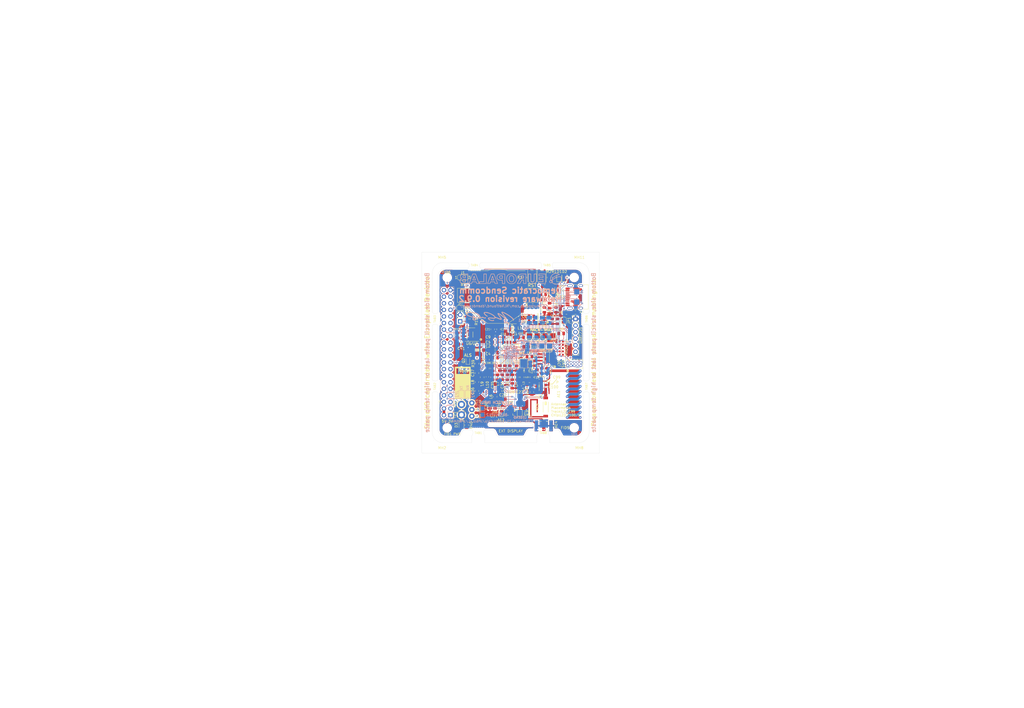
<source format=kicad_pcb>
(kicad_pcb (version 20171130) (host pcbnew 5.1.5+dfsg1-2build2)

  (general
    (thickness 1.6)
    (drawings 195)
    (tracks 1329)
    (zones 0)
    (modules 157)
    (nets 130)
  )

  (page A3)
  (title_block
    (title "Democratic Sendcomm")
    (date 2020-12-26)
    (rev 0.9.2)
    (company "Europalab Devices")
    (comment 1 "Copyright © 2020, Europalab Devices")
    (comment 2 "Fulfilling requirements of 20200210")
    (comment 3 "Pending quality assurance testing")
    (comment 4 "Release revision for manufacturing")
  )

  (layers
    (0 F.Cu signal)
    (1 In1.Cu power)
    (2 In2.Cu power)
    (31 B.Cu signal)
    (34 B.Paste user)
    (35 F.Paste user)
    (36 B.SilkS user)
    (37 F.SilkS user)
    (38 B.Mask user)
    (39 F.Mask user)
    (40 Dwgs.User user)
    (41 Cmts.User user)
    (44 Edge.Cuts user)
    (45 Margin user)
    (46 B.CrtYd user)
    (47 F.CrtYd user)
    (48 B.Fab user)
    (49 F.Fab user)
  )

  (setup
    (last_trace_width 0.127)
    (user_trace_width 0.1016)
    (user_trace_width 0.127)
    (user_trace_width 0.2)
    (user_trace_width 0.4)
    (user_trace_width 1.016)
    (trace_clearance 0.09)
    (zone_clearance 0.508)
    (zone_45_only no)
    (trace_min 0.09)
    (via_size 0.356)
    (via_drill 0.2)
    (via_min_size 0.356)
    (via_min_drill 0.2)
    (user_via 0.45 0.2)
    (user_via 0.6 0.3)
    (uvia_size 0.45)
    (uvia_drill 0.1)
    (uvias_allowed no)
    (uvia_min_size 0.45)
    (uvia_min_drill 0.1)
    (edge_width 0.1)
    (segment_width 0.1)
    (pcb_text_width 0.25)
    (pcb_text_size 1 1)
    (mod_edge_width 0.15)
    (mod_text_size 1 1)
    (mod_text_width 0.15)
    (pad_size 2 2)
    (pad_drill 0)
    (pad_to_mask_clearance 0)
    (aux_axis_origin 0 0)
    (visible_elements 7FFFFFFF)
    (pcbplotparams
      (layerselection 0x313fc_ffffffff)
      (usegerberextensions true)
      (usegerberattributes false)
      (usegerberadvancedattributes false)
      (creategerberjobfile false)
      (excludeedgelayer true)
      (linewidth 0.150000)
      (plotframeref false)
      (viasonmask false)
      (mode 1)
      (useauxorigin false)
      (hpglpennumber 1)
      (hpglpenspeed 20)
      (hpglpendiameter 15.000000)
      (psnegative false)
      (psa4output false)
      (plotreference true)
      (plotvalue true)
      (plotinvisibletext false)
      (padsonsilk false)
      (subtractmaskfromsilk false)
      (outputformat 1)
      (mirror false)
      (drillshape 0)
      (scaleselection 1)
      (outputdirectory "fabsingle"))
  )

  (net 0 "")
  (net 1 GND)
  (net 2 "Net-(AE1-Pad1)")
  (net 3 /Sheet5F53D5B4/RFSWPWR)
  (net 4 "Net-(C8-Pad1)")
  (net 5 /Sheet5F53D5B4/POWAMP)
  (net 6 "Net-(C13-Pad1)")
  (net 7 /Sheet5F53D5B4/HFOUT)
  (net 8 +3V3)
  (net 9 "Net-(C29-Pad1)")
  (net 10 /Sheet5F53D5B4/HPOUT)
  (net 11 /Sheet5F53D5B4/HFIN)
  (net 12 /Sheet5F53D5B4/BANDSEL)
  (net 13 "Net-(BT1-Pad1)")
  (net 14 /Sheet5F53D5B4/USB_BUS)
  (net 15 "Net-(C33-Pad1)")
  (net 16 "Net-(C34-Pad1)")
  (net 17 /Sheet5F53D5B4/CMDRST)
  (net 18 "Net-(D1-Pad2)")
  (net 19 "Net-(D1-Pad1)")
  (net 20 "Net-(D2-Pad1)")
  (net 21 "Net-(D2-Pad2)")
  (net 22 /Sheet5F53D5B4/USB_P)
  (net 23 /Sheet5F53D5B4/USB_N)
  (net 24 /Sheet60040980/ID_SD)
  (net 25 /Sheet60040980/ID_SC)
  (net 26 /Sheet5F53D5B4/SWDCLK)
  (net 27 "Net-(J3-Pad7)")
  (net 28 "Net-(J3-Pad8)")
  (net 29 "Net-(J4-Pad6)")
  (net 30 /Sheet5F53D5B4/CN_VBAT)
  (net 31 /Sheet5F53D5B4/XCEIV)
  (net 32 "Net-(AE5-Pad2)")
  (net 33 "Net-(C1-Pad1)")
  (net 34 "Net-(C7-Pad1)")
  (net 35 "Net-(C14-Pad1)")
  (net 36 "Net-(C17-Pad1)")
  (net 37 "Net-(C18-Pad2)")
  (net 38 "Net-(C19-Pad2)")
  (net 39 "Net-(C23-Pad2)")
  (net 40 "Net-(C23-Pad1)")
  (net 41 "Net-(C24-Pad1)")
  (net 42 "Net-(C24-Pad2)")
  (net 43 "Net-(C29-Pad2)")
  (net 44 "Net-(C33-Pad2)")
  (net 45 "Net-(C35-Pad2)")
  (net 46 "Net-(C40-Pad1)")
  (net 47 "Net-(J2-PadB5)")
  (net 48 "Net-(J2-PadA8)")
  (net 49 "Net-(J2-PadA5)")
  (net 50 "Net-(J2-PadB8)")
  (net 51 "Net-(J3-Pad2)")
  (net 52 "Net-(J3-Pad3)")
  (net 53 "Net-(J3-Pad5)")
  (net 54 "Net-(J3-Pad10)")
  (net 55 "Net-(J3-Pad11)")
  (net 56 "Net-(J3-Pad12)")
  (net 57 "Net-(J3-Pad13)")
  (net 58 "Net-(J3-Pad15)")
  (net 59 "Net-(J3-Pad16)")
  (net 60 "Net-(J3-Pad18)")
  (net 61 "Net-(J3-Pad19)")
  (net 62 "Net-(J3-Pad21)")
  (net 63 "Net-(J3-Pad22)")
  (net 64 "Net-(J3-Pad23)")
  (net 65 "Net-(J3-Pad24)")
  (net 66 "Net-(J3-Pad26)")
  (net 67 "Net-(J3-Pad29)")
  (net 68 "Net-(J3-Pad31)")
  (net 69 "Net-(J3-Pad32)")
  (net 70 "Net-(J3-Pad33)")
  (net 71 "Net-(J3-Pad35)")
  (net 72 "Net-(J3-Pad36)")
  (net 73 "Net-(J3-Pad38)")
  (net 74 "Net-(J3-Pad40)")
  (net 75 "Net-(J4-Pad7)")
  (net 76 "Net-(J4-Pad8)")
  (net 77 "Net-(J5-Pad2)")
  (net 78 "Net-(J5-Pad3)")
  (net 79 "Net-(J5-Pad6)")
  (net 80 "Net-(J6-Pad1)")
  (net 81 "Net-(L1-Pad2)")
  (net 82 "Net-(R3-Pad1)")
  (net 83 "Net-(R4-Pad1)")
  (net 84 "Net-(R4-Pad2)")
  (net 85 "Net-(U2-Pad5)")
  (net 86 "Net-(U3-PadG1)")
  (net 87 "Net-(U3-PadH1)")
  (net 88 "Net-(U3-PadE3)")
  (net 89 "Net-(U3-PadE4)")
  (net 90 "Net-(U3-PadF4)")
  (net 91 "Net-(U3-PadC7)")
  (net 92 "Net-(U3-PadD7)")
  (net 93 "Net-(U5-Pad3)")
  (net 94 "Net-(U5-Pad4)")
  (net 95 "Net-(U8-Pad7)")
  (net 96 "Net-(U8-Pad3)")
  (net 97 "Net-(U8-Pad2)")
  (net 98 "Net-(U8-Pad1)")
  (net 99 "Net-(U9-Pad1)")
  (net 100 "Net-(U9-Pad2)")
  (net 101 "Net-(U9-Pad3)")
  (net 102 "Net-(U9-Pad7)")
  (net 103 /Sheet5F53D5B4/SWDIO)
  (net 104 "Net-(AE2-Pad1)")
  (net 105 "Net-(AE4-Pad1)")
  (net 106 "Net-(AE5-Pad1)")
  (net 107 "Net-(J6-Pad2)")
  (net 108 "Net-(J6-Pad3)")
  (net 109 "Net-(J6-Pad4)")
  (net 110 "Net-(J7-Pad1)")
  (net 111 "Net-(C95-Pad1)")
  (net 112 /TP_SCL)
  (net 113 /TP_SDA)
  (net 114 "Net-(J20-Pad6)")
  (net 115 "Net-(J20-Pad7)")
  (net 116 "Net-(J20-Pad8)")
  (net 117 "Net-(Q2-Pad2)")
  (net 118 EXT_UART_TX)
  (net 119 EXT_UART_RX)
  (net 120 USB_TST)
  (net 121 "Net-(TP13-Pad1)")
  (net 122 "Net-(C94-Pad2)")
  (net 123 /Sheet5F53D5B4/CRY_XIN-RSVD)
  (net 124 /Sheet5F53D5B4/CRY_XOUT-RSVD)
  (net 125 "Net-(C97-Pad1)")
  (net 126 "Net-(C101-Pad1)")
  (net 127 "Net-(D3-Pad2)")
  (net 128 "Net-(JP4-Pad1)")
  (net 129 "Net-(U3-PadE5)")

  (net_class Default "This is the default net class."
    (clearance 0.09)
    (trace_width 0.09)
    (via_dia 0.356)
    (via_drill 0.2)
    (uvia_dia 0.45)
    (uvia_drill 0.1)
    (add_net +3V3)
    (add_net /Sheet5F53D5B4/BANDSEL)
    (add_net /Sheet5F53D5B4/CMDRST)
    (add_net /Sheet5F53D5B4/CN_VBAT)
    (add_net /Sheet5F53D5B4/CRY_XIN-RSVD)
    (add_net /Sheet5F53D5B4/CRY_XOUT-RSVD)
    (add_net /Sheet5F53D5B4/HFIN)
    (add_net /Sheet5F53D5B4/HFOUT)
    (add_net /Sheet5F53D5B4/HPOUT)
    (add_net /Sheet5F53D5B4/POWAMP)
    (add_net /Sheet5F53D5B4/RFSWPWR)
    (add_net /Sheet5F53D5B4/SWDCLK)
    (add_net /Sheet5F53D5B4/SWDIO)
    (add_net /Sheet5F53D5B4/USB_BUS)
    (add_net /Sheet5F53D5B4/USB_N)
    (add_net /Sheet5F53D5B4/USB_P)
    (add_net /Sheet5F53D5B4/XCEIV)
    (add_net /Sheet60040980/ID_SC)
    (add_net /Sheet60040980/ID_SD)
    (add_net /TP_SCL)
    (add_net /TP_SDA)
    (add_net EXT_UART_RX)
    (add_net EXT_UART_TX)
    (add_net GND)
    (add_net "Net-(AE1-Pad1)")
    (add_net "Net-(AE2-Pad1)")
    (add_net "Net-(AE4-Pad1)")
    (add_net "Net-(AE5-Pad1)")
    (add_net "Net-(AE5-Pad2)")
    (add_net "Net-(BT1-Pad1)")
    (add_net "Net-(C1-Pad1)")
    (add_net "Net-(C101-Pad1)")
    (add_net "Net-(C13-Pad1)")
    (add_net "Net-(C14-Pad1)")
    (add_net "Net-(C17-Pad1)")
    (add_net "Net-(C18-Pad2)")
    (add_net "Net-(C19-Pad2)")
    (add_net "Net-(C23-Pad1)")
    (add_net "Net-(C23-Pad2)")
    (add_net "Net-(C24-Pad1)")
    (add_net "Net-(C24-Pad2)")
    (add_net "Net-(C29-Pad1)")
    (add_net "Net-(C29-Pad2)")
    (add_net "Net-(C33-Pad1)")
    (add_net "Net-(C33-Pad2)")
    (add_net "Net-(C34-Pad1)")
    (add_net "Net-(C35-Pad2)")
    (add_net "Net-(C40-Pad1)")
    (add_net "Net-(C7-Pad1)")
    (add_net "Net-(C8-Pad1)")
    (add_net "Net-(C94-Pad2)")
    (add_net "Net-(C95-Pad1)")
    (add_net "Net-(C97-Pad1)")
    (add_net "Net-(D1-Pad1)")
    (add_net "Net-(D1-Pad2)")
    (add_net "Net-(D2-Pad1)")
    (add_net "Net-(D2-Pad2)")
    (add_net "Net-(D3-Pad2)")
    (add_net "Net-(J2-PadA5)")
    (add_net "Net-(J2-PadA8)")
    (add_net "Net-(J2-PadB5)")
    (add_net "Net-(J2-PadB8)")
    (add_net "Net-(J20-Pad6)")
    (add_net "Net-(J20-Pad7)")
    (add_net "Net-(J20-Pad8)")
    (add_net "Net-(J3-Pad10)")
    (add_net "Net-(J3-Pad11)")
    (add_net "Net-(J3-Pad12)")
    (add_net "Net-(J3-Pad13)")
    (add_net "Net-(J3-Pad15)")
    (add_net "Net-(J3-Pad16)")
    (add_net "Net-(J3-Pad18)")
    (add_net "Net-(J3-Pad19)")
    (add_net "Net-(J3-Pad2)")
    (add_net "Net-(J3-Pad21)")
    (add_net "Net-(J3-Pad22)")
    (add_net "Net-(J3-Pad23)")
    (add_net "Net-(J3-Pad24)")
    (add_net "Net-(J3-Pad26)")
    (add_net "Net-(J3-Pad29)")
    (add_net "Net-(J3-Pad3)")
    (add_net "Net-(J3-Pad31)")
    (add_net "Net-(J3-Pad32)")
    (add_net "Net-(J3-Pad33)")
    (add_net "Net-(J3-Pad35)")
    (add_net "Net-(J3-Pad36)")
    (add_net "Net-(J3-Pad38)")
    (add_net "Net-(J3-Pad40)")
    (add_net "Net-(J3-Pad5)")
    (add_net "Net-(J3-Pad7)")
    (add_net "Net-(J3-Pad8)")
    (add_net "Net-(J4-Pad6)")
    (add_net "Net-(J4-Pad7)")
    (add_net "Net-(J4-Pad8)")
    (add_net "Net-(J5-Pad2)")
    (add_net "Net-(J5-Pad3)")
    (add_net "Net-(J5-Pad6)")
    (add_net "Net-(J6-Pad1)")
    (add_net "Net-(J6-Pad2)")
    (add_net "Net-(J6-Pad3)")
    (add_net "Net-(J6-Pad4)")
    (add_net "Net-(J7-Pad1)")
    (add_net "Net-(JP4-Pad1)")
    (add_net "Net-(L1-Pad2)")
    (add_net "Net-(Q2-Pad2)")
    (add_net "Net-(R3-Pad1)")
    (add_net "Net-(R4-Pad1)")
    (add_net "Net-(R4-Pad2)")
    (add_net "Net-(TP13-Pad1)")
    (add_net "Net-(U2-Pad5)")
    (add_net "Net-(U3-PadC7)")
    (add_net "Net-(U3-PadD7)")
    (add_net "Net-(U3-PadE3)")
    (add_net "Net-(U3-PadE4)")
    (add_net "Net-(U3-PadE5)")
    (add_net "Net-(U3-PadF4)")
    (add_net "Net-(U3-PadG1)")
    (add_net "Net-(U3-PadH1)")
    (add_net "Net-(U5-Pad3)")
    (add_net "Net-(U5-Pad4)")
    (add_net "Net-(U8-Pad1)")
    (add_net "Net-(U8-Pad2)")
    (add_net "Net-(U8-Pad3)")
    (add_net "Net-(U8-Pad7)")
    (add_net "Net-(U9-Pad1)")
    (add_net "Net-(U9-Pad2)")
    (add_net "Net-(U9-Pad3)")
    (add_net "Net-(U9-Pad7)")
    (add_net USB_TST)
  )

  (net_class Power ""
    (clearance 0.2)
    (trace_width 0.5)
    (via_dia 1)
    (via_drill 0.7)
    (uvia_dia 0.5)
    (uvia_drill 0.1)
  )

  (module Connector_Coaxial:SMA_Samtec_SMA-J-P-X-ST-EM1_EdgeMount (layer F.Cu) (tedit 5FE90BFC) (tstamp 5F686FA8)
    (at 222.75 176.25)
    (descr "Connector SMA, 0Hz to 20GHz, 50Ohm, Edge Mount (http://suddendocs.samtec.com/prints/sma-j-p-x-st-em1-mkt.pdf)")
    (tags "SMA Straight Samtec Edge Mount")
    (path /5F5C0728/6000659E)
    (attr smd)
    (fp_text reference AE4 (at 4.75 -0.5 90 unlocked) (layer F.SilkS)
      (effects (font (size 1 1) (thickness 0.15)))
    )
    (fp_text value Antenna_Shield (at 0 13) (layer F.Fab)
      (effects (font (size 1 1) (thickness 0.15)))
    )
    (fp_text user "Board Thickness: 1.57mm" (at 0 -5.45) (layer Cmts.User)
      (effects (font (size 1 1) (thickness 0.15)))
    )
    (fp_line (start 0.84 -1.71) (end 1.95 -1.71) (layer F.SilkS) (width 0.12))
    (fp_line (start -1.95 -1.71) (end -0.84 -1.71) (layer F.SilkS) (width 0.12))
    (fp_line (start 0.84 2) (end 1.95 2) (layer F.SilkS) (width 0.12))
    (fp_line (start -1.95 2) (end -0.84 2) (layer F.SilkS) (width 0.12))
    (fp_line (start 3.68 2.6) (end 3.68 12.12) (layer B.CrtYd) (width 0.05))
    (fp_line (start 4 2.6) (end 3.68 2.6) (layer B.CrtYd) (width 0.05))
    (fp_line (start -3.68 12.12) (end -3.68 2.6) (layer B.CrtYd) (width 0.05))
    (fp_line (start -3.68 2.6) (end -4 2.6) (layer B.CrtYd) (width 0.05))
    (fp_line (start 3.68 2.6) (end 3.68 12.12) (layer F.CrtYd) (width 0.05))
    (fp_line (start 3.68 2.6) (end 4 2.6) (layer F.CrtYd) (width 0.05))
    (fp_line (start -3.68 12.12) (end -3.68 2.6) (layer F.CrtYd) (width 0.05))
    (fp_line (start -3.68 2.6) (end -4 2.6) (layer F.CrtYd) (width 0.05))
    (fp_text user "PCB Edge" (at 0 2.6) (layer Dwgs.User)
      (effects (font (size 0.5 0.5) (thickness 0.1)))
    )
    (fp_line (start 4.1 2.1) (end -4.1 2.1) (layer Dwgs.User) (width 0.1))
    (fp_line (start -3.175 -1.71) (end -3.175 11.62) (layer F.Fab) (width 0.1))
    (fp_line (start -2.365 -1.71) (end -3.175 -1.71) (layer F.Fab) (width 0.1))
    (fp_line (start -2.365 2.1) (end -2.365 -1.71) (layer F.Fab) (width 0.1))
    (fp_line (start 2.365 2.1) (end -2.365 2.1) (layer F.Fab) (width 0.1))
    (fp_line (start 2.365 -1.71) (end 2.365 2.1) (layer F.Fab) (width 0.1))
    (fp_line (start 3.175 -1.71) (end 2.365 -1.71) (layer F.Fab) (width 0.1))
    (fp_line (start 3.175 -1.71) (end 3.175 11.62) (layer F.Fab) (width 0.1))
    (fp_line (start 3.165 11.62) (end -3.165 11.62) (layer F.Fab) (width 0.1))
    (fp_line (start -4 -2.6) (end 4 -2.6) (layer B.CrtYd) (width 0.05))
    (fp_line (start -4 2.6) (end -4 -2.6) (layer B.CrtYd) (width 0.05))
    (fp_line (start 3.68 12.12) (end -3.68 12.12) (layer B.CrtYd) (width 0.05))
    (fp_line (start 4 2.6) (end 4 -2.6) (layer B.CrtYd) (width 0.05))
    (fp_line (start -4 -2.6) (end 4 -2.6) (layer F.CrtYd) (width 0.05))
    (fp_line (start -4 2.6) (end -4 -2.6) (layer F.CrtYd) (width 0.05))
    (fp_line (start 3.68 12.12) (end -3.68 12.12) (layer F.CrtYd) (width 0.05))
    (fp_line (start 4 2.6) (end 4 -2.6) (layer F.CrtYd) (width 0.05))
    (fp_text user %R (at 0 4.29 180) (layer F.Fab)
      (effects (font (size 1 1) (thickness 0.15)))
    )
    (fp_line (start 0.64 2.1) (end 0 3.1) (layer F.Fab) (width 0.1))
    (fp_line (start 0 3.1) (end -0.64 2.1) (layer F.Fab) (width 0.1))
    (fp_line (start 0 -2.26) (end 0.25 -2.76) (layer F.SilkS) (width 0.12))
    (fp_line (start 0.25 -2.76) (end -0.25 -2.76) (layer F.SilkS) (width 0.12))
    (fp_line (start -0.25 -2.76) (end 0 -2.26) (layer F.SilkS) (width 0.12))
    (pad 1 smd rect (at 0 0.2) (size 1.27 3.6) (layers F.Cu F.Mask)
      (net 105 "Net-(AE4-Pad1)"))
    (pad 2 smd rect (at 2.825 0) (size 1.35 4.2) (layers F.Cu F.Mask)
      (net 1 GND))
    (pad 2 smd rect (at -2.825 0) (size 1.35 4.2) (layers F.Cu F.Mask)
      (net 1 GND))
    (pad 2 smd rect (at 2.825 0) (size 1.35 4.2) (layers B.Cu B.Mask)
      (net 1 GND))
    (pad 2 smd rect (at -2.825 0) (size 1.35 4.2) (layers B.Cu B.Mask)
      (net 1 GND))
    (model ${KISYS3DMOD}/Connector_Coaxial.3dshapes/SMA_Samtec_SMA-J-P-X-ST-EM1_EdgeMount.wrl
      (at (xyz 0 0 0))
      (scale (xyz 1 1 1))
      (rotate (xyz 0 0 0))
    )
    (model ${KIPRJMOD}/modules/packages3d/RF_Antenna.3dshapes/SMA-J-P-H-ST-EM1.wrl
      (offset (xyz 0 -4 0.5))
      (scale (xyz 0.4 0.4 0.4))
      (rotate (xyz 180 -90 0))
    )
  )

  (module Connector_PinHeader_2.54mm:PinHeader_1x06_P2.54mm_Vertical (layer F.Cu) (tedit 59FED5CC) (tstamp 5FF83409)
    (at 235 135)
    (descr "Through hole straight pin header, 1x06, 2.54mm pitch, single row")
    (tags "Through hole pin header THT 1x06 2.54mm single row")
    (path /60040981/6006812D)
    (fp_text reference J5 (at 2 5 90) (layer F.SilkS)
      (effects (font (size 1 1) (thickness 0.15)) (justify left))
    )
    (fp_text value Conn_01x06_Male (at 4.385 14.97) (layer F.Fab)
      (effects (font (size 1 1) (thickness 0.15)))
    )
    (fp_text user %R (at 2.77 6.35 90) (layer F.Fab)
      (effects (font (size 1 1) (thickness 0.15)))
    )
    (fp_line (start 1.8 -1.8) (end -1.8 -1.8) (layer F.CrtYd) (width 0.05))
    (fp_line (start 1.8 14.5) (end 1.8 -1.8) (layer F.CrtYd) (width 0.05))
    (fp_line (start -1.8 14.5) (end 1.8 14.5) (layer F.CrtYd) (width 0.05))
    (fp_line (start -1.8 -1.8) (end -1.8 14.5) (layer F.CrtYd) (width 0.05))
    (fp_line (start -1.33 -1.33) (end 0 -1.33) (layer F.SilkS) (width 0.12))
    (fp_line (start -1.33 0) (end -1.33 -1.33) (layer F.SilkS) (width 0.12))
    (fp_line (start -1.33 1.27) (end 1.33 1.27) (layer F.SilkS) (width 0.12))
    (fp_line (start 1.33 1.27) (end 1.33 14.03) (layer F.SilkS) (width 0.12))
    (fp_line (start -1.33 1.27) (end -1.33 14.03) (layer F.SilkS) (width 0.12))
    (fp_line (start -1.33 14.03) (end 1.33 14.03) (layer F.SilkS) (width 0.12))
    (fp_line (start -1.27 -0.635) (end -0.635 -1.27) (layer F.Fab) (width 0.1))
    (fp_line (start -1.27 13.97) (end -1.27 -0.635) (layer F.Fab) (width 0.1))
    (fp_line (start 1.27 13.97) (end -1.27 13.97) (layer F.Fab) (width 0.1))
    (fp_line (start 1.27 -1.27) (end 1.27 13.97) (layer F.Fab) (width 0.1))
    (fp_line (start -0.635 -1.27) (end 1.27 -1.27) (layer F.Fab) (width 0.1))
    (pad 6 thru_hole oval (at 0 12.7) (size 1.7 1.7) (drill 1) (layers *.Cu *.Mask)
      (net 79 "Net-(J5-Pad6)"))
    (pad 5 thru_hole oval (at 0 10.16) (size 1.7 1.7) (drill 1) (layers *.Cu *.Mask)
      (net 118 EXT_UART_TX))
    (pad 4 thru_hole oval (at 0 7.62) (size 1.7 1.7) (drill 1) (layers *.Cu *.Mask)
      (net 119 EXT_UART_RX))
    (pad 3 thru_hole oval (at 0 5.08) (size 1.7 1.7) (drill 1) (layers *.Cu *.Mask)
      (net 78 "Net-(J5-Pad3)"))
    (pad 2 thru_hole oval (at 0 2.54) (size 1.7 1.7) (drill 1) (layers *.Cu *.Mask)
      (net 77 "Net-(J5-Pad2)"))
    (pad 1 thru_hole rect (at 0 0) (size 1.7 1.7) (drill 1) (layers *.Cu *.Mask)
      (net 1 GND))
    (model ${KISYS3DMOD}/Connector_PinHeader_2.54mm.3dshapes/PinHeader_1x06_P2.54mm_Vertical.wrl
      (at (xyz 0 0 0))
      (scale (xyz 1 1 1))
      (rotate (xyz 0 0 0))
    )
  )

  (module RF_Antenna:Texas_SWRA416_868MHz_915MHz (layer F.Cu) (tedit 5CF40AFD) (tstamp 5F686F31)
    (at 231 164 270)
    (descr http://www.ti.com/lit/an/swra416/swra416.pdf)
    (tags "PCB antenna")
    (path /5F5C0728/60008187)
    (attr smd)
    (fp_text reference AE1 (at 0 2.5 90) (layer F.SilkS)
      (effects (font (size 1 1) (thickness 0.15)))
    )
    (fp_text value Antenna (at 0.1 -7.6 90) (layer F.Fab)
      (effects (font (size 1 1) (thickness 0.15)))
    )
    (fp_line (start 9.7 2.1) (end 6.2 5.7) (layer Dwgs.User) (width 0.12))
    (fp_line (start 9.7 0.1) (end 4.3 5.7) (layer Dwgs.User) (width 0.12))
    (fp_line (start 9.7 -1.9) (end 2.3 5.7) (layer Dwgs.User) (width 0.12))
    (fp_line (start 9.7 -3.9) (end 0.2 5.7) (layer Dwgs.User) (width 0.12))
    (fp_line (start 9.7 -5.9) (end -1.8 5.7) (layer Dwgs.User) (width 0.12))
    (fp_line (start 8.3 -6.5) (end -3.8 5.7) (layer Dwgs.User) (width 0.12))
    (fp_line (start 6.3 -6.5) (end -5.8 5.7) (layer Dwgs.User) (width 0.12))
    (fp_line (start 4.3 -6.5) (end -7.8 5.7) (layer Dwgs.User) (width 0.12))
    (fp_line (start -9.7 5.5) (end 2.3 -6.5) (layer Dwgs.User) (width 0.12))
    (fp_line (start -9.7 3.5) (end 0.3 -6.5) (layer Dwgs.User) (width 0.12))
    (fp_line (start -9.7 1.5) (end -1.7 -6.5) (layer Dwgs.User) (width 0.12))
    (fp_line (start -9.7 -0.5) (end -3.7 -6.5) (layer Dwgs.User) (width 0.12))
    (fp_line (start -9.7 -2.5) (end -5.7 -6.5) (layer Dwgs.User) (width 0.12))
    (fp_line (start -9.7 -4.5) (end -7.7 -6.5) (layer Dwgs.User) (width 0.12))
    (fp_line (start 9.7 -6.5) (end -9.7 -6.5) (layer Dwgs.User) (width 0.15))
    (fp_line (start 9.7 5.7) (end 9.7 -6.5) (layer Dwgs.User) (width 0.15))
    (fp_line (start -9.7 5.7) (end 9.7 5.7) (layer Dwgs.User) (width 0.15))
    (fp_line (start -9.7 -6.5) (end -9.7 5.7) (layer Dwgs.User) (width 0.15))
    (fp_line (start 7 -5.8) (end 8 -4.8) (layer B.Cu) (width 1))
    (fp_line (start 8 -1.8) (end 9 -0.8) (layer B.Cu) (width 1))
    (fp_line (start 8 -4.8) (end 8 -1.8) (layer B.Cu) (width 1))
    (fp_line (start 9 -5.8) (end 9 -0.8) (layer F.Cu) (width 1))
    (fp_line (start 5 -5.8) (end 6 -4.8) (layer B.Cu) (width 1))
    (fp_line (start 6 -1.8) (end 7 -0.8) (layer B.Cu) (width 1))
    (fp_line (start 6 -4.8) (end 6 -1.8) (layer B.Cu) (width 1))
    (fp_line (start 7 -5.8) (end 7 -0.8) (layer F.Cu) (width 1))
    (fp_line (start 3 -5.8) (end 4 -4.8) (layer B.Cu) (width 1))
    (fp_line (start 4 -1.8) (end 5 -0.8) (layer B.Cu) (width 1))
    (fp_line (start 4 -4.8) (end 4 -1.8) (layer B.Cu) (width 1))
    (fp_line (start 5 -5.8) (end 5 -0.8) (layer F.Cu) (width 1))
    (fp_line (start 1 -5.8) (end 2 -4.8) (layer B.Cu) (width 1))
    (fp_line (start 2 -1.8) (end 3 -0.8) (layer B.Cu) (width 1))
    (fp_line (start 2 -4.8) (end 2 -1.8) (layer B.Cu) (width 1))
    (fp_line (start 3 -5.8) (end 3 -0.8) (layer F.Cu) (width 1))
    (fp_line (start -1 -5.8) (end 0 -4.8) (layer B.Cu) (width 1))
    (fp_line (start 0 -1.8) (end 1 -0.8) (layer B.Cu) (width 1))
    (fp_line (start 0 -4.8) (end 0 -1.8) (layer B.Cu) (width 1))
    (fp_line (start 1 -5.8) (end 1 -0.8) (layer F.Cu) (width 1))
    (fp_line (start -3 -5.8) (end -2 -4.8) (layer B.Cu) (width 1))
    (fp_line (start -2 -1.8) (end -1 -0.8) (layer B.Cu) (width 1))
    (fp_line (start -2 -4.8) (end -2 -1.8) (layer B.Cu) (width 1))
    (fp_line (start -1 -5.8) (end -1 -0.8) (layer F.Cu) (width 1))
    (fp_line (start -4 -4.8) (end -4 -1.8) (layer B.Cu) (width 1))
    (fp_line (start -5 -5.8) (end -4 -4.8) (layer B.Cu) (width 1))
    (fp_line (start -4 -1.8) (end -3 -0.8) (layer B.Cu) (width 1))
    (fp_line (start -3 -5.8) (end -3 -0.8) (layer F.Cu) (width 1))
    (fp_line (start -6 -4.8) (end -6 -1.8) (layer B.Cu) (width 1))
    (fp_line (start -7 -5.8) (end -6 -4.8) (layer B.Cu) (width 1))
    (fp_line (start -6 -1.8) (end -5 -0.8) (layer B.Cu) (width 1))
    (fp_line (start -5 -5.8) (end -5 -0.8) (layer F.Cu) (width 1))
    (fp_line (start -7 -5.8) (end -7 -0.8) (layer F.Cu) (width 1))
    (fp_line (start -9 5.2) (end -9 -5.8) (layer F.Cu) (width 1))
    (fp_line (start -9 -5.8) (end -8 -4.8) (layer B.Cu) (width 1))
    (fp_line (start -8 -4.8) (end -8 -1.8) (layer B.Cu) (width 1))
    (fp_line (start -8 -1.8) (end -7 -0.8) (layer B.Cu) (width 1))
    (fp_line (start 9.7 4.1) (end 8.2 5.7) (layer Dwgs.User) (width 0.12))
    (fp_line (start -9.9 -6.7) (end -9.9 5.9) (layer F.CrtYd) (width 0.05))
    (fp_line (start -9.9 5.9) (end 9.9 5.9) (layer F.CrtYd) (width 0.05))
    (fp_line (start 9.9 5.9) (end 9.9 -6.7) (layer F.CrtYd) (width 0.05))
    (fp_line (start 9.9 -6.7) (end -9.9 -6.7) (layer F.CrtYd) (width 0.05))
    (fp_line (start 9.9 -6.7) (end -9.9 -6.7) (layer B.CrtYd) (width 0.05))
    (fp_line (start 9.9 5.9) (end 9.9 -6.7) (layer B.CrtYd) (width 0.05))
    (fp_line (start -9.9 -6.7) (end -9.9 5.9) (layer B.CrtYd) (width 0.05))
    (fp_line (start -9.9 5.9) (end 9.9 5.9) (layer B.CrtYd) (width 0.05))
    (fp_text user "KEEP-OUT ZONE" (at 1 -2.8 90) (layer Cmts.User)
      (effects (font (size 1 1) (thickness 0.15)))
    )
    (fp_text user "No metal, traces or " (at 1 0.2 90) (layer Cmts.User)
      (effects (font (size 1 1) (thickness 0.15)))
    )
    (fp_text user "any components on" (at 1 2.2 90) (layer Cmts.User)
      (effects (font (size 1 1) (thickness 0.15)))
    )
    (fp_text user " any PCB layer." (at 1 4.2 90) (layer Cmts.User)
      (effects (font (size 1 1) (thickness 0.15)))
    )
    (fp_text user %R (at -0.4 6.6 90) (layer F.Fab)
      (effects (font (size 1 1) (thickness 0.15)))
    )
    (pad "" thru_hole circle (at 9 -0.8 90) (size 1 1) (drill 0.4) (layers *.Cu))
    (pad "" thru_hole circle (at 9 -5.8 90) (size 1 1) (drill 0.4) (layers *.Cu))
    (pad "" thru_hole circle (at 7 -5.8 90) (size 1 1) (drill 0.4) (layers *.Cu))
    (pad "" thru_hole circle (at 7 -0.8 90) (size 1 1) (drill 0.4) (layers *.Cu))
    (pad "" thru_hole circle (at 5 -0.8 90) (size 1 1) (drill 0.4) (layers *.Cu))
    (pad "" thru_hole circle (at 5 -5.8 90) (size 1 1) (drill 0.4) (layers *.Cu))
    (pad "" thru_hole circle (at 3 -0.8 90) (size 1 1) (drill 0.4) (layers *.Cu))
    (pad "" thru_hole circle (at 3 -5.8 90) (size 1 1) (drill 0.4) (layers *.Cu))
    (pad "" thru_hole circle (at 1 -5.8 90) (size 1 1) (drill 0.4) (layers *.Cu))
    (pad "" thru_hole circle (at 1 -0.8 90) (size 1 1) (drill 0.4) (layers *.Cu))
    (pad "" thru_hole circle (at -1 -0.8 90) (size 1 1) (drill 0.4) (layers *.Cu))
    (pad "" thru_hole circle (at -1 -5.8 90) (size 1 1) (drill 0.4) (layers *.Cu))
    (pad "" thru_hole circle (at -3 -5.8 90) (size 1 1) (drill 0.4) (layers *.Cu))
    (pad "" thru_hole circle (at -3 -0.8 90) (size 1 1) (drill 0.4) (layers *.Cu))
    (pad "" thru_hole circle (at -5 -0.8 90) (size 1 1) (drill 0.4) (layers *.Cu))
    (pad "" thru_hole circle (at -5 -5.8 90) (size 1 1) (drill 0.4) (layers *.Cu))
    (pad "" thru_hole circle (at -7 -5.8 90) (size 1 1) (drill 0.4) (layers *.Cu))
    (pad "" thru_hole circle (at -7 -0.8 90) (size 1 1) (drill 0.4) (layers *.Cu))
    (pad "" thru_hole circle (at -9 -5.8 90) (size 1 1) (drill 0.4) (layers *.Cu))
    (pad 1 smd trapezoid (at -9 5.9 90) (size 0.4 0.8) (rect_delta 0 0.3 ) (layers F.Cu)
      (net 2 "Net-(AE1-Pad1)"))
  )

  (module Elabdev:Panel_Mousetab_25mm_Single (layer F.Cu) (tedit 5CD9E502) (tstamp 5FEC726C)
    (at 222.5 179 90)
    (path /5CD9EB0D)
    (fp_text reference TAB8 (at 0 0) (layer F.SilkS)
      (effects (font (size 0.8 0.8) (thickness 0.13)))
    )
    (fp_text value Pantab (at -3.25 0 180) (layer F.Fab)
      (effects (font (size 1 1) (thickness 0.15)))
    )
    (fp_line (start 1.25 -2.2) (end 1.25 2.2) (layer F.Fab) (width 0.15))
    (fp_line (start -1.25 -2.2) (end -1.25 2.2) (layer F.Fab) (width 0.15))
    (fp_line (start 2.1 -2.6) (end 2.1 2.6) (layer F.CrtYd) (width 0.15))
    (fp_line (start 2.1 2.6) (end -2.1 2.6) (layer F.CrtYd) (width 0.15))
    (fp_line (start -2.1 2.6) (end -2.1 -2.6) (layer F.CrtYd) (width 0.15))
    (fp_line (start -2.1 -2.6) (end 2.1 -2.6) (layer F.CrtYd) (width 0.15))
    (pad "" np_thru_hole circle (at 1.35 2 90) (size 0.5 0.5) (drill 0.5) (layers *.Cu))
    (pad "" np_thru_hole circle (at 1.35 1.2 90) (size 0.5 0.5) (drill 0.5) (layers *.Cu))
    (pad "" np_thru_hole circle (at 1.35 0.4 90) (size 0.5 0.5) (drill 0.5) (layers *.Cu))
    (pad "" np_thru_hole circle (at 1.35 -0.4 90) (size 0.5 0.5) (drill 0.5) (layers *.Cu))
    (pad "" np_thru_hole circle (at 1.35 -1.2 90) (size 0.5 0.5) (drill 0.5) (layers *.Cu))
    (pad "" np_thru_hole circle (at 1.35 -2 90) (size 0.5 0.5) (drill 0.5) (layers *.Cu))
  )

  (module Capacitor_SMD:C_0805_2012Metric (layer F.Cu) (tedit 5B36C52B) (tstamp 5FEB8111)
    (at 211.5 143.0625 270)
    (descr "Capacitor SMD 0805 (2012 Metric), square (rectangular) end terminal, IPC_7351 nominal, (Body size source: https://docs.google.com/spreadsheets/d/1BsfQQcO9C6DZCsRaXUlFlo91Tg2WpOkGARC1WS5S8t0/edit?usp=sharing), generated with kicad-footprint-generator")
    (tags capacitor)
    (path /5F53D5B5/5F609CF5)
    (attr smd)
    (fp_text reference C19 (at -2.0625 0 180) (layer F.SilkS)
      (effects (font (size 0.7 0.7) (thickness 0.1)))
    )
    (fp_text value 18pF (at 0 1.65 90) (layer F.Fab)
      (effects (font (size 1 1) (thickness 0.15)))
    )
    (fp_line (start -1 0.6) (end -1 -0.6) (layer F.Fab) (width 0.1))
    (fp_line (start -1 -0.6) (end 1 -0.6) (layer F.Fab) (width 0.1))
    (fp_line (start 1 -0.6) (end 1 0.6) (layer F.Fab) (width 0.1))
    (fp_line (start 1 0.6) (end -1 0.6) (layer F.Fab) (width 0.1))
    (fp_line (start -0.258578 -0.71) (end 0.258578 -0.71) (layer F.SilkS) (width 0.12))
    (fp_line (start -0.258578 0.71) (end 0.258578 0.71) (layer F.SilkS) (width 0.12))
    (fp_line (start -1.68 0.95) (end -1.68 -0.95) (layer F.CrtYd) (width 0.05))
    (fp_line (start -1.68 -0.95) (end 1.68 -0.95) (layer F.CrtYd) (width 0.05))
    (fp_line (start 1.68 -0.95) (end 1.68 0.95) (layer F.CrtYd) (width 0.05))
    (fp_line (start 1.68 0.95) (end -1.68 0.95) (layer F.CrtYd) (width 0.05))
    (fp_text user %R (at 0 0 90) (layer F.Fab)
      (effects (font (size 0.5 0.5) (thickness 0.08)))
    )
    (pad 1 smd roundrect (at -0.9375 0 270) (size 0.975 1.4) (layers F.Cu F.Paste F.Mask) (roundrect_rratio 0.25)
      (net 1 GND))
    (pad 2 smd roundrect (at 0.9375 0 270) (size 0.975 1.4) (layers F.Cu F.Paste F.Mask) (roundrect_rratio 0.25)
      (net 38 "Net-(C19-Pad2)"))
    (model ${KISYS3DMOD}/Capacitor_SMD.3dshapes/C_0805_2012Metric.wrl
      (at (xyz 0 0 0))
      (scale (xyz 1 1 1))
      (rotate (xyz 0 0 0))
    )
  )

  (module Elabdev:Meinkuerz_sign_480dpi (layer B.Cu) (tedit 0) (tstamp 5FBE809B)
    (at 202 134 180)
    (fp_text reference G1 (at 0 0) (layer B.SilkS) hide
      (effects (font (size 1.524 1.524) (thickness 0.3)) (justify mirror))
    )
    (fp_text value Meinkuerzel_signature (at 0.75 0) (layer B.SilkS) hide
      (effects (font (size 1.524 1.524) (thickness 0.3)) (justify mirror))
    )
    (fp_poly (pts (xy 7.849084 1.675651) (xy 8.303148 1.632827) (xy 8.685942 1.550363) (xy 8.876057 1.481326)
      (xy 9.07938 1.34976) (xy 9.204465 1.178624) (xy 9.241225 0.986809) (xy 9.210768 0.854557)
      (xy 9.078684 0.643748) (xy 8.864557 0.429964) (xy 8.589687 0.233059) (xy 8.471807 0.165759)
      (xy 8.232808 0.053863) (xy 7.923436 -0.068816) (xy 7.576824 -0.190996) (xy 7.226108 -0.301392)
      (xy 6.904421 -0.388723) (xy 6.731621 -0.426811) (xy 6.398868 -0.490816) (xy 6.556265 -0.586535)
      (xy 6.736632 -0.743549) (xy 6.819572 -0.938245) (xy 6.82625 -1.022915) (xy 6.780462 -1.15416)
      (xy 6.660466 -1.295963) (xy 6.49231 -1.424979) (xy 6.30204 -1.517866) (xy 6.258842 -1.531402)
      (xy 6.0446 -1.569955) (xy 5.805186 -1.581627) (xy 5.582286 -1.566858) (xy 5.417587 -1.526091)
      (xy 5.409578 -1.522402) (xy 5.285381 -1.409276) (xy 5.232727 -1.237525) (xy 5.243042 -1.133742)
      (xy 5.545646 -1.133742) (xy 5.569322 -1.243922) (xy 5.599007 -1.270742) (xy 5.725804 -1.30367)
      (xy 5.911501 -1.301091) (xy 6.117136 -1.267785) (xy 6.303743 -1.20853) (xy 6.368163 -1.176419)
      (xy 6.483421 -1.090411) (xy 6.547775 -1.006994) (xy 6.550669 -0.996984) (xy 6.519163 -0.903747)
      (xy 6.404517 -0.814537) (xy 6.229026 -0.742568) (xy 6.060328 -0.706358) (xy 5.903418 -0.693399)
      (xy 5.806355 -0.717484) (xy 5.726223 -0.79035) (xy 5.718194 -0.79992) (xy 5.596762 -0.979847)
      (xy 5.545646 -1.133742) (xy 5.243042 -1.133742) (xy 5.253531 -1.028227) (xy 5.344918 -0.810631)
      (xy 5.442538 -0.642303) (xy 5.295353 -0.646487) (xy 5.12125 -0.625399) (xy 5.035885 -0.550663)
      (xy 5.027083 -0.501447) (xy 5.075804 -0.410776) (xy 5.222941 -0.351671) (xy 5.469958 -0.32355)
      (xy 5.476875 -0.323261) (xy 5.599677 -0.314345) (xy 5.697993 -0.289875) (xy 5.794712 -0.235966)
      (xy 5.912725 -0.138734) (xy 6.074923 0.015705) (xy 6.138333 0.077935) (xy 6.357426 0.284825)
      (xy 6.520758 0.415811) (xy 6.63982 0.476704) (xy 6.726105 0.473318) (xy 6.791106 0.411464)
      (xy 6.792772 0.408883) (xy 6.813029 0.349999) (xy 6.787897 0.281807) (xy 6.704882 0.184844)
      (xy 6.561666 0.048946) (xy 6.270625 -0.217166) (xy 6.532899 -0.183078) (xy 6.900304 -0.115245)
      (xy 7.289474 -0.008645) (xy 7.678243 0.127507) (xy 8.044445 0.283994) (xy 8.365914 0.451601)
      (xy 8.620483 0.621112) (xy 8.749193 0.738377) (xy 8.856936 0.865956) (xy 8.92727 0.965202)
      (xy 8.942916 1.001728) (xy 8.895983 1.084773) (xy 8.773369 1.176095) (xy 8.602358 1.259484)
      (xy 8.410231 1.318727) (xy 8.408998 1.318992) (xy 8.149682 1.354937) (xy 7.8128 1.371973)
      (xy 7.424917 1.370093) (xy 7.012599 1.349291) (xy 6.686734 1.319437) (xy 6.066773 1.222977)
      (xy 5.517194 1.081213) (xy 5.043989 0.897075) (xy 4.653152 0.673494) (xy 4.350673 0.413401)
      (xy 4.142546 0.119727) (xy 4.114637 0.061443) (xy 4.047094 -0.15251) (xy 4.06025 -0.336634)
      (xy 4.160207 -0.518581) (xy 4.270456 -0.644496) (xy 4.390411 -0.79173) (xy 4.431252 -0.900383)
      (xy 4.427296 -0.922309) (xy 4.357272 -0.99719) (xy 4.242023 -0.977517) (xy 4.082983 -0.863726)
      (xy 4.010682 -0.795217) (xy 3.879838 -0.680755) (xy 3.765594 -0.608691) (xy 3.712637 -0.594925)
      (xy 3.6215 -0.594723) (xy 3.455888 -0.585507) (xy 3.246599 -0.569127) (xy 3.175 -0.562633)
      (xy 2.951086 -0.544014) (xy 2.793821 -0.54282) (xy 2.664643 -0.565021) (xy 2.524987 -0.61659)
      (xy 2.371034 -0.687127) (xy 2.100169 -0.795663) (xy 1.89262 -0.837972) (xy 1.841867 -0.837015)
      (xy 1.72083 -0.812158) (xy 1.663036 -0.745697) (xy 1.637803 -0.635) (xy 1.623821 -0.491701)
      (xy 1.628566 -0.389706) (xy 1.630235 -0.383646) (xy 1.692219 -0.322789) (xy 1.789679 -0.330876)
      (xy 1.885465 -0.399867) (xy 1.916539 -0.445597) (xy 1.984375 -0.573694) (xy 2.371569 -0.384068)
      (xy 2.758764 -0.194442) (xy 3.165319 -0.256321) (xy 3.413597 -0.293214) (xy 3.576071 -0.310583)
      (xy 3.67165 -0.304292) (xy 3.719238 -0.270208) (xy 3.737742 -0.204195) (xy 3.744012 -0.129767)
      (xy 3.817818 0.177969) (xy 3.989413 0.470621) (xy 4.251219 0.74303) (xy 4.595656 0.99004)
      (xy 5.015149 1.206492) (xy 5.502117 1.387229) (xy 6.048984 1.527094) (xy 6.228561 1.561184)
      (xy 6.794861 1.64034) (xy 7.340678 1.678326) (xy 7.849084 1.675651)) (layer B.SilkS) (width 0.01))
    (fp_poly (pts (xy -4.580024 1.756567) (xy -4.544854 1.74305) (xy -4.466016 1.67622) (xy -4.437143 1.580417)
      (xy -4.461964 1.447967) (xy -4.544204 1.271201) (xy -4.68759 1.042447) (xy -4.895848 0.754033)
      (xy -5.172705 0.39829) (xy -5.237349 0.3175) (xy -5.411926 0.098408) (xy -5.577817 -0.112809)
      (xy -5.714811 -0.290245) (xy -5.794689 -0.396875) (xy -5.948296 -0.608542) (xy -5.791961 -0.468507)
      (xy -5.700695 -0.392772) (xy -5.541009 -0.266466) (xy -5.329307 -0.10231) (xy -5.081994 0.086977)
      (xy -4.815472 0.288675) (xy -4.815417 0.288716) (xy -4.345432 0.631252) (xy -3.946225 0.897872)
      (xy -3.615767 1.089474) (xy -3.352032 1.206955) (xy -3.152989 1.251211) (xy -3.016612 1.223138)
      (xy -2.940872 1.123633) (xy -2.939055 1.118116) (xy -2.92791 1.023519) (xy -2.955738 0.908417)
      (xy -3.029742 0.759005) (xy -3.157121 0.561475) (xy -3.345079 0.302021) (xy -3.409058 0.217037)
      (xy -3.654587 -0.113597) (xy -3.860834 -0.404313) (xy -4.022275 -0.646491) (xy -4.133388 -0.831509)
      (xy -4.188652 -0.950744) (xy -4.185335 -0.994958) (xy -4.120655 -0.981486) (xy -3.976478 -0.932768)
      (xy -3.770527 -0.855371) (xy -3.520529 -0.755864) (xy -3.349225 -0.685128) (xy -3.06462 -0.570045)
      (xy -2.797019 -0.469163) (xy -2.569108 -0.390505) (xy -2.403576 -0.342097) (xy -2.349431 -0.331513)
      (xy -2.183877 -0.291941) (xy -2.07811 -0.206425) (xy -2.041672 -0.151915) (xy -1.850086 0.096101)
      (xy -1.567603 0.354844) (xy -1.207453 0.616123) (xy -0.78287 0.87175) (xy -0.307084 1.113536)
      (xy 0.206672 1.333293) (xy 0.574448 1.467145) (xy 0.853452 1.556991) (xy 1.074831 1.61415)
      (xy 1.278935 1.645957) (xy 1.506112 1.659747) (xy 1.647661 1.662241) (xy 1.89537 1.661355)
      (xy 2.061526 1.650821) (xy 2.170245 1.626908) (xy 2.245641 1.585888) (xy 2.269431 1.566069)
      (xy 2.364656 1.413892) (xy 2.378536 1.21834) (xy 2.31231 1.002224) (xy 2.231511 0.867835)
      (xy 2.055394 0.653788) (xy 1.846452 0.444397) (xy 1.622129 0.252501) (xy 1.399873 0.090942)
      (xy 1.19713 -0.02744) (xy 1.031346 -0.089804) (xy 0.931657 -0.088852) (xy 0.853749 -0.025156)
      (xy 0.874571 0.06423) (xy 0.991583 0.174246) (xy 1.09802 0.242886) (xy 1.314624 0.387246)
      (xy 1.527802 0.560014) (xy 1.72429 0.746283) (xy 1.890825 0.931146) (xy 2.014146 1.099697)
      (xy 2.080988 1.237027) (xy 2.078088 1.32823) (xy 2.071165 1.336667) (xy 1.954541 1.387475)
      (xy 1.756832 1.400928) (xy 1.494763 1.380087) (xy 1.185063 1.328013) (xy 0.844457 1.247766)
      (xy 0.489674 1.142406) (xy 0.137439 1.014995) (xy -0.00172 0.957368) (xy -0.385109 0.777304)
      (xy -0.74297 0.581237) (xy -1.065571 0.377182) (xy -1.343179 0.173152) (xy -1.566062 -0.022838)
      (xy -1.724487 -0.202776) (xy -1.808722 -0.358647) (xy -1.809035 -0.482438) (xy -1.789329 -0.514562)
      (xy -1.69188 -0.558953) (xy -1.49842 -0.578536) (xy -1.2158 -0.573404) (xy -0.850872 -0.543648)
      (xy -0.464887 -0.496867) (xy -0.056607 -0.452123) (xy 0.260382 -0.442712) (xy 0.494773 -0.469264)
      (xy 0.655256 -0.532408) (xy 0.714552 -0.58228) (xy 0.776217 -0.725165) (xy 0.746162 -0.908878)
      (xy 0.632079 -1.115352) (xy 0.45893 -1.290216) (xy 0.2117 -1.450188) (xy -0.085638 -1.588107)
      (xy -0.409112 -1.696809) (xy -0.734748 -1.769134) (xy -1.038572 -1.797919) (xy -1.296612 -1.776003)
      (xy -1.42875 -1.731015) (xy -1.546706 -1.617759) (xy -1.577815 -1.519827) (xy -1.560687 -1.389395)
      (xy -1.486335 -1.336349) (xy -1.378138 -1.369493) (xy -1.317893 -1.421952) (xy -1.19986 -1.505637)
      (xy -1.092449 -1.534584) (xy -0.859949 -1.513387) (xy -0.579373 -1.457345) (xy -0.297878 -1.377776)
      (xy -0.068589 -1.288836) (xy 0.116249 -1.181832) (xy 0.284174 -1.050661) (xy 0.411262 -0.917533)
      (xy 0.473586 -0.804658) (xy 0.47625 -0.783054) (xy 0.425256 -0.757675) (xy 0.277287 -0.748743)
      (xy 0.039858 -0.755912) (xy -0.279513 -0.778835) (xy -0.673311 -0.817167) (xy -0.956033 -0.849048)
      (xy -1.308534 -0.882196) (xy -1.57585 -0.8857) (xy -1.774982 -0.85746) (xy -1.922933 -0.795374)
      (xy -2.017888 -0.717835) (xy -2.096716 -0.653738) (xy -2.190635 -0.62131) (xy -2.313833 -0.623423)
      (xy -2.480498 -0.662945) (xy -2.704818 -0.742748) (xy -3.00098 -0.865702) (xy -3.216817 -0.960383)
      (xy -3.585839 -1.11854) (xy -3.874386 -1.227749) (xy -4.094462 -1.290524) (xy -4.258069 -1.309381)
      (xy -4.377212 -1.286836) (xy -4.463891 -1.225404) (xy -4.466704 -1.222337) (xy -4.518051 -1.14061)
      (xy -4.530831 -1.040781) (xy -4.500098 -0.912213) (xy -4.420902 -0.744269) (xy -4.288295 -0.526313)
      (xy -4.097327 -0.247708) (xy -3.863138 0.07498) (xy -3.679345 0.325213) (xy -3.519393 0.545064)
      (xy -3.393108 0.720859) (xy -3.310313 0.838921) (xy -3.280834 0.885525) (xy -3.323557 0.888476)
      (xy -3.399896 0.869711) (xy -3.542096 0.805036) (xy -3.750284 0.678102) (xy -4.027571 0.486762)
      (xy -4.377062 0.228867) (xy -4.801868 -0.097732) (xy -4.81991 -0.111817) (xy -5.187034 -0.396401)
      (xy -5.482932 -0.620081) (xy -5.717862 -0.789492) (xy -5.902078 -0.911266) (xy -6.045837 -0.99204)
      (xy -6.159396 -1.038447) (xy -6.25301 -1.057121) (xy -6.283148 -1.058333) (xy -6.40378 -1.045849)
      (xy -6.450441 -0.994435) (xy -6.455563 -0.939271) (xy -6.445942 -0.865735) (xy -6.412644 -0.776476)
      (xy -6.348546 -0.66103) (xy -6.24652 -0.508935) (xy -6.099443 -0.309727) (xy -5.90019 -0.052942)
      (xy -5.641635 0.271882) (xy -5.570553 0.360397) (xy -5.363566 0.620769) (xy -5.174974 0.863504)
      (xy -5.016826 1.072659) (xy -4.901172 1.23229) (xy -4.84006 1.326453) (xy -4.839117 1.328251)
      (xy -4.786636 1.436383) (xy -4.790145 1.473528) (xy -4.856494 1.462433) (xy -4.877731 1.456477)
      (xy -4.973599 1.420322) (xy -5.140081 1.348706) (xy -5.352621 1.252468) (xy -5.55625 1.156974)
      (xy -6.094525 0.881508) (xy -6.644499 0.565345) (xy -7.182748 0.223911) (xy -7.685848 -0.12737)
      (xy -8.130378 -0.473072) (xy -8.424687 -0.732038) (xy -8.650145 -0.95487) (xy -8.800069 -1.131002)
      (xy -8.884377 -1.276175) (xy -8.912984 -1.406131) (xy -8.905425 -1.495188) (xy -8.906488 -1.61853)
      (xy -8.964006 -1.672137) (xy -9.075823 -1.672519) (xy -9.156792 -1.593028) (xy -9.200558 -1.456755)
      (xy -9.200763 -1.286789) (xy -9.151052 -1.106218) (xy -9.131299 -1.06447) (xy -9.024915 -0.913844)
      (xy -8.843627 -0.718433) (xy -8.601654 -0.490528) (xy -8.313213 -0.242422) (xy -7.992524 0.013592)
      (xy -7.653804 0.265222) (xy -7.3545 0.471681) (xy -6.896098 0.764541) (xy -6.449337 1.028776)
      (xy -6.024338 1.259805) (xy -5.631223 1.453048) (xy -5.280112 1.603926) (xy -4.981128 1.707858)
      (xy -4.744392 1.760265) (xy -4.580024 1.756567)) (layer B.SilkS) (width 0.01))
  )

  (module Elabdev:Panel_Mousetab_25mm_Single (layer F.Cu) (tedit 5CD9E59A) (tstamp 5FBE7343)
    (at 224 114.25 270)
    (path /5CD5C3A7)
    (fp_text reference TAB5 (at 0 0 180) (layer F.SilkS)
      (effects (font (size 0.8 0.8) (thickness 0.13)))
    )
    (fp_text value Pantab (at 0 -3.5 270) (layer F.Fab)
      (effects (font (size 1 1) (thickness 0.15)))
    )
    (fp_line (start -2.1 -2.6) (end 2.1 -2.6) (layer F.CrtYd) (width 0.15))
    (fp_line (start -2.1 2.6) (end -2.1 -2.6) (layer F.CrtYd) (width 0.15))
    (fp_line (start 2.1 2.6) (end -2.1 2.6) (layer F.CrtYd) (width 0.15))
    (fp_line (start 2.1 -2.6) (end 2.1 2.6) (layer F.CrtYd) (width 0.15))
    (fp_line (start -1.25 -2.2) (end -1.25 2.2) (layer F.Fab) (width 0.15))
    (fp_line (start 1.25 -2.2) (end 1.25 2.2) (layer F.Fab) (width 0.15))
    (pad "" np_thru_hole circle (at 1.35 -2 270) (size 0.5 0.5) (drill 0.5) (layers *.Cu))
    (pad "" np_thru_hole circle (at 1.35 -1.2 270) (size 0.5 0.5) (drill 0.5) (layers *.Cu))
    (pad "" np_thru_hole circle (at 1.35 -0.4 270) (size 0.5 0.5) (drill 0.5) (layers *.Cu))
    (pad "" np_thru_hole circle (at 1.35 0.4 270) (size 0.5 0.5) (drill 0.5) (layers *.Cu))
    (pad "" np_thru_hole circle (at 1.35 1.2 270) (size 0.5 0.5) (drill 0.5) (layers *.Cu))
    (pad "" np_thru_hole circle (at 1.35 2 270) (size 0.5 0.5) (drill 0.5) (layers *.Cu))
  )

  (module Elabdev:Elablogoslk-Gfx (layer B.Cu) (tedit 0) (tstamp 5FBDF7AF)
    (at 210 119.5 180)
    (fp_text reference G** (at 0 0) (layer B.SilkS) hide
      (effects (font (size 1.524 1.524) (thickness 0.3)) (justify mirror))
    )
    (fp_text value Elablogoslk (at 0.75 0) (layer B.SilkS) hide
      (effects (font (size 1.524 1.524) (thickness 0.3)) (justify mirror))
    )
    (fp_poly (pts (xy -15.405836 -0.675184) (xy -15.287483 -0.702055) (xy -15.188143 -0.754619) (xy -15.108772 -0.827765)
      (xy -15.050327 -0.916382) (xy -15.013763 -1.015359) (xy -15.000037 -1.119584) (xy -15.010104 -1.223945)
      (xy -15.04492 -1.323332) (xy -15.105441 -1.412633) (xy -15.192623 -1.486737) (xy -15.24833 -1.517344)
      (xy -15.356716 -1.550357) (xy -15.476625 -1.557984) (xy -15.592872 -1.539403) (xy -15.602283 -1.53653)
      (xy -15.678123 -1.497127) (xy -15.752493 -1.432517) (xy -15.815972 -1.352895) (xy -15.859141 -1.268459)
      (xy -15.864155 -1.2531) (xy -15.88425 -1.176683) (xy -15.891257 -1.117668) (xy -15.885212 -1.059627)
      (xy -15.866149 -0.986134) (xy -15.864727 -0.981328) (xy -15.815988 -0.8777) (xy -15.739972 -0.790432)
      (xy -15.643773 -0.72426) (xy -15.534487 -0.683915) (xy -15.419207 -0.674131) (xy -15.405836 -0.675184)) (layer B.Mask) (width 0.01))
    (fp_poly (pts (xy 17.476107 1.827609) (xy 17.687258 1.825899) (xy 17.865618 1.824237) (xy 18.014678 1.822477)
      (xy 18.137934 1.82047) (xy 18.238879 1.818068) (xy 18.321005 1.815122) (xy 18.387806 1.811484)
      (xy 18.442776 1.807007) (xy 18.489407 1.801541) (xy 18.531194 1.794939) (xy 18.57163 1.787052)
      (xy 18.6055 1.779685) (xy 18.771822 1.733432) (xy 18.923911 1.673315) (xy 19.054677 1.602656)
      (xy 19.157033 1.524776) (xy 19.164226 1.5179) (xy 19.246251 1.417951) (xy 19.315464 1.294688)
      (xy 19.365371 1.16053) (xy 19.377923 1.109275) (xy 19.39052 1.010407) (xy 19.393203 0.893754)
      (xy 19.386762 0.771789) (xy 19.371983 0.656983) (xy 19.349655 0.561808) (xy 19.341939 0.539811)
      (xy 19.283862 0.430962) (xy 19.19941 0.326298) (xy 19.097976 0.236127) (xy 19.019624 0.185927)
      (xy 18.914298 0.12941) (xy 18.968542 0.109123) (xy 19.093064 0.054672) (xy 19.194891 -0.009335)
      (xy 19.285933 -0.089714) (xy 19.390804 -0.214403) (xy 19.467199 -0.350129) (xy 19.516977 -0.501894)
      (xy 19.541997 -0.674698) (xy 19.545898 -0.789214) (xy 19.53245 -0.987132) (xy 19.491752 -1.163006)
      (xy 19.423278 -1.317328) (xy 19.326496 -1.450588) (xy 19.200879 -1.563277) (xy 19.045898 -1.655885)
      (xy 18.861023 -1.728905) (xy 18.645726 -1.782826) (xy 18.442214 -1.81358) (xy 18.390712 -1.817354)
      (xy 18.307346 -1.820878) (xy 18.196536 -1.82407) (xy 18.062704 -1.826851) (xy 17.910272 -1.829142)
      (xy 17.743659 -1.830864) (xy 17.567287 -1.831936) (xy 17.403536 -1.83228) (xy 16.528143 -1.832429)
      (xy 16.528143 -1.197429) (xy 17.471571 -1.197429) (xy 17.812474 -1.197429) (xy 17.960507 -1.19621)
      (xy 18.077011 -1.192363) (xy 18.166668 -1.185602) (xy 18.234157 -1.175639) (xy 18.257984 -1.170182)
      (xy 18.384709 -1.1231) (xy 18.482481 -1.054854) (xy 18.552639 -0.964254) (xy 18.589417 -0.8761)
      (xy 18.611394 -0.756961) (xy 18.608994 -0.636283) (xy 18.583832 -0.523232) (xy 18.537525 -0.426977)
      (xy 18.502598 -0.383459) (xy 18.44707 -0.333771) (xy 18.385424 -0.294593) (xy 18.312843 -0.264829)
      (xy 18.22451 -0.243381) (xy 18.115607 -0.229153) (xy 17.981316 -0.221046) (xy 17.816821 -0.217964)
      (xy 17.775464 -0.217851) (xy 17.471571 -0.217714) (xy 17.471571 -1.197429) (xy 16.528143 -1.197429)
      (xy 16.528143 1.197428) (xy 17.471571 1.197428) (xy 17.471571 0.417286) (xy 17.804933 0.417286)
      (xy 17.937918 0.418126) (xy 18.040036 0.420891) (xy 18.116671 0.425945) (xy 18.173209 0.433651)
      (xy 18.215035 0.444376) (xy 18.217426 0.445205) (xy 18.319056 0.498467) (xy 18.395331 0.575146)
      (xy 18.444205 0.67085) (xy 18.463631 0.781188) (xy 18.451564 0.901769) (xy 18.443884 0.931299)
      (xy 18.396902 1.030842) (xy 18.322562 1.110813) (xy 18.227195 1.165118) (xy 18.18819 1.177399)
      (xy 18.143627 1.184049) (xy 18.070672 1.189765) (xy 17.977218 1.19415) (xy 17.871155 1.196808)
      (xy 17.790109 1.197428) (xy 17.471571 1.197428) (xy 16.528143 1.197428) (xy 16.528143 1.835008)
      (xy 17.476107 1.827609)) (layer B.Mask) (width 0.01))
    (fp_poly (pts (xy 14.119941 1.828149) (xy 14.684369 1.823357) (xy 15.359475 0) (xy 16.034582 -1.823357)
      (xy 15.571079 -1.828205) (xy 15.445094 -1.82918) (xy 15.331429 -1.829406) (xy 15.235013 -1.828925)
      (xy 15.160777 -1.827781) (xy 15.11365 -1.826018) (xy 15.098562 -1.824039) (xy 15.090052 -1.80483)
      (xy 15.071782 -1.756797) (xy 15.045759 -1.68544) (xy 15.013987 -1.59626) (xy 14.978473 -1.494759)
      (xy 14.977731 -1.49262) (xy 14.865914 -1.170214) (xy 14.120645 -1.165479) (xy 13.375375 -1.160744)
      (xy 13.306737 -1.355979) (xy 13.272699 -1.452448) (xy 13.236904 -1.553325) (xy 13.204622 -1.643779)
      (xy 13.188986 -1.687286) (xy 13.139873 -1.823357) (xy 12.664678 -1.828197) (xy 12.53823 -1.828961)
      (xy 12.425118 -1.828639) (xy 12.329969 -1.827326) (xy 12.257408 -1.825117) (xy 12.212064 -1.822108)
      (xy 12.19843 -1.818559) (xy 12.205849 -1.799875) (xy 12.225002 -1.749455) (xy 12.255032 -1.669593)
      (xy 12.295087 -1.562586) (xy 12.34431 -1.430729) (xy 12.401847 -1.276318) (xy 12.466842 -1.101648)
      (xy 12.538441 -0.909015) (xy 12.615789 -0.700714) (xy 12.69803 -0.479041) (xy 12.702348 -0.467391)
      (xy 13.614056 -0.467391) (xy 13.61958 -0.47467) (xy 13.636172 -0.480187) (xy 13.66764 -0.484184)
      (xy 13.717795 -0.486904) (xy 13.790447 -0.488587) (xy 13.889405 -0.489478) (xy 14.01848 -0.489817)
      (xy 14.115143 -0.489857) (xy 14.270607 -0.489531) (xy 14.392961 -0.488457) (xy 14.485375 -0.486493)
      (xy 14.551022 -0.483496) (xy 14.59307 -0.479323) (xy 14.614692 -0.473831) (xy 14.619171 -0.467179)
      (xy 14.611769 -0.445613) (xy 14.593892 -0.393441) (xy 14.566814 -0.314385) (xy 14.53181 -0.212168)
      (xy 14.490155 -0.090515) (xy 14.443125 0.046852) (xy 14.391994 0.196209) (xy 14.367839 0.266773)
      (xy 14.315439 0.418794) (xy 14.266379 0.559098) (xy 14.221933 0.684192) (xy 14.183374 0.790582)
      (xy 14.151976 0.874778) (xy 14.129011 0.933285) (xy 14.115754 0.96261) (xy 14.11319 0.965273)
      (xy 14.105039 0.945854) (xy 14.08648 0.895813) (xy 14.058824 0.818867) (xy 14.023386 0.718735)
      (xy 13.981478 0.599134) (xy 13.934414 0.463783) (xy 13.883507 0.316398) (xy 13.865167 0.263071)
      (xy 13.813057 0.111504) (xy 13.764295 -0.030104) (xy 13.720215 -0.157901) (xy 13.682146 -0.268036)
      (xy 13.651421 -0.356659) (xy 13.629372 -0.419918) (xy 13.617329 -0.453964) (xy 13.615787 -0.458107)
      (xy 13.614056 -0.467391) (xy 12.702348 -0.467391) (xy 12.784311 -0.246291) (xy 12.842155 -0.090148)
      (xy 12.931409 0.150825) (xy 13.017702 0.38378) (xy 13.100126 0.606258) (xy 13.177768 0.815802)
      (xy 13.249717 1.009954) (xy 13.315063 1.186256) (xy 13.372895 1.34225) (xy 13.422301 1.47548)
      (xy 13.462371 1.583486) (xy 13.492193 1.663811) (xy 13.510857 1.713998) (xy 13.516223 1.728364)
      (xy 13.555513 1.832942) (xy 14.119941 1.828149)) (layer B.Mask) (width 0.01))
    (fp_poly (pts (xy 10.359571 -1.124857) (xy 12.028714 -1.124857) (xy 12.028714 -1.832429) (xy 9.416143 -1.832429)
      (xy 9.416143 1.832429) (xy 10.359571 1.832429) (xy 10.359571 -1.124857)) (layer B.Mask) (width 0.01))
    (fp_poly (pts (xy 8.199353 0.127) (xy 8.288425 -0.113439) (xy 8.374711 -0.34635) (xy 8.457277 -0.569212)
      (xy 8.535188 -0.7795) (xy 8.607508 -0.974691) (xy 8.673302 -1.152261) (xy 8.731636 -1.309687)
      (xy 8.781574 -1.444447) (xy 8.822182 -1.554015) (xy 8.852524 -1.63587) (xy 8.871666 -1.687486)
      (xy 8.876754 -1.701194) (xy 8.925739 -1.83303) (xy 8.45225 -1.828194) (xy 7.97876 -1.823357)
      (xy 7.866169 -1.496786) (xy 7.753577 -1.170214) (xy 6.263113 -1.160744) (xy 6.215979 -1.292479)
      (xy 6.18957 -1.366538) (xy 6.156119 -1.460694) (xy 6.120643 -1.560816) (xy 6.098384 -1.623786)
      (xy 6.027922 -1.823357) (xy 5.555303 -1.828192) (xy 5.082684 -1.833026) (xy 5.109 -1.764692)
      (xy 5.118841 -1.738485) (xy 5.140399 -1.680606) (xy 5.172801 -1.59341) (xy 5.215173 -1.479255)
      (xy 5.26664 -1.3405) (xy 5.32633 -1.1795) (xy 5.393368 -0.998613) (xy 5.46688 -0.800198)
      (xy 5.545992 -0.586611) (xy 5.590624 -0.466084) (xy 6.500383 -0.466084) (xy 6.503747 -0.473226)
      (xy 6.522197 -0.478851) (xy 6.559117 -0.48312) (xy 6.617891 -0.486194) (xy 6.701902 -0.488231)
      (xy 6.814535 -0.489393) (xy 6.959172 -0.489839) (xy 7.003143 -0.489857) (xy 7.158575 -0.489532)
      (xy 7.280898 -0.488459) (xy 7.373282 -0.486498) (xy 7.438898 -0.483504) (xy 7.480918 -0.479336)
      (xy 7.502511 -0.47385) (xy 7.506956 -0.467179) (xy 7.499509 -0.445611) (xy 7.481591 -0.393437)
      (xy 7.454479 -0.31438) (xy 7.419449 -0.212163) (xy 7.377777 -0.090513) (xy 7.33074 0.046847)
      (xy 7.279613 0.196192) (xy 7.255551 0.266494) (xy 7.203171 0.418497) (xy 7.154136 0.558793)
      (xy 7.109719 0.683886) (xy 7.071192 0.790281) (xy 7.039829 0.874483) (xy 7.016902 0.932996)
      (xy 7.003686 0.962326) (xy 7.001147 0.964994) (xy 6.993017 0.945656) (xy 6.974441 0.89568)
      (xy 6.946726 0.818758) (xy 6.911178 0.718582) (xy 6.869105 0.598844) (xy 6.821814 0.463236)
      (xy 6.770613 0.31545) (xy 6.749793 0.255094) (xy 6.697385 0.103053) (xy 6.648476 -0.038716)
      (xy 6.604368 -0.166446) (xy 6.566363 -0.276369) (xy 6.535764 -0.364717) (xy 6.513876 -0.427723)
      (xy 6.502 -0.461619) (xy 6.500383 -0.466084) (xy 5.590624 -0.466084) (xy 5.629831 -0.36021)
      (xy 5.717523 -0.123352) (xy 5.786688 0.0635) (xy 6.438059 1.823357) (xy 7.570937 1.823357)
      (xy 8.199353 0.127)) (layer B.Mask) (width 0.01))
    (fp_poly (pts (xy 3.261178 1.827277) (xy 3.480979 1.825468) (xy 3.667644 1.823588) (xy 3.824324 1.821528)
      (xy 3.954168 1.819181) (xy 4.060326 1.81644) (xy 4.145949 1.813196) (xy 4.214186 1.809344)
      (xy 4.268189 1.804775) (xy 4.311106 1.799382) (xy 4.346087 1.793058) (xy 4.360384 1.789806)
      (xy 4.57993 1.722356) (xy 4.770202 1.633466) (xy 4.931207 1.523128) (xy 5.062949 1.391336)
      (xy 5.165434 1.238084) (xy 5.238668 1.063365) (xy 5.282655 0.867172) (xy 5.297401 0.6495)
      (xy 5.297399 0.645705) (xy 5.288217 0.449129) (xy 5.259944 0.278882) (xy 5.210498 0.129241)
      (xy 5.137794 -0.005519) (xy 5.039749 -0.131121) (xy 4.999026 -0.174012) (xy 4.895224 -0.267312)
      (xy 4.781879 -0.345945) (xy 4.655594 -0.410816) (xy 4.512975 -0.462831) (xy 4.350626 -0.502892)
      (xy 4.165152 -0.531906) (xy 3.953157 -0.550777) (xy 3.711246 -0.56041) (xy 3.542393 -0.562141)
      (xy 3.229428 -0.562429) (xy 3.229428 -1.832429) (xy 2.286 -1.832429) (xy 2.286 1.161143)
      (xy 3.229428 1.161143) (xy 3.229428 0.124325) (xy 3.596821 0.130257) (xy 3.723136 0.132565)
      (xy 3.819164 0.135281) (xy 3.890902 0.139038) (xy 3.944349 0.144469) (xy 3.985502 0.152208)
      (xy 4.020359 0.16289) (xy 4.054919 0.177147) (xy 4.059313 0.17912) (xy 4.169998 0.247064)
      (xy 4.252769 0.337754) (xy 4.306977 0.449997) (xy 4.331976 0.582598) (xy 4.332071 0.68209)
      (xy 4.311044 0.815987) (xy 4.265746 0.924961) (xy 4.194448 1.012525) (xy 4.152688 1.046406)
      (xy 4.091383 1.0851) (xy 4.025279 1.114474) (xy 3.948479 1.135638) (xy 3.855086 1.149702)
      (xy 3.739205 1.157776) (xy 3.594939 1.16097) (xy 3.543117 1.161143) (xy 3.229428 1.161143)
      (xy 2.286 1.161143) (xy 2.286 1.834702) (xy 3.261178 1.827277)) (layer B.Mask) (width 0.01))
    (fp_poly (pts (xy -5.021036 1.832322) (xy -4.790545 1.831953) (xy -4.592718 1.830742) (xy -4.423936 1.828439)
      (xy -4.280582 1.824796) (xy -4.15904 1.819563) (xy -4.05569 1.812491) (xy -3.966916 1.80333)
      (xy -3.8891 1.791831) (xy -3.818625 1.777744) (xy -3.751873 1.760821) (xy -3.685226 1.740812)
      (xy -3.683 1.7401) (xy -3.505143 1.668202) (xy -3.35675 1.57546) (xy -3.237033 1.461065)
      (xy -3.145204 1.32421) (xy -3.080473 1.164086) (xy -3.065095 1.106714) (xy -3.052126 1.024859)
      (xy -3.044784 0.920167) (xy -3.043076 0.805447) (xy -3.04701 0.693506) (xy -3.056593 0.597152)
      (xy -3.064765 0.553367) (xy -3.122067 0.387982) (xy -3.210124 0.241735) (xy -3.328674 0.114934)
      (xy -3.477456 0.007885) (xy -3.57383 -0.043297) (xy -3.737708 -0.121173) (xy -3.668326 -0.14196)
      (xy -3.581385 -0.180968) (xy -3.486689 -0.24535) (xy -3.393008 -0.328178) (xy -3.309114 -0.42252)
      (xy -3.302741 -0.430815) (xy -3.267184 -0.483895) (xy -3.217707 -0.567269) (xy -3.155723 -0.678343)
      (xy -3.082645 -0.814521) (xy -2.999885 -0.973211) (xy -2.908856 -1.151818) (xy -2.893023 -1.183254)
      (xy -2.82288 -1.322987) (xy -2.758127 -1.452445) (xy -2.700522 -1.56808) (xy -2.651821 -1.666341)
      (xy -2.613784 -1.743682) (xy -2.588166 -1.796552) (xy -2.576727 -1.821403) (xy -2.576286 -1.822789)
      (xy -2.593653 -1.825316) (xy -2.642652 -1.827593) (xy -2.718631 -1.829528) (xy -2.816936 -1.831032)
      (xy -2.932915 -1.832014) (xy -3.061914 -1.832384) (xy -3.070679 -1.832385) (xy -3.565072 -1.832341)
      (xy -3.841286 -1.280998) (xy -3.935266 -1.094993) (xy -4.016708 -0.93913) (xy -4.088439 -0.810677)
      (xy -4.153287 -0.706904) (xy -4.214078 -0.625078) (xy -4.27364 -0.562471) (xy -4.334799 -0.51635)
      (xy -4.400382 -0.483984) (xy -4.473218 -0.462643) (xy -4.556132 -0.449597) (xy -4.651953 -0.442113)
      (xy -4.712607 -0.439322) (xy -4.934857 -0.43053) (xy -4.934857 -1.832429) (xy -5.878286 -1.832429)
      (xy -5.878286 0.194859) (xy -4.934857 0.194859) (xy -4.640036 0.20436) (xy -4.485926 0.211499)
      (xy -4.366408 0.22194) (xy -4.279926 0.23584) (xy -4.249825 0.243746) (xy -4.144318 0.293932)
      (xy -4.063726 0.369853) (xy -4.008771 0.470198) (xy -3.980174 0.593659) (xy -3.978435 0.736049)
      (xy -3.99804 0.857385) (xy -4.035625 0.958384) (xy -4.088688 1.032538) (xy -4.094482 1.037986)
      (xy -4.130735 1.063292) (xy -4.185257 1.093514) (xy -4.218877 1.109665) (xy -4.256325 1.124906)
      (xy -4.295556 1.136159) (xy -4.3433 1.144228) (xy -4.406282 1.149916) (xy -4.491232 1.154025)
      (xy -4.604875 1.15736) (xy -4.621893 1.157773) (xy -4.934857 1.165259) (xy -4.934857 0.194859)
      (xy -5.878286 0.194859) (xy -5.878286 1.832429) (xy -5.021036 1.832322)) (layer B.Mask) (width 0.01))
    (fp_poly (pts (xy -10.867571 1.124857) (xy -12.482286 1.124857) (xy -12.482286 0.435429) (xy -10.976429 0.435429)
      (xy -10.976429 -0.272143) (xy -12.482286 -0.272143) (xy -12.482286 -1.124857) (xy -10.813143 -1.124857)
      (xy -10.813143 -1.832429) (xy -13.425714 -1.832429) (xy -13.425714 1.832429) (xy -10.867571 1.832429)
      (xy -10.867571 1.124857)) (layer B.Mask) (width 0.01))
    (fp_poly (pts (xy -0.228978 1.89448) (xy -0.078724 1.888371) (xy 0.055719 1.876762) (xy 0.151065 1.86234)
      (xy 0.390616 1.801445) (xy 0.605048 1.717288) (xy 0.798897 1.607509) (xy 0.976703 1.469751)
      (xy 1.061357 1.38929) (xy 1.213795 1.212223) (xy 1.337717 1.01768) (xy 1.433707 0.804035)
      (xy 1.502349 0.569664) (xy 1.544225 0.31294) (xy 1.559919 0.032239) (xy 1.560072 0)
      (xy 1.5472 -0.283492) (xy 1.5082 -0.542822) (xy 1.442499 -0.779588) (xy 1.349522 -0.99539)
      (xy 1.228695 -1.191828) (xy 1.079444 -1.370501) (xy 1.061357 -1.389048) (xy 0.896512 -1.53709)
      (xy 0.720815 -1.65755) (xy 0.53061 -1.751843) (xy 0.322238 -1.821386) (xy 0.092042 -1.867598)
      (xy -0.163636 -1.891894) (xy -0.244929 -1.895095) (xy -0.344247 -1.897272) (xy -0.433738 -1.898118)
      (xy -0.505666 -1.897644) (xy -0.552295 -1.895858) (xy -0.562429 -1.894726) (xy -0.602523 -1.888187)
      (xy -0.665462 -1.878473) (xy -0.738175 -1.867598) (xy -0.743857 -1.866762) (xy -0.987164 -1.813977)
      (xy -1.214974 -1.730312) (xy -1.424808 -1.617574) (xy -1.614186 -1.477568) (xy -1.78063 -1.3121)
      (xy -1.92166 -1.122975) (xy -2.025001 -0.933616) (xy -2.105385 -0.721719) (xy -2.162321 -0.489395)
      (xy -2.195876 -0.243481) (xy -2.205744 0) (xy -1.222288 0) (xy -1.221796 -0.128993)
      (xy -1.219948 -0.228802) (xy -1.216185 -0.306517) (xy -1.20995 -0.369231) (xy -1.200684 -0.424036)
      (xy -1.187828 -0.478023) (xy -1.183354 -0.494518) (xy -1.114887 -0.688703) (xy -1.025572 -0.853973)
      (xy -0.916566 -0.989615) (xy -0.789032 -1.09492) (xy -0.644127 -1.169176) (xy -0.483013 -1.211671)
      (xy -0.306849 -1.221694) (xy -0.116795 -1.198534) (xy -0.057367 -1.18504) (xy 0.084118 -1.131346)
      (xy 0.213032 -1.045953) (xy 0.326853 -0.932026) (xy 0.423063 -0.79273) (xy 0.499138 -0.631233)
      (xy 0.55256 -0.450698) (xy 0.56112 -0.408214) (xy 0.584828 -0.229692) (xy 0.593933 -0.038244)
      (xy 0.588859 0.15539) (xy 0.57003 0.340473) (xy 0.537873 0.506266) (xy 0.522796 0.560199)
      (xy 0.450801 0.743853) (xy 0.357363 0.898533) (xy 0.243303 1.023688) (xy 0.109438 1.118771)
      (xy -0.043412 1.183232) (xy -0.214428 1.216521) (xy -0.402793 1.218089) (xy -0.451366 1.213587)
      (xy -0.615554 1.178187) (xy -0.763149 1.110952) (xy -0.893253 1.012766) (xy -1.004968 0.884509)
      (xy -1.097397 0.727063) (xy -1.169644 0.541309) (xy -1.183354 0.494518) (xy -1.197354 0.439443)
      (xy -1.207603 0.385605) (xy -1.214658 0.325911) (xy -1.21908 0.25327) (xy -1.221425 0.160591)
      (xy -1.222252 0.04078) (xy -1.222288 0) (xy -2.205744 0) (xy -2.206117 0.009184)
      (xy -2.193113 0.261761) (xy -2.156929 0.507413) (xy -2.097634 0.739303) (xy -2.015294 0.95059)
      (xy -2.006273 0.969348) (xy -1.884663 1.178429) (xy -1.737221 1.362156) (xy -1.564379 1.520214)
      (xy -1.366569 1.652289) (xy -1.144222 1.758066) (xy -0.897769 1.837229) (xy -0.781432 1.863623)
      (xy -0.671269 1.87966) (xy -0.535583 1.890138) (xy -0.384709 1.895074) (xy -0.228978 1.89448)) (layer B.Mask) (width 0.01))
    (fp_poly (pts (xy -6.826317 0.53975) (xy -6.827566 0.291846) (xy -6.828746 0.077441) (xy -6.829948 -0.106249)
      (xy -6.831263 -0.262012) (xy -6.83278 -0.392631) (xy -6.834591 -0.500893) (xy -6.836785 -0.589584)
      (xy -6.839454 -0.661489) (xy -6.842688 -0.719394) (xy -6.846576 -0.766085) (xy -6.85121 -0.804347)
      (xy -6.856681 -0.836965) (xy -6.863077 -0.866726) (xy -6.870491 -0.896416) (xy -6.8733 -0.907143)
      (xy -6.945951 -1.121606) (xy -7.044066 -1.310445) (xy -7.167245 -1.473259) (xy -7.315092 -1.609643)
      (xy -7.487208 -1.719196) (xy -7.683195 -1.801513) (xy -7.78606 -1.831342) (xy -7.99491 -1.872121)
      (xy -8.223254 -1.895786) (xy -8.458202 -1.901599) (xy -8.686866 -1.888819) (xy -8.721534 -1.885054)
      (xy -8.963638 -1.84308) (xy -9.179163 -1.776508) (xy -9.368393 -1.685132) (xy -9.531612 -1.568747)
      (xy -9.669105 -1.427148) (xy -9.781154 -1.260129) (xy -9.868045 -1.067486) (xy -9.873312 -1.052694)
      (xy -9.89064 -1.002703) (xy -9.90567 -0.956653) (xy -9.918583 -0.911642) (xy -9.929558 -0.86477)
      (xy -9.938774 -0.813136) (xy -9.94641 -0.75384) (xy -9.952646 -0.68398) (xy -9.957661 -0.600657)
      (xy -9.961634 -0.500969) (xy -9.964745 -0.382017) (xy -9.967173 -0.240898) (xy -9.969097 -0.074714)
      (xy -9.970696 0.119438) (xy -9.972151 0.344458) (xy -9.973434 0.566964) (xy -9.980598 1.832428)
      (xy -9.50787 1.832428) (xy -9.035143 1.832429) (xy -9.035006 0.639536) (xy -9.034686 0.395346)
      (xy -9.033808 0.170485) (xy -9.032401 -0.032809) (xy -9.030499 -0.2123) (xy -9.028133 -0.365749)
      (xy -9.025336 -0.490919) (xy -9.022138 -0.585571) (xy -9.018573 -0.647469) (xy -9.01636 -0.667414)
      (xy -8.977519 -0.830688) (xy -8.918726 -0.963883) (xy -8.839697 -1.067414) (xy -8.740148 -1.141696)
      (xy -8.670648 -1.172329) (xy -8.573978 -1.195565) (xy -8.459225 -1.207176) (xy -8.338386 -1.207365)
      (xy -8.223459 -1.196337) (xy -8.126439 -1.174296) (xy -8.095567 -1.162546) (xy -7.993559 -1.101899)
      (xy -7.911492 -1.018493) (xy -7.848023 -0.909845) (xy -7.801809 -0.773475) (xy -7.771504 -0.606899)
      (xy -7.765546 -0.553072) (xy -7.762345 -0.501945) (xy -7.759316 -0.41837) (xy -7.756513 -0.306182)
      (xy -7.75399 -0.169219) (xy -7.7518 -0.011318) (xy -7.749999 0.163684) (xy -7.748639 0.351952)
      (xy -7.747776 0.549647) (xy -7.747468 0.73025) (xy -7.747 1.832429) (xy -6.819926 1.832429)
      (xy -6.826317 0.53975)) (layer B.Mask) (width 0.01))
    (fp_poly (pts (xy -17.270857 2.058311) (xy -17.102743 2.039596) (xy -16.954974 2.011439) (xy -16.938388 2.007237)
      (xy -16.682976 1.922338) (xy -16.444847 1.807365) (xy -16.225908 1.664916) (xy -16.028068 1.497588)
      (xy -15.853234 1.30798) (xy -15.703315 1.098689) (xy -15.580218 0.872311) (xy -15.48585 0.631446)
      (xy -15.422121 0.37869) (xy -15.390938 0.116641) (xy -15.390801 -0.099786) (xy -15.397211 -0.193957)
      (xy -15.406041 -0.286438) (xy -15.415923 -0.364098) (xy -15.4221 -0.39964) (xy -15.442959 -0.499923)
      (xy -15.566749 -0.492929) (xy -15.69629 -0.496243) (xy -15.806108 -0.524692) (xy -15.905682 -0.581873)
      (xy -15.985309 -0.651692) (xy -16.069093 -0.751088) (xy -16.120703 -0.853346) (xy -16.143679 -0.967732)
      (xy -16.144231 -1.067409) (xy -16.120321 -1.203444) (xy -16.066076 -1.323863) (xy -16.008031 -1.399469)
      (xy -15.962886 -1.447295) (xy -16.094134 -1.560257) (xy -16.310437 -1.72361) (xy -16.545788 -1.859063)
      (xy -16.794158 -1.963425) (xy -16.940397 -2.008082) (xy -17.019918 -2.027472) (xy -17.094181 -2.041279)
      (xy -17.17315 -2.05063) (xy -17.266789 -2.056652) (xy -17.385063 -2.060472) (xy -17.408072 -2.060978)
      (xy -17.582144 -2.061629) (xy -17.721649 -2.055588) (xy -17.826043 -2.042881) (xy -17.828434 -2.042434)
      (xy -18.09035 -1.975071) (xy -18.339379 -1.875706) (xy -18.57251 -1.74658) (xy -18.786736 -1.589936)
      (xy -18.979046 -1.408016) (xy -19.14643 -1.203063) (xy -19.285879 -0.977319) (xy -19.303382 -0.943429)
      (xy -19.40388 -0.716746) (xy -19.473153 -0.493719) (xy -19.513584 -0.264321) (xy -19.527555 -0.018526)
      (xy -19.527603 0) (xy -19.523937 0.15642) (xy -19.511711 0.292381) (xy -19.488713 0.423151)
      (xy -19.452732 0.563998) (xy -19.439294 0.609771) (xy -19.395104 0.7569) (xy -19.299659 0.768363)
      (xy -19.217327 0.774864) (xy -19.109125 0.778584) (xy -18.985357 0.77962) (xy -18.856324 0.778069)
      (xy -18.73233 0.774028) (xy -18.623675 0.767594) (xy -18.559667 0.761405) (xy -18.346158 0.726115)
      (xy -18.114459 0.671283) (xy -17.874767 0.599973) (xy -17.637277 0.515246) (xy -17.412186 0.420167)
      (xy -17.391389 0.410506) (xy -17.192189 0.309102) (xy -16.979233 0.186332) (xy -16.762202 0.04853)
      (xy -16.550777 -0.09797) (xy -16.354639 -0.246832) (xy -16.234754 -0.346335) (xy -16.182789 -0.389353)
      (xy -16.140243 -0.420967) (xy -16.115285 -0.435171) (xy -16.113595 -0.435429) (xy -16.098753 -0.418839)
      (xy -16.08788 -0.374973) (xy -16.081591 -0.312682) (xy -16.080498 -0.240821) (xy -16.085215 -0.168243)
      (xy -16.09198 -0.123374) (xy -16.144244 0.049757) (xy -16.231957 0.220297) (xy -16.354341 0.387676)
      (xy -16.510616 0.551322) (xy -16.700002 0.710665) (xy -16.92172 0.865135) (xy -17.17499 1.014159)
      (xy -17.459033 1.157168) (xy -17.773069 1.293591) (xy -18.116318 1.422856) (xy -18.278929 1.47815)
      (xy -18.388878 1.514177) (xy -18.490967 1.547257) (xy -18.578701 1.575313) (xy -18.645583 1.596269)
      (xy -18.68512 1.608052) (xy -18.687143 1.608599) (xy -18.750643 1.625466) (xy -18.659929 1.691696)
      (xy -18.496644 1.795397) (xy -18.30896 1.88838) (xy -18.108236 1.966085) (xy -17.905832 2.023954)
      (xy -17.765054 2.050834) (xy -17.615233 2.064627) (xy -17.446094 2.066887) (xy -17.270857 2.058311)) (layer B.Mask) (width 0.01))
    (fp_poly (pts (xy 17.917836 1.28629) (xy 18.054785 1.279804) (xy 18.165087 1.267294) (xy 18.253486 1.247368)
      (xy 18.324731 1.218633) (xy 18.383566 1.179699) (xy 18.434739 1.129175) (xy 18.476528 1.07498)
      (xy 18.504025 1.031532) (xy 18.521261 0.989192) (xy 18.531376 0.93622) (xy 18.537511 0.86088)
      (xy 18.538464 0.84349) (xy 18.537958 0.720191) (xy 18.520204 0.622334) (xy 18.482677 0.542196)
      (xy 18.422848 0.472055) (xy 18.414344 0.464209) (xy 18.370632 0.426221) (xy 18.330198 0.396654)
      (xy 18.287703 0.374358) (xy 18.237806 0.358182) (xy 18.175166 0.346978) (xy 18.094443 0.339595)
      (xy 17.990296 0.334883) (xy 17.857385 0.331693) (xy 17.793607 0.330563) (xy 17.380857 0.323601)
      (xy 17.380857 0.729383) (xy 17.56512 0.729383) (xy 17.565212 0.64451) (xy 17.566495 0.578701)
      (xy 17.568875 0.538977) (xy 17.570281 0.531476) (xy 17.592055 0.520343) (xy 17.642672 0.512548)
      (xy 17.714852 0.507986) (xy 17.801316 0.506549) (xy 17.894785 0.50813) (xy 17.98798 0.512623)
      (xy 18.073622 0.519919) (xy 18.14443 0.529914) (xy 18.187794 0.540544) (xy 18.272117 0.582877)
      (xy 18.327185 0.643869) (xy 18.355424 0.727116) (xy 18.360543 0.796433) (xy 18.348404 0.904009)
      (xy 18.311217 0.986622) (xy 18.247726 1.046703) (xy 18.2245 1.060112) (xy 18.193142 1.074475)
      (xy 18.159093 1.084668) (xy 18.115636 1.091387) (xy 18.056053 1.095326) (xy 17.973626 1.097179)
      (xy 17.861643 1.097643) (xy 17.571357 1.097643) (xy 17.566315 0.826297) (xy 17.56512 0.729383)
      (xy 17.380857 0.729383) (xy 17.380857 1.288143) (xy 17.749493 1.288143) (xy 17.917836 1.28629)) (layer B.SilkS) (width 0.01))
    (fp_poly (pts (xy 17.68475 -0.127322) (xy 17.877097 -0.129458) (xy 18.03749 -0.136052) (xy 18.170089 -0.14805)
      (xy 18.279056 -0.166399) (xy 18.36855 -0.192045) (xy 18.442734 -0.225937) (xy 18.505768 -0.269019)
      (xy 18.561812 -0.322239) (xy 18.567122 -0.328076) (xy 18.630512 -0.413985) (xy 18.670957 -0.50888)
      (xy 18.691232 -0.621399) (xy 18.694842 -0.725714) (xy 18.677935 -0.871409) (xy 18.630791 -0.9974)
      (xy 18.554075 -1.102703) (xy 18.448456 -1.186334) (xy 18.350027 -1.234497) (xy 18.313242 -1.247952)
      (xy 18.276743 -1.258357) (xy 18.235037 -1.266222) (xy 18.182629 -1.272051) (xy 18.114025 -1.276354)
      (xy 18.023731 -1.279637) (xy 17.906251 -1.282407) (xy 17.81175 -1.284191) (xy 17.380857 -1.291917)
      (xy 17.380857 -0.704548) (xy 17.562286 -0.704548) (xy 17.562912 -0.818333) (xy 17.564662 -0.919775)
      (xy 17.56734 -1.003282) (xy 17.570755 -1.063261) (xy 17.57471 -1.09412) (xy 17.575893 -1.096785)
      (xy 17.599123 -1.10204) (xy 17.651483 -1.104745) (xy 17.725926 -1.10518) (xy 17.815407 -1.103622)
      (xy 17.912878 -1.100348) (xy 18.011294 -1.095636) (xy 18.103609 -1.089763) (xy 18.182776 -1.083008)
      (xy 18.24175 -1.075649) (xy 18.269857 -1.069441) (xy 18.372131 -1.019227) (xy 18.445362 -0.949066)
      (xy 18.490921 -0.856888) (xy 18.510181 -0.740622) (xy 18.51105 -0.705457) (xy 18.497542 -0.583062)
      (xy 18.456802 -0.484556) (xy 18.388504 -0.409483) (xy 18.292323 -0.357388) (xy 18.253848 -0.345005)
      (xy 18.213991 -0.338923) (xy 18.14545 -0.333689) (xy 18.055824 -0.329671) (xy 17.952712 -0.327237)
      (xy 17.87525 -0.326673) (xy 17.562286 -0.326572) (xy 17.562286 -0.704548) (xy 17.380857 -0.704548)
      (xy 17.380857 -0.127) (xy 17.68475 -0.127322)) (layer B.SilkS) (width 0.01))
    (fp_poly (pts (xy 14.121277 1.222939) (xy 14.139569 1.177499) (xy 14.167285 1.103946) (xy 14.203299 1.005403)
      (xy 14.246485 0.884992) (xy 14.29572 0.745835) (xy 14.349877 0.591055) (xy 14.407831 0.423773)
      (xy 14.432643 0.351674) (xy 14.491932 0.179065) (xy 14.547704 0.016714) (xy 14.598838 -0.132122)
      (xy 14.644217 -0.264186) (xy 14.68272 -0.376222) (xy 14.713228 -0.464971) (xy 14.734623 -0.527178)
      (xy 14.745784 -0.559586) (xy 14.747119 -0.563436) (xy 14.731103 -0.568092) (xy 14.681055 -0.572105)
      (xy 14.599223 -0.575414) (xy 14.487856 -0.577957) (xy 14.349204 -0.579674) (xy 14.185514 -0.580502)
      (xy 14.117417 -0.580571) (xy 13.481668 -0.580571) (xy 13.550179 -0.382995) (xy 13.752286 -0.382995)
      (xy 13.769527 -0.387914) (xy 13.817649 -0.392225) (xy 13.891247 -0.39569) (xy 13.984918 -0.398066)
      (xy 14.093258 -0.399114) (xy 14.115143 -0.399143) (xy 14.245154 -0.398608) (xy 14.342499 -0.396854)
      (xy 14.410781 -0.393655) (xy 14.453605 -0.388786) (xy 14.474576 -0.382022) (xy 14.478196 -0.376464)
      (xy 14.472592 -0.350253) (xy 14.456769 -0.296749) (xy 14.432498 -0.220971) (xy 14.401551 -0.127939)
      (xy 14.365696 -0.022673) (xy 14.326704 0.089808) (xy 14.286347 0.204483) (xy 14.246393 0.316334)
      (xy 14.208614 0.42034) (xy 14.174779 0.511481) (xy 14.14666 0.584739) (xy 14.126026 0.635093)
      (xy 14.114648 0.657524) (xy 14.11333 0.658087) (xy 14.104503 0.638312) (xy 14.085886 0.589371)
      (xy 14.059288 0.516479) (xy 14.02652 0.424854) (xy 13.989388 0.31971) (xy 13.949703 0.206264)
      (xy 13.909273 0.089732) (xy 13.869907 -0.02467) (xy 13.833414 -0.131725) (xy 13.801604 -0.226219)
      (xy 13.776283 -0.302935) (xy 13.759263 -0.356657) (xy 13.752351 -0.382169) (xy 13.752286 -0.382995)
      (xy 13.550179 -0.382995) (xy 13.596483 -0.249464) (xy 13.632184 -0.146279) (xy 13.676964 -0.016496)
      (xy 13.72816 0.132149) (xy 13.78311 0.29192) (xy 13.839153 0.455081) (xy 13.893627 0.613895)
      (xy 13.907075 0.653143) (xy 13.954158 0.790045) (xy 13.997809 0.915927) (xy 14.036575 1.026684)
      (xy 14.069005 1.118214) (xy 14.09365 1.186412) (xy 14.109057 1.227174) (xy 14.113533 1.237145)
      (xy 14.121277 1.222939)) (layer B.SilkS) (width 0.01))
    (fp_poly (pts (xy 7.009104 1.222935) (xy 7.027411 1.177482) (xy 7.055126 1.103908) (xy 7.091127 1.005334)
      (xy 7.134289 0.884879) (xy 7.183489 0.745666) (xy 7.237604 0.590814) (xy 7.29551 0.423444)
      (xy 7.320643 0.350304) (xy 7.379884 0.177599) (xy 7.435614 0.015195) (xy 7.486717 -0.133657)
      (xy 7.532076 -0.265709) (xy 7.570575 -0.377713) (xy 7.601097 -0.46642) (xy 7.622526 -0.528581)
      (xy 7.633746 -0.560946) (xy 7.635119 -0.564806) (xy 7.619103 -0.568506) (xy 7.570757 -0.571889)
      (xy 7.494034 -0.574854) (xy 7.392888 -0.577303) (xy 7.271274 -0.579136) (xy 7.133146 -0.580256)
      (xy 7.005309 -0.580571) (xy 6.369451 -0.580571) (xy 6.437761 -0.382739) (xy 6.640286 -0.382739)
      (xy 6.657585 -0.387871) (xy 6.706114 -0.392305) (xy 6.780819 -0.395812) (xy 6.876647 -0.398163)
      (xy 6.988546 -0.399131) (xy 7.003143 -0.399143) (xy 7.133127 -0.398609) (xy 7.230445 -0.396857)
      (xy 7.298702 -0.393662) (xy 7.341504 -0.388798) (xy 7.362457 -0.38204) (xy 7.366067 -0.376464)
      (xy 7.360381 -0.350266) (xy 7.344441 -0.296776) (xy 7.320027 -0.221016) (xy 7.288918 -0.128009)
      (xy 7.252894 -0.022775) (xy 7.213731 0.089663) (xy 7.173211 0.204285) (xy 7.133111 0.316067)
      (xy 7.09521 0.419989) (xy 7.061287 0.511028) (xy 7.033121 0.584164) (xy 7.012492 0.634373)
      (xy 7.001177 0.656636) (xy 6.999915 0.657173) (xy 6.991125 0.637536) (xy 6.972575 0.588723)
      (xy 6.94607 0.515949) (xy 6.913413 0.424431) (xy 6.876408 0.319386) (xy 6.83686 0.206031)
      (xy 6.796572 0.089582) (xy 6.757349 -0.024744) (xy 6.720994 -0.13173) (xy 6.689313 -0.22616)
      (xy 6.664108 -0.302817) (xy 6.647184 -0.356485) (xy 6.640345 -0.381947) (xy 6.640286 -0.382739)
      (xy 6.437761 -0.382739) (xy 6.515103 -0.15875) (xy 6.56389 -0.017316) (xy 6.620546 0.147163)
      (xy 6.681187 0.3234) (xy 6.741931 0.500109) (xy 6.798896 0.666004) (xy 6.825601 0.743857)
      (xy 6.868787 0.869149) (xy 6.908519 0.98316) (xy 6.943194 1.081393) (xy 6.971211 1.159348)
      (xy 6.990966 1.212526) (xy 7.000856 1.236427) (xy 7.001331 1.237146) (xy 7.009104 1.222935)) (layer B.SilkS) (width 0.01))
    (fp_poly (pts (xy 3.469821 1.25172) (xy 3.639453 1.249943) (xy 3.777717 1.244388) (xy 3.889387 1.234487)
      (xy 3.97924 1.219671) (xy 4.05205 1.199373) (xy 4.107012 1.175919) (xy 4.20351 1.119377)
      (xy 4.274558 1.057688) (xy 4.330625 0.980547) (xy 4.358698 0.928143) (xy 4.386927 0.867671)
      (xy 4.404373 0.817864) (xy 4.413558 0.766132) (xy 4.417003 0.699888) (xy 4.417343 0.635381)
      (xy 4.415033 0.54058) (xy 4.40758 0.470903) (xy 4.393344 0.415356) (xy 4.379391 0.381)
      (xy 4.30689 0.260497) (xy 4.21178 0.167276) (xy 4.160013 0.132901) (xy 4.101562 0.102304)
      (xy 4.03976 0.07869) (xy 3.969016 0.061238) (xy 3.883741 0.049123) (xy 3.778344 0.041522)
      (xy 3.647235 0.037612) (xy 3.506107 0.036569) (xy 3.138714 0.036286) (xy 3.138714 0.217714)
      (xy 3.319474 0.217714) (xy 3.588658 0.217714) (xy 3.724055 0.219535) (xy 3.828565 0.225268)
      (xy 3.907418 0.235318) (xy 3.952931 0.245952) (xy 4.064296 0.295777) (xy 4.149888 0.369752)
      (xy 4.207908 0.464789) (xy 4.236555 0.577799) (xy 4.23403 0.705695) (xy 4.231259 0.7236)
      (xy 4.196708 0.839804) (xy 4.13642 0.930844) (xy 4.049545 0.997964) (xy 4.040041 1.003057)
      (xy 3.966856 1.029431) (xy 3.864473 1.049521) (xy 3.739561 1.062525) (xy 3.598793 1.067643)
      (xy 3.510643 1.066628) (xy 3.329214 1.061357) (xy 3.324344 0.639536) (xy 3.319474 0.217714)
      (xy 3.138714 0.217714) (xy 3.138714 1.251857) (xy 3.469821 1.25172)) (layer B.SilkS) (width 0.01))
    (fp_poly (pts (xy -4.748893 1.25172) (xy -4.559352 1.248116) (xy -4.401825 1.236609) (xy -4.272639 1.215848)
      (xy -4.168118 1.184484) (xy -4.08459 1.141166) (xy -4.018379 1.084545) (xy -3.965811 1.013271)
      (xy -3.934517 0.9525) (xy -3.912616 0.894379) (xy -3.899826 0.832542) (xy -3.894092 0.754357)
      (xy -3.893196 0.6985) (xy -3.901781 0.551017) (xy -3.929914 0.430791) (xy -3.97935 0.33346)
      (xy -4.051842 0.254657) (xy -4.080489 0.23243) (xy -4.134998 0.197795) (xy -4.193639 0.171348)
      (xy -4.262099 0.152095) (xy -4.346064 0.139043) (xy -4.451222 0.131199) (xy -4.583258 0.12757)
      (xy -4.68415 0.127) (xy -5.025572 0.127) (xy -5.025572 0.308429) (xy -4.844879 0.308429)
      (xy -4.611947 0.308429) (xy -4.463964 0.311908) (xy -4.351524 0.32235) (xy -4.286369 0.335941)
      (xy -4.200675 0.373113) (xy -4.138882 0.428683) (xy -4.098966 0.506327) (xy -4.078909 0.609718)
      (xy -4.075915 0.718603) (xy -4.09141 0.834003) (xy -4.132387 0.923963) (xy -4.199746 0.989733)
      (xy -4.294387 1.03256) (xy -4.303907 1.035233) (xy -4.350131 1.04304) (xy -4.422652 1.049937)
      (xy -4.511483 1.055172) (xy -4.605431 1.057973) (xy -4.835072 1.061357) (xy -4.839975 0.684893)
      (xy -4.844879 0.308429) (xy -5.025572 0.308429) (xy -5.025572 1.251857) (xy -4.748893 1.25172)) (layer B.SilkS) (width 0.01))
    (fp_poly (pts (xy -0.142398 1.293463) (xy 0.024867 1.254036) (xy 0.172149 1.186568) (xy 0.302524 1.089623)
      (xy 0.41907 0.961765) (xy 0.426631 0.951832) (xy 0.519148 0.804754) (xy 0.58968 0.63735)
      (xy 0.63892 0.446978) (xy 0.667562 0.230994) (xy 0.676323 0) (xy 0.673196 -0.168269)
      (xy 0.662767 -0.310503) (xy 0.643462 -0.436496) (xy 0.613709 -0.556043) (xy 0.571936 -0.67894)
      (xy 0.563982 -0.699699) (xy 0.481161 -0.86925) (xy 0.375 -1.014254) (xy 0.247987 -1.13247)
      (xy 0.102613 -1.221656) (xy -0.058636 -1.279569) (xy -0.087072 -1.286064) (xy -0.181882 -1.299098)
      (xy -0.295056 -1.304288) (xy -0.412669 -1.301865) (xy -0.520799 -1.29206) (xy -0.596816 -1.277574)
      (xy -0.758614 -1.215966) (xy -0.902124 -1.123795) (xy -1.026333 -1.002409) (xy -1.13023 -0.853154)
      (xy -1.212801 -0.677376) (xy -1.273035 -0.476423) (xy -1.297973 -0.344714) (xy -1.317523 -0.157129)
      (xy -1.321776 0.03894) (xy -1.319088 0.089237) (xy -1.138305 0.089237) (xy -1.137369 -0.126739)
      (xy -1.114624 -0.332425) (xy -1.070915 -0.522167) (xy -1.007084 -0.690309) (xy -0.952748 -0.789214)
      (xy -0.856844 -0.910573) (xy -0.740847 -1.00905) (xy -0.611589 -1.079515) (xy -0.53096 -1.106099)
      (xy -0.446071 -1.118252) (xy -0.339824 -1.120426) (xy -0.225476 -1.113529) (xy -0.116285 -1.098471)
      (xy -0.025507 -1.07616) (xy -0.009205 -1.070323) (xy 0.108861 -1.006051) (xy 0.216671 -0.910803)
      (xy 0.310638 -0.789269) (xy 0.387179 -0.646139) (xy 0.442709 -0.486103) (xy 0.445453 -0.475435)
      (xy 0.469064 -0.352468) (xy 0.485322 -0.206355) (xy 0.493409 -0.049644) (xy 0.492509 0.105118)
      (xy 0.48822 0.180613) (xy 0.461955 0.388456) (xy 0.416876 0.567864) (xy 0.351698 0.72217)
      (xy 0.265138 0.85471) (xy 0.200713 0.926871) (xy 0.117737 1.001173) (xy 0.034832 1.054148)
      (xy -0.056426 1.088811) (xy -0.16446 1.108173) (xy -0.297696 1.115247) (xy -0.326571 1.115451)
      (xy -0.420698 1.114782) (xy -0.488437 1.111445) (xy -0.539668 1.103929) (xy -0.584269 1.090725)
      (xy -0.63212 1.070321) (xy -0.637177 1.067961) (xy -0.775729 0.984032) (xy -0.891719 0.872529)
      (xy -0.985388 0.733071) (xy -1.05698 0.565273) (xy -1.106737 0.368752) (xy -1.11659 0.309848)
      (xy -1.138305 0.089237) (xy -1.319088 0.089237) (xy -1.311373 0.233595) (xy -1.286953 0.416943)
      (xy -1.249159 0.579086) (xy -1.2354 0.621852) (xy -1.154666 0.810239) (xy -1.053645 0.96897)
      (xy -0.932844 1.097662) (xy -0.792773 1.195926) (xy -0.633939 1.263379) (xy -0.456853 1.299633)
      (xy -0.332724 1.306286) (xy -0.142398 1.293463)) (layer B.SilkS) (width 0.01))
    (fp_poly (pts (xy 17.376321 1.936112) (xy 17.575843 1.93377) (xy 17.763562 1.930852) (xy 17.935943 1.927453)
      (xy 18.089453 1.923672) (xy 18.220558 1.919605) (xy 18.325725 1.915347) (xy 18.401419 1.910997)
      (xy 18.442214 1.906961) (xy 18.670522 1.862132) (xy 18.866845 1.803284) (xy 19.033238 1.728967)
      (xy 19.171756 1.637729) (xy 19.284455 1.52812) (xy 19.37339 1.398687) (xy 19.440615 1.24798)
      (xy 19.459863 1.188357) (xy 19.480984 1.083762) (xy 19.491611 0.958021) (xy 19.491764 0.824715)
      (xy 19.481464 0.697427) (xy 19.460729 0.58974) (xy 19.458962 0.583541) (xy 19.418042 0.476828)
      (xy 19.360429 0.370567) (xy 19.293466 0.276554) (xy 19.224493 0.206584) (xy 19.224207 0.206356)
      (xy 19.185345 0.173472) (xy 19.161942 0.150046) (xy 19.158858 0.144704) (xy 19.172423 0.130162)
      (xy 19.208156 0.10075) (xy 19.25861 0.062563) (xy 19.263795 0.058775) (xy 19.39463 -0.05863)
      (xy 19.499534 -0.201191) (xy 19.578146 -0.368319) (xy 19.624026 -0.529259) (xy 19.639187 -0.638775)
      (xy 19.644323 -0.767829) (xy 19.639906 -0.902915) (xy 19.626408 -1.030522) (xy 19.6043 -1.137144)
      (xy 19.602584 -1.143) (xy 19.532238 -1.318415) (xy 19.433044 -1.471932) (xy 19.305321 -1.603238)
      (xy 19.149388 -1.71202) (xy 18.965565 -1.797967) (xy 18.915968 -1.81562) (xy 18.848076 -1.837521)
      (xy 18.782367 -1.856262) (xy 18.715456 -1.872085) (xy 18.643952 -1.885232) (xy 18.564469 -1.895946)
      (xy 18.473618 -1.904467) (xy 18.368011 -1.911039) (xy 18.244261 -1.915902) (xy 18.09898 -1.9193)
      (xy 17.92878 -1.921473) (xy 17.730272 -1.922664) (xy 17.500068 -1.923115) (xy 17.410279 -1.923143)
      (xy 16.437429 -1.923143) (xy 16.437429 -1.744294) (xy 16.618857 -1.744294) (xy 17.566821 -1.736325)
      (xy 17.824538 -1.73372) (xy 18.046591 -1.730539) (xy 18.232874 -1.726785) (xy 18.383283 -1.722461)
      (xy 18.497712 -1.71757) (xy 18.576056 -1.712115) (xy 18.614571 -1.706958) (xy 18.808199 -1.65522)
      (xy 18.978908 -1.588644) (xy 19.122995 -1.509047) (xy 19.236758 -1.418246) (xy 19.265852 -1.387464)
      (xy 19.350709 -1.264489) (xy 19.412342 -1.119965) (xy 19.450079 -0.960769) (xy 19.463245 -0.79378)
      (xy 19.451169 -0.625877) (xy 19.413176 -0.463938) (xy 19.367336 -0.350672) (xy 19.299338 -0.235825)
      (xy 19.215789 -0.140697) (xy 19.111879 -0.061808) (xy 18.982799 0.004323) (xy 18.823736 0.061175)
      (xy 18.780629 0.073808) (xy 18.718223 0.091052) (xy 18.676877 0.103954) (xy 18.658558 0.115602)
      (xy 18.665235 0.129083) (xy 18.698876 0.147485) (xy 18.761447 0.173895) (xy 18.854919 0.211401)
      (xy 18.87296 0.218673) (xy 19.012121 0.289833) (xy 19.126957 0.379746) (xy 19.213055 0.484642)
      (xy 19.239234 0.531538) (xy 19.287613 0.669318) (xy 19.309412 0.822107) (xy 19.30552 0.9812)
      (xy 19.276823 1.137895) (xy 19.224209 1.283489) (xy 19.149919 1.40751) (xy 19.084229 1.473537)
      (xy 18.991644 1.538818) (xy 18.881229 1.597746) (xy 18.771379 1.641635) (xy 18.702495 1.663597)
      (xy 18.634955 1.682139) (xy 18.565031 1.697543) (xy 18.489 1.710091) (xy 18.403135 1.720064)
      (xy 18.30371 1.727744) (xy 18.187 1.733412) (xy 18.049278 1.73735) (xy 17.886821 1.73984)
      (xy 17.695901 1.741163) (xy 17.472793 1.741601) (xy 17.448893 1.741607) (xy 16.618857 1.741714)
      (xy 16.618857 -1.744294) (xy 16.437429 -1.744294) (xy 16.437429 1.945407) (xy 17.376321 1.936112)) (layer B.SilkS) (width 0.01))
    (fp_poly (pts (xy 10.454715 0.458107) (xy 10.459357 -1.025071) (xy 11.289393 -1.02979) (xy 12.119428 -1.034509)
      (xy 12.12071 -1.383576) (xy 12.121228 -1.503872) (xy 12.12207 -1.591663) (xy 12.123689 -1.650731)
      (xy 12.126534 -1.684855) (xy 12.131057 -1.697816) (xy 12.13771 -1.693396) (xy 12.146943 -1.675374)
      (xy 12.153705 -1.660071) (xy 12.164282 -1.633274) (xy 12.186537 -1.574796) (xy 12.219591 -1.487001)
      (xy 12.262565 -1.37225) (xy 12.314579 -1.232908) (xy 12.374755 -1.071336) (xy 12.442212 -0.889897)
      (xy 12.516072 -0.690955) (xy 12.595455 -0.476873) (xy 12.679481 -0.250012) (xy 12.767271 -0.012736)
      (xy 12.837317 0.176754) (xy 13.489214 1.941008) (xy 14.116691 1.941147) (xy 14.744167 1.941286)
      (xy 15.454739 0.022679) (xy 15.548293 -0.230044) (xy 15.638246 -0.473272) (xy 15.723803 -0.70484)
      (xy 15.804167 -0.922583) (xy 15.878542 -1.124338) (xy 15.946132 -1.307939) (xy 16.006142 -1.471221)
      (xy 16.057775 -1.612021) (xy 16.100234 -1.728172) (xy 16.132725 -1.817512) (xy 16.154451 -1.877875)
      (xy 16.164616 -1.907096) (xy 16.165298 -1.909536) (xy 16.147875 -1.912871) (xy 16.098501 -1.915909)
      (xy 16.021512 -1.918549) (xy 15.921242 -1.920684) (xy 15.802026 -1.922213) (xy 15.6682 -1.923032)
      (xy 15.595626 -1.923143) (xy 15.025967 -1.923143) (xy 14.978944 -1.791607) (xy 14.952683 -1.717525)
      (xy 14.9196 -1.623298) (xy 14.884658 -1.523097) (xy 14.862962 -1.4605) (xy 14.794004 -1.260929)
      (xy 13.447698 -1.251419) (xy 13.400558 -1.383174) (xy 13.374144 -1.457242) (xy 13.340689 -1.551404)
      (xy 13.305208 -1.651531) (xy 13.282947 -1.7145) (xy 13.212477 -1.914072) (xy 11.268953 -1.918689)
      (xy 9.325428 -1.923306) (xy 9.325428 1.741714) (xy 9.506857 1.741714) (xy 9.506857 -1.741714)
      (xy 11.938 -1.741714) (xy 12.332911 -1.741714) (xy 13.077053 -1.741714) (xy 13.14562 -1.546679)
      (xy 13.17965 -1.450233) (xy 13.215443 -1.349365) (xy 13.247723 -1.258924) (xy 13.263305 -1.215571)
      (xy 13.312424 -1.0795) (xy 14.11893 -1.07478) (xy 14.925436 -1.070059) (xy 15.040853 -1.405887)
      (xy 15.156269 -1.741714) (xy 15.909676 -1.741714) (xy 15.885285 -1.673679) (xy 15.87531 -1.646414)
      (xy 15.853944 -1.588431) (xy 15.822241 -1.502571) (xy 15.78125 -1.391673) (xy 15.732026 -1.258578)
      (xy 15.67562 -1.106126) (xy 15.613084 -0.937156) (xy 15.54547 -0.75451) (xy 15.473831 -0.561026)
      (xy 15.399218 -0.359546) (xy 15.322684 -0.15291) (xy 15.245281 0.056043) (xy 15.168061 0.264473)
      (xy 15.092076 0.469538) (xy 15.018378 0.668399) (xy 14.94802 0.858216) (xy 14.882053 1.036149)
      (xy 14.82153 1.199357) (xy 14.767504 1.345001) (xy 14.721025 1.47024) (xy 14.683146 1.572234)
      (xy 14.654919 1.648143) (xy 14.637397 1.695127) (xy 14.6318 1.709964) (xy 14.625672 1.719356)
      (xy 14.612887 1.726701) (xy 14.589407 1.732247) (xy 14.551193 1.736242) (xy 14.494207 1.738937)
      (xy 14.414409 1.740578) (xy 14.30776 1.741417) (xy 14.170223 1.7417) (xy 14.116367 1.741714)
      (xy 13.613473 1.741714) (xy 12.98366 0.040031) (xy 12.895445 -0.198432) (xy 12.810696 -0.42775)
      (xy 12.730277 -0.645574) (xy 12.655051 -0.849555) (xy 12.585882 -1.037343) (xy 12.523634 -1.206589)
      (xy 12.469169 -1.354944) (xy 12.423353 -1.480059) (xy 12.387048 -1.579585) (xy 12.361118 -1.651173)
      (xy 12.346426 -1.692473) (xy 12.343379 -1.701683) (xy 12.332911 -1.741714) (xy 11.938 -1.741714)
      (xy 11.938 -1.215571) (xy 10.268857 -1.215571) (xy 10.268857 1.741714) (xy 9.506857 1.741714)
      (xy 9.325428 1.741714) (xy 9.325428 1.941286) (xy 10.450074 1.941286) (xy 10.454715 0.458107)) (layer B.SilkS) (width 0.01))
    (fp_poly (pts (xy 8.342452 0.021647) (xy 8.436013 -0.231131) (xy 8.525975 -0.474401) (xy 8.611541 -0.706002)
      (xy 8.691918 -0.92377) (xy 8.766308 -1.125542) (xy 8.833916 -1.309155) (xy 8.893946 -1.472446)
      (xy 8.945603 -1.613253) (xy 8.988092 -1.729411) (xy 9.020616 -1.818759) (xy 9.04238 -1.879132)
      (xy 9.052588 -1.908369) (xy 9.053286 -1.910822) (xy 9.035864 -1.913811) (xy 8.986479 -1.916255)
      (xy 8.90945 -1.918095) (xy 8.809096 -1.919271) (xy 8.689735 -1.91972) (xy 8.555688 -1.919384)
      (xy 8.479625 -1.918862) (xy 7.905965 -1.914072) (xy 7.794095 -1.5875) (xy 7.682226 -1.260929)
      (xy 6.335026 -1.251419) (xy 6.306359 -1.328745) (xy 6.289966 -1.373987) (xy 6.264728 -1.44487)
      (xy 6.233702 -1.532758) (xy 6.199945 -1.629015) (xy 6.189101 -1.660071) (xy 6.100509 -1.914072)
      (xy 5.524715 -1.918865) (xy 5.359581 -1.91997) (xy 5.22763 -1.920176) (xy 5.125771 -1.919385)
      (xy 5.050909 -1.917498) (xy 4.999952 -1.914416) (xy 4.969807 -1.910039) (xy 4.957381 -1.90427)
      (xy 4.956883 -1.900722) (xy 4.964112 -1.880991) (xy 4.983121 -1.829413) (xy 5.013103 -1.748173)
      (xy 5.015488 -1.741714) (xy 5.210541 -1.741714) (xy 5.964912 -1.741714) (xy 6.051638 -1.49225)
      (xy 6.085521 -1.395336) (xy 6.117973 -1.303485) (xy 6.145812 -1.225647) (xy 6.165851 -1.170771)
      (xy 6.169476 -1.161143) (xy 6.200588 -1.0795) (xy 7.813222 -1.07006) (xy 8.041564 -1.741714)
      (xy 8.798373 -1.741714) (xy 8.746266 -1.601107) (xy 8.732295 -1.56342) (xy 8.706701 -1.494393)
      (xy 8.670479 -1.396707) (xy 8.624623 -1.273045) (xy 8.570128 -1.126089) (xy 8.507988 -0.958519)
      (xy 8.439198 -0.773018) (xy 8.364751 -0.572267) (xy 8.285643 -0.358948) (xy 8.202868 -0.135743)
      (xy 8.118886 0.090714) (xy 8.034396 0.318552) (xy 7.953255 0.537389) (xy 7.876384 0.744738)
      (xy 7.804705 0.938109) (xy 7.73914 1.115016) (xy 7.680611 1.272969) (xy 7.630039 1.409481)
      (xy 7.588348 1.522064) (xy 7.556458 1.608229) (xy 7.535292 1.665488) (xy 7.525772 1.691353)
      (xy 7.525603 1.691821) (xy 7.507593 1.741714) (xy 6.501027 1.741714) (xy 5.941841 0.231321)
      (xy 5.856713 0.001399) (xy 5.773565 -0.223154) (xy 5.693483 -0.4394) (xy 5.617556 -0.644403)
      (xy 5.546871 -0.835226) (xy 5.482518 -1.008933) (xy 5.425583 -1.162587) (xy 5.377155 -1.293252)
      (xy 5.338321 -1.39799) (xy 5.31017 -1.473865) (xy 5.296598 -1.510393) (xy 5.210541 -1.741714)
      (xy 5.015488 -1.741714) (xy 5.05325 -1.639457) (xy 5.102755 -1.505448) (xy 5.160811 -1.348333)
      (xy 5.226609 -1.170296) (xy 5.299343 -0.973523) (xy 5.378205 -0.760198) (xy 5.462387 -0.532508)
      (xy 5.551082 -0.292636) (xy 5.643482 -0.042768) (xy 5.67103 0.031723) (xy 6.377214 1.941231)
      (xy 7.004416 1.941258) (xy 7.631618 1.941286) (xy 8.342452 0.021647)) (layer B.SilkS) (width 0.01))
    (fp_poly (pts (xy 3.01625 1.940874) (xy 3.273532 1.940293) (xy 3.497801 1.93864) (xy 3.69232 1.935636)
      (xy 3.860351 1.931003) (xy 4.005159 1.924463) (xy 4.130006 1.915738) (xy 4.238156 1.904548)
      (xy 4.332872 1.890616) (xy 4.417418 1.873663) (xy 4.495056 1.853411) (xy 4.569051 1.829582)
      (xy 4.641912 1.802196) (xy 4.83296 1.707983) (xy 4.99948 1.588044) (xy 5.139894 1.444131)
      (xy 5.252628 1.277999) (xy 5.336106 1.091401) (xy 5.364595 0.997857) (xy 5.381743 0.903857)
      (xy 5.392195 0.785541) (xy 5.395952 0.654256) (xy 5.393017 0.521348) (xy 5.383393 0.398164)
      (xy 5.367082 0.29605) (xy 5.364449 0.284827) (xy 5.299106 0.089679) (xy 5.204644 -0.084037)
      (xy 5.081605 -0.235786) (xy 4.930534 -0.365033) (xy 4.751975 -0.471244) (xy 4.546471 -0.553883)
      (xy 4.495588 -0.56946) (xy 4.379476 -0.599033) (xy 4.257194 -0.621449) (xy 4.122218 -0.637368)
      (xy 3.968024 -0.647451) (xy 3.788088 -0.652357) (xy 3.669393 -0.653092) (xy 3.320143 -0.653143)
      (xy 3.320143 -1.923143) (xy 2.195286 -1.923143) (xy 2.195286 1.741714) (xy 2.376714 1.741714)
      (xy 2.376714 -1.741714) (xy 3.138714 -1.741714) (xy 3.138714 -0.471714) (xy 3.551464 -0.471565)
      (xy 3.750681 -0.470056) (xy 3.919196 -0.465375) (xy 4.062495 -0.457059) (xy 4.18606 -0.444643)
      (xy 4.295375 -0.427666) (xy 4.395924 -0.405662) (xy 4.426857 -0.397561) (xy 4.588037 -0.344679)
      (xy 4.723943 -0.278599) (xy 4.844805 -0.193617) (xy 4.927176 -0.118598) (xy 5.035118 0.0047)
      (xy 5.115454 0.13495) (xy 5.170407 0.278089) (xy 5.202203 0.440055) (xy 5.213069 0.626783)
      (xy 5.213099 0.644071) (xy 5.201054 0.842512) (xy 5.1649 1.017155) (xy 5.103218 1.17252)
      (xy 5.014587 1.313128) (xy 4.995097 1.337915) (xy 4.915652 1.418759) (xy 4.811885 1.499503)
      (xy 4.694959 1.57246) (xy 4.576038 1.629948) (xy 4.563923 1.634761) (xy 4.502246 1.657776)
      (xy 4.442968 1.677258) (xy 4.382504 1.693498) (xy 4.31727 1.706785) (xy 4.243679 1.717411)
      (xy 4.158148 1.725667) (xy 4.057091 1.731843) (xy 3.936922 1.736231) (xy 3.794058 1.73912)
      (xy 3.624913 1.740802) (xy 3.425901 1.741567) (xy 3.245195 1.741714) (xy 2.376714 1.741714)
      (xy 2.195286 1.741714) (xy 2.195286 1.941286) (xy 3.01625 1.940874)) (layer B.SilkS) (width 0.01))
    (fp_poly (pts (xy -5.021036 1.935852) (xy -4.793119 1.933396) (xy -4.597931 1.93078) (xy -4.431914 1.92773)
      (xy -4.291511 1.923976) (xy -4.173166 1.919243) (xy -4.073321 1.913259) (xy -3.988418 1.905752)
      (xy -3.914902 1.896449) (xy -3.849214 1.885076) (xy -3.787798 1.871363) (xy -3.727097 1.855035)
      (xy -3.663553 1.83582) (xy -3.646714 1.830504) (xy -3.460903 1.755335) (xy -3.302861 1.656943)
      (xy -3.172953 1.535885) (xy -3.071538 1.392716) (xy -2.998981 1.227994) (xy -2.955642 1.042274)
      (xy -2.941883 0.836113) (xy -2.944535 0.751664) (xy -2.970788 0.549618) (xy -3.02521 0.369394)
      (xy -3.10744 0.211664) (xy -3.217114 0.077101) (xy -3.35387 -0.033624) (xy -3.375691 -0.047515)
      (xy -3.483201 -0.113874) (xy -3.366217 -0.221069) (xy -3.298153 -0.289678) (xy -3.228775 -0.369677)
      (xy -3.172279 -0.444616) (xy -3.168753 -0.449882) (xy -3.143002 -0.492801) (xy -3.103432 -0.564026)
      (xy -3.052268 -0.659315) (xy -2.991732 -0.774428) (xy -2.924049 -0.905124) (xy -2.851443 -1.047161)
      (xy -2.776138 -1.196299) (xy -2.750589 -1.247321) (xy -2.412905 -1.923143) (xy -3.025274 -1.92205)
      (xy -3.637643 -1.920956) (xy -3.900714 -1.383645) (xy -3.967594 -1.248649) (xy -4.033121 -1.119355)
      (xy -4.094697 -1.000671) (xy -4.149724 -0.897503) (xy -4.195605 -0.814757) (xy -4.229743 -0.75734)
      (xy -4.241768 -0.739427) (xy -4.311228 -0.65759) (xy -4.385523 -0.600761) (xy -4.472559 -0.565391)
      (xy -4.580244 -0.547934) (xy -4.676322 -0.544463) (xy -4.844143 -0.544286) (xy -4.844143 -1.923143)
      (xy -5.969 -1.923143) (xy -5.969 1.741714) (xy -5.787572 1.741714) (xy -5.787572 -1.741714)
      (xy -5.025572 -1.741714) (xy -5.025572 -0.339443) (xy -4.757964 -0.349293) (xy -4.615205 -0.356806)
      (xy -4.501654 -0.369184) (xy -4.41032 -0.388818) (xy -4.33421 -0.418097) (xy -4.266333 -0.459414)
      (xy -4.199696 -0.515158) (xy -4.160212 -0.553672) (xy -4.128038 -0.587342) (xy -4.098819 -0.621326)
      (xy -4.070192 -0.659671) (xy -4.039793 -0.706426) (xy -4.005259 -0.765639) (xy -3.964226 -0.84136)
      (xy -3.914332 -0.937635) (xy -3.853212 -1.058514) (xy -3.78022 -1.204601) (xy -3.512659 -1.741714)
      (xy -3.117044 -1.741714) (xy -3.001632 -1.741413) (xy -2.899484 -1.74057) (xy -2.815804 -1.739275)
      (xy -2.755791 -1.737619) (xy -2.724649 -1.735693) (xy -2.721429 -1.734814) (xy -2.729312 -1.714735)
      (xy -2.751416 -1.666979) (xy -2.785428 -1.596169) (xy -2.829029 -1.506927) (xy -2.879906 -1.403874)
      (xy -2.935743 -1.291632) (xy -2.994223 -1.174823) (xy -3.053031 -1.058069) (xy -3.109852 -0.945991)
      (xy -3.16237 -0.843212) (xy -3.20827 -0.754353) (xy -3.245234 -0.684036) (xy -3.270949 -0.636883)
      (xy -3.275267 -0.629395) (xy -3.328852 -0.547567) (xy -3.393496 -0.462195) (xy -3.456371 -0.390068)
      (xy -3.464272 -0.382014) (xy -3.52968 -0.322374) (xy -3.59628 -0.276035) (xy -3.672386 -0.239122)
      (xy -3.766312 -0.207756) (xy -3.88637 -0.178064) (xy -3.915147 -0.171793) (xy -3.981172 -0.15591)
      (xy -4.028904 -0.141053) (xy -4.05115 -0.129617) (xy -4.051219 -0.126459) (xy -4.029411 -0.116167)
      (xy -3.979986 -0.097286) (xy -3.909871 -0.07234) (xy -3.82599 -0.043852) (xy -3.809547 -0.038405)
      (xy -3.624817 0.032779) (xy -3.473046 0.114728) (xy -3.351849 0.209977) (xy -3.258843 0.321064)
      (xy -3.191644 0.450527) (xy -3.147871 0.600903) (xy -3.134627 0.680158) (xy -3.123922 0.86667)
      (xy -3.142164 1.040976) (xy -3.187999 1.19989) (xy -3.260074 1.340225) (xy -3.357033 1.458799)
      (xy -3.477523 1.552423) (xy -3.514224 1.573174) (xy -3.584489 1.608523) (xy -3.652391 1.638616)
      (xy -3.721475 1.663869) (xy -3.795287 1.684694) (xy -3.877373 1.701508) (xy -3.971278 1.714725)
      (xy -4.080549 1.724759) (xy -4.208732 1.732026) (xy -4.359372 1.73694) (xy -4.536016 1.739916)
      (xy -4.74221 1.741367) (xy -4.955377 1.741714) (xy -5.787572 1.741714) (xy -5.969 1.741714)
      (xy -5.969 1.94538) (xy -5.021036 1.935852)) (layer B.SilkS) (width 0.01))
    (fp_poly (pts (xy -10.776857 1.034143) (xy -12.391572 1.034143) (xy -12.391572 0.526143) (xy -10.867571 0.526143)
      (xy -10.867571 -0.362459) (xy -11.625036 -0.367194) (xy -12.3825 -0.371929) (xy -12.3825 -1.025071)
      (xy -11.552464 -1.02979) (xy -10.722429 -1.034509) (xy -10.722429 -1.923143) (xy -13.516429 -1.923143)
      (xy -13.516429 1.741714) (xy -13.335 1.741714) (xy -13.335 -1.741714) (xy -10.903857 -1.741714)
      (xy -10.903857 -1.215571) (xy -12.573 -1.215571) (xy -12.573 -0.181429) (xy -11.067143 -0.181429)
      (xy -11.067143 0.344714) (xy -12.573 0.344714) (xy -12.573 1.215571) (xy -10.958286 1.215571)
      (xy -10.958286 1.741714) (xy -13.335 1.741714) (xy -13.516429 1.741714) (xy -13.516429 1.941286)
      (xy -10.776857 1.941286) (xy -10.776857 1.034143)) (layer B.SilkS) (width 0.01))
    (fp_poly (pts (xy -0.046283 1.984082) (xy 0.206367 1.948594) (xy 0.438248 1.888182) (xy 0.653008 1.801885)
      (xy 0.854296 1.688741) (xy 0.863269 1.68289) (xy 1.060133 1.532969) (xy 1.229056 1.359949)
      (xy 1.369982 1.163952) (xy 1.482853 0.945099) (xy 1.567611 0.703512) (xy 1.624201 0.439313)
      (xy 1.652563 0.152623) (xy 1.656141 0) (xy 1.650921 -0.206425) (xy 1.634193 -0.389393)
      (xy 1.60436 -0.560355) (xy 1.559824 -0.730762) (xy 1.549429 -0.764462) (xy 1.457142 -0.999911)
      (xy 1.336272 -1.213596) (xy 1.188095 -1.40437) (xy 1.013888 -1.571083) (xy 0.81493 -1.712588)
      (xy 0.592497 -1.827734) (xy 0.347866 -1.915375) (xy 0.237793 -1.943941) (xy 0.138714 -1.961261)
      (xy 0.012862 -1.974747) (xy -0.130428 -1.984159) (xy -0.281823 -1.989257) (xy -0.431987 -1.989801)
      (xy -0.571587 -1.985551) (xy -0.691288 -1.976269) (xy -0.743857 -1.969163) (xy -1.007432 -1.90967)
      (xy -1.249849 -1.821488) (xy -1.470339 -1.705094) (xy -1.668133 -1.560968) (xy -1.842461 -1.389587)
      (xy -1.991658 -1.192804) (xy -2.102886 -0.99137) (xy -2.190391 -0.766757) (xy -2.253579 -0.523747)
      (xy -2.291856 -0.267119) (xy -2.304115 -0.012316) (xy -2.120384 -0.012316) (xy -2.10703 -0.264384)
      (xy -2.068583 -0.509321) (xy -2.005038 -0.74061) (xy -1.923837 -0.936898) (xy -1.804176 -1.139844)
      (xy -1.658886 -1.317388) (xy -1.488809 -1.468943) (xy -1.294788 -1.593923) (xy -1.077667 -1.691741)
      (xy -0.838287 -1.761812) (xy -0.700337 -1.787863) (xy -0.580115 -1.801343) (xy -0.43776 -1.809191)
      (xy -0.287005 -1.811256) (xy -0.141586 -1.807386) (xy -0.015238 -1.797433) (xy 0 -1.795564)
      (xy 0.255898 -1.746905) (xy 0.489644 -1.670102) (xy 0.70078 -1.565372) (xy 0.888852 -1.432931)
      (xy 1.016957 -1.312949) (xy 1.150303 -1.153665) (xy 1.258198 -0.982405) (xy 1.344639 -0.791805)
      (xy 1.409617 -0.589489) (xy 1.425642 -0.528394) (xy 1.437741 -0.475056) (xy 1.446463 -0.422873)
      (xy 1.452357 -0.365243) (xy 1.455973 -0.295562) (xy 1.45786 -0.20723) (xy 1.458566 -0.093645)
      (xy 1.458653 0) (xy 1.45843 0.134227) (xy 1.457396 0.238771) (xy 1.455001 0.320235)
      (xy 1.450695 0.38522) (xy 1.443931 0.440328) (xy 1.434158 0.492163) (xy 1.420828 0.547325)
      (xy 1.409617 0.589488) (xy 1.330888 0.824444) (xy 1.228367 1.033318) (xy 1.10063 1.218603)
      (xy 0.96659 1.363777) (xy 0.796652 1.50436) (xy 0.610401 1.617267) (xy 0.405269 1.703477)
      (xy 0.178686 1.763968) (xy -0.071918 1.799717) (xy -0.201375 1.808371) (xy -0.485139 1.807121)
      (xy -0.749468 1.777341) (xy -0.993452 1.719492) (xy -1.216179 1.634035) (xy -1.416738 1.521431)
      (xy -1.594219 1.382141) (xy -1.747709 1.216626) (xy -1.876299 1.025348) (xy -1.922927 0.936897)
      (xy -2.009916 0.721489) (xy -2.071824 0.487139) (xy -2.108647 0.240364) (xy -2.120384 -0.012316)
      (xy -2.304115 -0.012316) (xy -2.304629 -0.001654) (xy -2.291303 0.267869) (xy -2.251285 0.536669)
      (xy -2.222335 0.664371) (xy -2.143763 0.906369) (xy -2.03683 1.126522) (xy -1.902794 1.32395)
      (xy -1.742912 1.49777) (xy -1.558442 1.647103) (xy -1.35064 1.771065) (xy -1.120765 1.868776)
      (xy -0.870073 1.939355) (xy -0.599822 1.981919) (xy -0.323349 1.995607) (xy -0.046283 1.984082)) (layer B.SilkS) (width 0.01))
    (fp_poly (pts (xy -8.944429 0.736098) (xy -8.944112 0.469691) (xy -8.943175 0.22854) (xy -8.941642 0.014178)
      (xy -8.939534 -0.171866) (xy -8.936874 -0.32806) (xy -8.933683 -0.452872) (xy -8.929984 -0.544772)
      (xy -8.925799 -0.602229) (xy -8.9249 -0.609497) (xy -8.894127 -0.764874) (xy -8.848 -0.888581)
      (xy -8.784047 -0.982869) (xy -8.699797 -1.049988) (xy -8.592782 -1.09219) (xy -8.460531 -1.111725)
      (xy -8.3717 -1.113562) (xy -8.230369 -1.099565) (xy -8.114949 -1.061226) (xy -8.023084 -0.996955)
      (xy -7.95242 -0.905164) (xy -7.905397 -0.798877) (xy -7.897745 -0.775735) (xy -7.891118 -0.752839)
      (xy -7.885433 -0.727499) (xy -7.880603 -0.697025) (xy -7.876541 -0.658725) (xy -7.873164 -0.609909)
      (xy -7.870384 -0.547887) (xy -7.868116 -0.469968) (xy -7.866275 -0.373462) (xy -7.864774 -0.255677)
      (xy -7.863528 -0.113923) (xy -7.862452 0.05449) (xy -7.861459 0.252253) (xy -7.860463 0.482057)
      (xy -7.859853 0.630464) (xy -7.854505 1.941286) (xy -6.71032 1.941286) (xy -6.717671 0.630464)
      (xy -6.719101 0.380417) (xy -6.720449 0.163838) (xy -6.721804 -0.022093) (xy -6.723258 -0.180193)
      (xy -6.7249 -0.313281) (xy -6.726822 -0.424175) (xy -6.729113 -0.515692) (xy -6.731864 -0.590652)
      (xy -6.735166 -0.651872) (xy -6.739108 -0.702172) (xy -6.743782 -0.744368) (xy -6.749277 -0.781279)
      (xy -6.755685 -0.815723) (xy -6.763094 -0.850519) (xy -6.765534 -0.861484) (xy -6.831907 -1.092178)
      (xy -6.922 -1.295665) (xy -7.036305 -1.472392) (xy -7.175311 -1.622807) (xy -7.33951 -1.747357)
      (xy -7.529392 -1.846491) (xy -7.745446 -1.920656) (xy -7.978294 -1.968833) (xy -8.080355 -1.980171)
      (xy -8.205972 -1.987973) (xy -8.344559 -1.992153) (xy -8.485529 -1.992624) (xy -8.6183 -1.989298)
      (xy -8.732284 -1.982089) (xy -8.789849 -1.975491) (xy -8.998041 -1.933704) (xy -9.197776 -1.871663)
      (xy -9.343571 -1.809514) (xy -9.426175 -1.765523) (xy -9.497696 -1.718116) (xy -9.569306 -1.658969)
      (xy -9.652177 -1.579757) (xy -9.652888 -1.579047) (xy -9.763125 -1.459018) (xy -9.847845 -1.341565)
      (xy -9.914735 -1.214624) (xy -9.962166 -1.093566) (xy -9.979549 -1.04346) (xy -9.994677 -0.998219)
      (xy -10.007717 -0.955029) (xy -10.018841 -0.911078) (xy -10.028218 -0.863551) (xy -10.036019 -0.809638)
      (xy -10.042413 -0.746523) (xy -10.04757 -0.671395) (xy -10.051661 -0.58144) (xy -10.054855 -0.473846)
      (xy -10.057322 -0.345799) (xy -10.059233 -0.194487) (xy -10.060758 -0.017096) (xy -10.062066 0.189187)
      (xy -10.063328 0.427174) (xy -10.064173 0.594179) (xy -10.069997 1.741714) (xy -9.887857 1.741714)
      (xy -9.887498 0.594179) (xy -9.887252 0.330067) (xy -9.886506 0.099291) (xy -9.884988 -0.101098)
      (xy -9.882422 -0.274051) (xy -9.878534 -0.422515) (xy -9.87305 -0.549441) (xy -9.865696 -0.657778)
      (xy -9.856197 -0.750475) (xy -9.84428 -0.830481) (xy -9.829669 -0.900746) (xy -9.812091 -0.96422)
      (xy -9.791271 -1.02385) (xy -9.766935 -1.082587) (xy -9.738809 -1.14338) (xy -9.722857 -1.17625)
      (xy -9.622798 -1.340714) (xy -9.496 -1.480897) (xy -9.343029 -1.596417) (xy -9.16445 -1.68689)
      (xy -8.960829 -1.751935) (xy -8.834548 -1.77736) (xy -8.76535 -1.788773) (xy -8.708167 -1.798409)
      (xy -8.674236 -1.804371) (xy -8.672286 -1.804745) (xy -8.621839 -1.809934) (xy -8.543992 -1.812402)
      (xy -8.447511 -1.812375) (xy -8.341161 -1.810082) (xy -8.233709 -1.805752) (xy -8.133921 -1.799613)
      (xy -8.050561 -1.791894) (xy -8.019143 -1.787723) (xy -7.825211 -1.750306) (xy -7.659695 -1.700352)
      (xy -7.515997 -1.634843) (xy -7.387517 -1.550762) (xy -7.267657 -1.44509) (xy -7.265663 -1.443097)
      (xy -7.172119 -1.339238) (xy -7.097465 -1.231086) (xy -7.035893 -1.108541) (xy -6.981594 -0.961502)
      (xy -6.972832 -0.933869) (xy -6.922192 -0.771071) (xy -6.916499 0.485321) (xy -6.910807 1.741714)
      (xy -7.674429 1.741714) (xy -7.674429 0.570735) (xy -7.674536 0.328702) (xy -7.674898 0.120105)
      (xy -7.675579 -0.057905) (xy -7.67664 -0.208177) (xy -7.678144 -0.33356) (xy -7.680153 -0.436904)
      (xy -7.68273 -0.521057) (xy -7.685936 -0.588868) (xy -7.689834 -0.643187) (xy -7.694487 -0.686863)
      (xy -7.699957 -0.722745) (xy -7.703092 -0.739014) (xy -7.74847 -0.900361) (xy -7.812822 -1.031644)
      (xy -7.898198 -1.134895) (xy -8.006645 -1.212145) (xy -8.14021 -1.265426) (xy -8.259536 -1.291101)
      (xy -8.425952 -1.302754) (xy -8.581471 -1.286201) (xy -8.722266 -1.243122) (xy -8.844506 -1.175194)
      (xy -8.944364 -1.084096) (xy -9.01801 -0.971509) (xy -9.025519 -0.955246) (xy -9.042376 -0.916514)
      (xy -9.056941 -0.880311) (xy -9.069398 -0.843761) (xy -9.079932 -0.803987) (xy -9.088726 -0.758115)
      (xy -9.095964 -0.703267) (xy -9.101833 -0.636568) (xy -9.106515 -0.555142) (xy -9.110194 -0.456113)
      (xy -9.113057 -0.336606) (xy -9.115285 -0.193743) (xy -9.117065 -0.02465) (xy -9.11858 0.173549)
      (xy -9.120014 0.403732) (xy -9.120753 0.530679) (xy -9.127749 1.741714) (xy -9.887857 1.741714)
      (xy -10.069997 1.741714) (xy -10.07101 1.941286) (xy -8.944429 1.941286) (xy -8.944429 0.736098)) (layer B.SilkS) (width 0.01))
    (fp_poly (pts (xy -17.296013 2.160559) (xy -17.146955 2.147625) (xy -17.01788 2.127067) (xy -17.011837 2.125773)
      (xy -16.745147 2.049925) (xy -16.492279 1.942406) (xy -16.256146 1.805414) (xy -16.039659 1.641144)
      (xy -15.84573 1.451794) (xy -15.677272 1.23956) (xy -15.542936 1.0177) (xy -15.432149 0.7745)
      (xy -15.354991 0.53052) (xy -15.309681 0.278492) (xy -15.29444 0.01115) (xy -15.294429 0.003282)
      (xy -15.298471 -0.139348) (xy -15.3098 -0.280217) (xy -15.32722 -0.409001) (xy -15.349537 -0.515371)
      (xy -15.357739 -0.543688) (xy -15.355416 -0.564047) (xy -15.329992 -0.582366) (xy -15.275454 -0.602783)
      (xy -15.268804 -0.604899) (xy -15.162741 -0.655064) (xy -15.06468 -0.732155) (xy -14.984955 -0.826886)
      (xy -14.948096 -0.893002) (xy -14.915202 -1.001259) (xy -14.903988 -1.121411) (xy -14.914464 -1.239923)
      (xy -14.946639 -1.343257) (xy -14.947804 -1.345701) (xy -15.022979 -1.461189) (xy -15.124166 -1.554603)
      (xy -15.246006 -1.622102) (xy -15.38314 -1.659847) (xy -15.387074 -1.660428) (xy -15.491406 -1.659995)
      (xy -15.604795 -1.633404) (xy -15.715456 -1.5842) (xy -15.779665 -1.542285) (xy -15.870979 -1.473172)
      (xy -15.950097 -1.555302) (xy -16.081266 -1.674272) (xy -16.23939 -1.789717) (xy -16.415182 -1.896314)
      (xy -16.599354 -1.98874) (xy -16.78262 -2.061672) (xy -16.891 -2.094578) (xy -17.047658 -2.129727)
      (xy -17.209836 -2.155371) (xy -17.367777 -2.17058) (xy -17.511725 -2.174422) (xy -17.631925 -2.165967)
      (xy -17.634857 -2.165544) (xy -17.674946 -2.159671) (xy -17.737875 -2.150465) (xy -17.81058 -2.139838)
      (xy -17.816286 -2.139004) (xy -18.064866 -2.084852) (xy -18.308663 -1.997087) (xy -18.54328 -1.878379)
      (xy -18.764318 -1.7314) (xy -18.967378 -1.558819) (xy -19.148062 -1.363308) (xy -19.197318 -1.300487)
      (xy -19.279292 -1.179057) (xy -19.361727 -1.034591) (xy -19.438347 -0.879707) (xy -19.502877 -0.727026)
      (xy -19.546388 -0.598593) (xy -19.596363 -0.372839) (xy -19.622134 -0.135568) (xy -19.623294 0.015294)
      (xy -19.438684 0.015294) (xy -19.435462 -0.11985) (xy -19.426996 -0.248532) (xy -19.413417 -0.360178)
      (xy -19.406283 -0.399143) (xy -19.335194 -0.653214) (xy -19.23167 -0.893807) (xy -19.098013 -1.11793)
      (xy -18.936525 -1.322597) (xy -18.749507 -1.504818) (xy -18.53926 -1.661604) (xy -18.3515 -1.768912)
      (xy -18.102407 -1.87556) (xy -17.852172 -1.946261) (xy -17.598514 -1.981337) (xy -17.339147 -1.981111)
      (xy -17.0815 -1.94776) (xy -16.85852 -1.892837) (xy -16.65007 -1.81372) (xy -16.448808 -1.706971)
      (xy -16.24739 -1.569152) (xy -16.207859 -1.53867) (xy -16.096218 -1.451093) (xy -16.160605 -1.325598)
      (xy -16.213366 -1.187745) (xy -16.234458 -1.048571) (xy -16.052281 -1.048571) (xy -16.031838 -1.168768)
      (xy -16.00986 -1.224633) (xy -15.989545 -1.265059) (xy -15.97637 -1.286894) (xy -15.974808 -1.288143)
      (xy -15.9736 -1.271673) (xy -15.975278 -1.228665) (xy -15.9791 -1.17344) (xy -15.976769 -1.114912)
      (xy -15.798888 -1.114912) (xy -15.782507 -1.219803) (xy -15.733025 -1.319033) (xy -15.69601 -1.364734)
      (xy -15.609118 -1.433166) (xy -15.508967 -1.469377) (xy -15.40059 -1.472484) (xy -15.289022 -1.441604)
      (xy -15.280192 -1.437677) (xy -15.201936 -1.383432) (xy -15.139246 -1.304623) (xy -15.097557 -1.211528)
      (xy -15.082299 -1.114425) (xy -15.085859 -1.069994) (xy -15.119357 -0.965711) (xy -15.177402 -0.881608)
      (xy -15.254047 -0.819151) (xy -15.343345 -0.779808) (xy -15.439348 -0.765044) (xy -15.536107 -0.776325)
      (xy -15.627675 -0.815118) (xy -15.708105 -0.882888) (xy -15.7306 -0.911048) (xy -15.781731 -1.010086)
      (xy -15.798888 -1.114912) (xy -15.976769 -1.114912) (xy -15.973468 -1.032067) (xy -15.935024 -0.901205)
      (xy -15.866385 -0.785474) (xy -15.770167 -0.689499) (xy -15.670136 -0.62762) (xy -15.620299 -0.602204)
      (xy -15.600929 -0.587963) (xy -15.609046 -0.582006) (xy -15.622304 -0.581234) (xy -15.707408 -0.594049)
      (xy -15.799509 -0.630575) (xy -15.885003 -0.684656) (xy -15.921248 -0.716578) (xy -15.995745 -0.815363)
      (xy -16.039837 -0.928398) (xy -16.052281 -1.048571) (xy -16.234458 -1.048571) (xy -16.234934 -1.045431)
      (xy -16.225692 -0.905079) (xy -16.186024 -0.773113) (xy -16.120934 -0.66192) (xy -16.07517 -0.60192)
      (xy -16.197335 -0.494486) (xy -16.495715 -0.249344) (xy -16.806412 -0.026992) (xy -17.123796 0.168963)
      (xy -17.44224 0.334918) (xy -17.607894 0.408797) (xy -17.925188 0.527413) (xy -18.235479 0.613419)
      (xy -18.544775 0.668075) (xy -18.859088 0.692643) (xy -18.968731 0.694366) (xy -19.0705 0.693682)
      (xy -19.161697 0.691696) (xy -19.235145 0.688669) (xy -19.283667 0.684863) (xy -19.297591 0.682391)
      (xy -19.318647 0.668168) (xy -19.338512 0.636698) (xy -19.358733 0.583669) (xy -19.380857 0.504772)
      (xy -19.406432 0.395695) (xy -19.415582 0.353786) (xy -19.428875 0.262684) (xy -19.436532 0.146329)
      (xy -19.438684 0.015294) (xy -19.623294 0.015294) (xy -19.623985 0.105038) (xy -19.602197 0.340797)
      (xy -19.557055 0.563525) (xy -19.500205 0.737314) (xy -19.476014 0.795271) (xy -19.455127 0.828398)
      (xy -19.427735 0.8457) (xy -19.384028 0.856181) (xy -19.367489 0.859127) (xy -19.318903 0.8645)
      (xy -19.242269 0.869218) (xy -19.145823 0.872939) (xy -19.037803 0.875323) (xy -18.959286 0.876015)
      (xy -18.816862 0.875149) (xy -18.699029 0.871032) (xy -18.594173 0.862823) (xy -18.490677 0.849678)
      (xy -18.405929 0.835895) (xy -18.051516 0.756421) (xy -17.697254 0.64199) (xy -17.34584 0.493844)
      (xy -16.999974 0.313221) (xy -16.662353 0.101362) (xy -16.412386 -0.080203) (xy -16.345574 -0.131743)
      (xy -16.284702 -0.178695) (xy -16.23877 -0.214119) (xy -16.223508 -0.225886) (xy -16.177602 -0.261271)
      (xy -16.18817 -0.158877) (xy -16.220167 -0.017945) (xy -16.286538 0.12666) (xy -16.385758 0.273345)
      (xy -16.516299 0.420513) (xy -16.676635 0.56657) (xy -16.865239 0.709919) (xy -17.080585 0.848966)
      (xy -17.238136 0.938422) (xy -17.429229 1.035044) (xy -17.646671 1.133785) (xy -17.880988 1.230988)
      (xy -18.122704 1.322994) (xy -18.362346 1.406146) (xy -18.59044 1.476785) (xy -18.7325 1.515397)
      (xy -18.813249 1.536528) (xy -18.880746 1.555404) (xy -18.927359 1.569812) (xy -18.945054 1.577045)
      (xy -18.937656 1.592075) (xy -18.905115 1.622661) (xy -18.853973 1.663963) (xy -18.548229 1.663963)
      (xy -18.195864 1.542899) (xy -17.818042 1.404312) (xy -17.475922 1.260402) (xy -17.169295 1.111041)
      (xy -16.89795 0.956099) (xy -16.661679 0.795448) (xy -16.460271 0.628959) (xy -16.293516 0.456502)
      (xy -16.177146 0.30254) (xy -16.095717 0.157981) (xy -16.037163 0.007634) (xy -16.002429 -0.142528)
      (xy -15.992458 -0.28653) (xy -16.008192 -0.418399) (xy -16.04657 -0.52462) (xy -16.064244 -0.563339)
      (xy -16.062768 -0.577274) (xy -16.039718 -0.566483) (xy -15.992667 -0.531025) (xy -15.986472 -0.526063)
      (xy -15.893478 -0.468732) (xy -15.780852 -0.425622) (xy -15.664129 -0.402007) (xy -15.612728 -0.399143)
      (xy -15.554885 -0.397723) (xy -15.523059 -0.39047) (xy -15.507008 -0.372895) (xy -15.498881 -0.34925)
      (xy -15.494292 -0.314813) (xy -15.490482 -0.251324) (xy -15.48771 -0.166011) (xy -15.486234 -0.066104)
      (xy -15.486111 0.009071) (xy -15.487144 0.128679) (xy -15.489794 0.220872) (xy -15.494959 0.294516)
      (xy -15.503535 0.358476) (xy -15.516419 0.421616) (xy -15.534507 0.492801) (xy -15.53536 0.495975)
      (xy -15.620774 0.748075) (xy -15.734233 0.980107) (xy -15.873059 1.190961) (xy -16.034572 1.379529)
      (xy -16.216093 1.544699) (xy -16.414942 1.685361) (xy -16.62844 1.800407) (xy -16.853908 1.888725)
      (xy -17.088666 1.949206) (xy -17.330035 1.980741) (xy -17.575336 1.982218) (xy -17.821889 1.952528)
      (xy -18.067015 1.890561) (xy -18.308035 1.795208) (xy -18.468007 1.710853) (xy -18.548229 1.663963)
      (xy -18.853973 1.663963) (xy -18.852879 1.664846) (xy -18.7864 1.714674) (xy -18.711126 1.768191)
      (xy -18.632507 1.821439) (xy -18.555994 1.870464) (xy -18.487035 1.911309) (xy -18.476607 1.917072)
      (xy -18.332118 1.986283) (xy -18.164027 2.050685) (xy -17.985016 2.105739) (xy -17.870714 2.133941)
      (xy -17.752406 2.152558) (xy -17.609807 2.16313) (xy -17.453987 2.165762) (xy -17.296013 2.160559)) (layer B.SilkS) (width 0.01))
  )

  (module Elabdev:TFBGA-64_8x8_6.0x6.0mm_P0.65mm (layer F.Cu) (tedit 5F6BA77A) (tstamp 5F68786E)
    (at 210 148)
    (path /5F53D5B5/6052EF69)
    (solder_mask_margin 0.025)
    (clearance 0.0508)
    (attr smd)
    (fp_text reference U3 (at 4.25 0) (layer F.SilkS)
      (effects (font (size 1 1) (thickness 0.15)))
    )
    (fp_text value ATSAMR34 (at 0 4) (layer F.Fab)
      (effects (font (size 1 1) (thickness 0.15)))
    )
    (fp_line (start -2 -3) (end -3 -2) (layer F.Fab) (width 0.1))
    (fp_line (start -3 -2) (end -3 3) (layer F.Fab) (width 0.1))
    (fp_line (start -3 3) (end 3 3) (layer F.Fab) (width 0.1))
    (fp_line (start 3 3) (end 3 -3) (layer F.Fab) (width 0.1))
    (fp_line (start 3 -3) (end -2 -3) (layer F.Fab) (width 0.1))
    (fp_line (start 1.62 -3.12) (end 3.12 -3.12) (layer F.SilkS) (width 0.12))
    (fp_line (start 3.12 -3.12) (end 3.12 -1.62) (layer F.SilkS) (width 0.12))
    (fp_line (start 1.62 -3.12) (end 3.12 -3.12) (layer F.SilkS) (width 0.12))
    (fp_line (start 3.12 -3.12) (end 3.12 -1.62) (layer F.SilkS) (width 0.12))
    (fp_line (start 1.62 3.12) (end 3.12 3.12) (layer F.SilkS) (width 0.12))
    (fp_line (start 3.12 3.12) (end 3.12 1.62) (layer F.SilkS) (width 0.12))
    (fp_line (start 1.62 -3.12) (end 3.12 -3.12) (layer F.SilkS) (width 0.12))
    (fp_line (start 3.12 -3.12) (end 3.12 -1.62) (layer F.SilkS) (width 0.12))
    (fp_line (start -1.62 3.12) (end -3.12 3.12) (layer F.SilkS) (width 0.12))
    (fp_line (start -3.12 3.12) (end -3.12 1.62) (layer F.SilkS) (width 0.12))
    (fp_line (start -1.62 -3.12) (end -2 -3.12) (layer F.SilkS) (width 0.12))
    (fp_line (start -2 -3.12) (end -3.12 -2) (layer F.SilkS) (width 0.12))
    (fp_line (start -3.12 -2) (end -3.12 -1.62) (layer F.SilkS) (width 0.12))
    (fp_circle (center -3 -3) (end -3 -2.9) (layer F.SilkS) (width 0.2))
    (fp_line (start -4 -4) (end 4 -4) (layer F.CrtYd) (width 0.05))
    (fp_line (start 4 -4) (end 4 4) (layer F.CrtYd) (width 0.05))
    (fp_line (start 4 4) (end -4 4) (layer F.CrtYd) (width 0.05))
    (fp_line (start -4 4) (end -4 -4) (layer F.CrtYd) (width 0.05))
    (pad A1 smd circle (at -2.275 -2.275) (size 0.32 0.32) (layers F.Cu F.Paste F.Mask)
      (net 11 /Sheet5F53D5B4/HFIN))
    (pad B1 smd circle (at -2.275 -1.625) (size 0.32 0.32) (layers F.Cu F.Paste F.Mask)
      (net 7 /Sheet5F53D5B4/HFOUT))
    (pad C1 smd circle (at -2.275 -0.975) (size 0.32 0.32) (layers F.Cu F.Paste F.Mask)
      (net 33 "Net-(C1-Pad1)"))
    (pad D1 smd circle (at -2.275 -0.325) (size 0.32 0.32) (layers F.Cu F.Paste F.Mask)
      (net 5 /Sheet5F53D5B4/POWAMP))
    (pad E1 smd circle (at -2.275 0.325) (size 0.32 0.32) (layers F.Cu F.Paste F.Mask)
      (net 1 GND))
    (pad F1 smd circle (at -2.275 0.975) (size 0.32 0.32) (layers F.Cu F.Paste F.Mask)
      (net 10 /Sheet5F53D5B4/HPOUT))
    (pad G1 smd circle (at -2.275 1.625) (size 0.32 0.32) (layers F.Cu F.Paste F.Mask)
      (net 86 "Net-(U3-PadG1)"))
    (pad H1 smd circle (at -2.275 2.275) (size 0.32 0.32) (layers F.Cu F.Paste F.Mask)
      (net 87 "Net-(U3-PadH1)"))
    (pad A2 smd circle (at -1.625 -2.275) (size 0.32 0.32) (layers F.Cu F.Paste F.Mask)
      (net 1 GND))
    (pad B2 smd circle (at -1.625 -1.625) (size 0.32 0.32) (layers F.Cu F.Paste F.Mask)
      (net 1 GND))
    (pad C2 smd circle (at -1.625 -0.975) (size 0.32 0.32) (layers F.Cu F.Paste F.Mask)
      (net 33 "Net-(C1-Pad1)"))
    (pad D2 smd circle (at -1.625 -0.325) (size 0.32 0.32) (layers F.Cu F.Paste F.Mask)
      (net 31 /Sheet5F53D5B4/XCEIV))
    (pad E2 smd circle (at -1.625 0.325) (size 0.32 0.32) (layers F.Cu F.Paste F.Mask)
      (net 1 GND))
    (pad F2 smd circle (at -1.625 0.975) (size 0.32 0.32) (layers F.Cu F.Paste F.Mask)
      (net 1 GND))
    (pad G2 smd circle (at -1.625 1.625) (size 0.32 0.32) (layers F.Cu F.Paste F.Mask)
      (net 1 GND))
    (pad H2 smd circle (at -1.625 2.275) (size 0.32 0.32) (layers F.Cu F.Paste F.Mask)
      (net 35 "Net-(C14-Pad1)"))
    (pad A3 smd circle (at -0.975 -2.275) (size 0.32 0.32) (layers F.Cu F.Paste F.Mask)
      (net 37 "Net-(C18-Pad2)"))
    (pad B3 smd circle (at -0.975 -1.625) (size 0.32 0.32) (layers F.Cu F.Paste F.Mask)
      (net 1 GND))
    (pad C3 smd circle (at -0.975 -0.975) (size 0.32 0.32) (layers F.Cu F.Paste F.Mask)
      (net 30 /Sheet5F53D5B4/CN_VBAT))
    (pad D3 smd circle (at -0.975 -0.325) (size 0.32 0.32) (layers F.Cu F.Paste F.Mask)
      (net 118 EXT_UART_TX))
    (pad E3 smd circle (at -0.975 0.325) (size 0.32 0.32) (layers F.Cu F.Paste F.Mask)
      (net 88 "Net-(U3-PadE3)"))
    (pad F3 smd circle (at -0.975 0.975) (size 0.32 0.32) (layers F.Cu F.Paste F.Mask)
      (net 120 USB_TST))
    (pad G3 smd circle (at -0.975 1.625) (size 0.32 0.32) (layers F.Cu F.Paste F.Mask)
      (net 1 GND))
    (pad H3 smd circle (at -0.975 2.275) (size 0.32 0.32) (layers F.Cu F.Paste F.Mask)
      (net 33 "Net-(C1-Pad1)"))
    (pad A4 smd circle (at -0.325 -2.275) (size 0.32 0.32) (layers F.Cu F.Paste F.Mask)
      (net 38 "Net-(C19-Pad2)"))
    (pad B4 smd circle (at -0.325 -1.625) (size 0.32 0.32) (layers F.Cu F.Paste F.Mask)
      (net 117 "Net-(Q2-Pad2)"))
    (pad C4 smd circle (at -0.325 -0.975) (size 0.32 0.32) (layers F.Cu F.Paste F.Mask)
      (net 119 EXT_UART_RX))
    (pad D4 smd circle (at -0.325 -0.325) (size 0.32 0.32) (layers F.Cu F.Paste F.Mask)
      (net 1 GND))
    (pad E4 smd circle (at -0.325 0.325) (size 0.32 0.32) (layers F.Cu F.Paste F.Mask)
      (net 89 "Net-(U3-PadE4)"))
    (pad F4 smd circle (at -0.325 0.975) (size 0.32 0.32) (layers F.Cu F.Paste F.Mask)
      (net 90 "Net-(U3-PadF4)"))
    (pad G4 smd circle (at -0.325 1.625) (size 0.32 0.32) (layers F.Cu F.Paste F.Mask)
      (net 8 +3V3))
    (pad H4 smd circle (at -0.325 2.275) (size 0.32 0.32) (layers F.Cu F.Paste F.Mask)
      (net 6 "Net-(C13-Pad1)"))
    (pad A5 smd circle (at 0.325 -2.275) (size 0.32 0.32) (layers F.Cu F.Paste F.Mask)
      (net 36 "Net-(C17-Pad1)"))
    (pad B5 smd circle (at 0.325 -1.625) (size 0.32 0.32) (layers F.Cu F.Paste F.Mask)
      (net 1 GND))
    (pad C5 smd circle (at 0.325 -0.975) (size 0.32 0.32) (layers F.Cu F.Paste F.Mask)
      (net 26 /Sheet5F53D5B4/SWDCLK))
    (pad D5 smd circle (at 0.325 -0.325) (size 0.32 0.32) (layers F.Cu F.Paste F.Mask)
      (net 103 /Sheet5F53D5B4/SWDIO))
    (pad E5 smd circle (at 0.325 0.325) (size 0.32 0.32) (layers F.Cu F.Paste F.Mask)
      (net 129 "Net-(U3-PadE5)"))
    (pad F5 smd circle (at 0.325 0.975) (size 0.32 0.32) (layers F.Cu F.Paste F.Mask)
      (net 3 /Sheet5F53D5B4/RFSWPWR))
    (pad G5 smd circle (at 0.325 1.625) (size 0.32 0.32) (layers F.Cu F.Paste F.Mask)
      (net 1 GND))
    (pad H5 smd circle (at 0.325 2.275) (size 0.32 0.32) (layers F.Cu F.Paste F.Mask)
      (net 1 GND))
    (pad A6 smd circle (at 0.975 -2.275) (size 0.32 0.32) (layers F.Cu F.Paste F.Mask)
      (net 81 "Net-(L1-Pad2)"))
    (pad B6 smd circle (at 0.975 -1.625) (size 0.32 0.32) (layers F.Cu F.Paste F.Mask)
      (net 17 /Sheet5F53D5B4/CMDRST))
    (pad C6 smd circle (at 0.975 -0.975) (size 0.32 0.32) (layers F.Cu F.Paste F.Mask)
      (net 83 "Net-(R4-Pad1)"))
    (pad D6 smd circle (at 0.975 -0.325) (size 0.32 0.32) (layers F.Cu F.Paste F.Mask)
      (net 1 GND))
    (pad E6 smd circle (at 0.975 0.325) (size 0.32 0.32) (layers F.Cu F.Paste F.Mask)
      (net 112 /TP_SCL))
    (pad F6 smd circle (at 0.975 0.975) (size 0.32 0.32) (layers F.Cu F.Paste F.Mask)
      (net 12 /Sheet5F53D5B4/BANDSEL))
    (pad G6 smd circle (at 0.975 1.625) (size 0.32 0.32) (layers F.Cu F.Paste F.Mask)
      (net 1 GND))
    (pad H6 smd circle (at 0.975 2.275) (size 0.32 0.32) (layers F.Cu F.Paste F.Mask)
      (net 122 "Net-(C94-Pad2)"))
    (pad A7 smd circle (at 1.625 -2.275) (size 0.32 0.32) (layers F.Cu F.Paste F.Mask)
      (net 8 +3V3))
    (pad B7 smd circle (at 1.625 -1.625) (size 0.32 0.32) (layers F.Cu F.Paste F.Mask)
      (net 1 GND))
    (pad C7 smd circle (at 1.625 -0.975) (size 0.32 0.32) (layers F.Cu F.Paste F.Mask)
      (net 91 "Net-(U3-PadC7)"))
    (pad D7 smd circle (at 1.625 -0.325) (size 0.32 0.32) (layers F.Cu F.Paste F.Mask)
      (net 92 "Net-(U3-PadD7)"))
    (pad E7 smd circle (at 1.625 0.325) (size 0.32 0.32) (layers F.Cu F.Paste F.Mask)
      (net 19 "Net-(D1-Pad1)"))
    (pad F7 smd circle (at 1.625 0.975) (size 0.32 0.32) (layers F.Cu F.Paste F.Mask)
      (net 113 /TP_SDA))
    (pad G7 smd circle (at 1.625 1.625) (size 0.32 0.32) (layers F.Cu F.Paste F.Mask)
      (net 1 GND))
    (pad H7 smd circle (at 1.625 2.275) (size 0.32 0.32) (layers F.Cu F.Paste F.Mask)
      (net 111 "Net-(C95-Pad1)"))
    (pad A8 smd circle (at 2.275 -2.275) (size 0.32 0.32) (layers F.Cu F.Paste F.Mask)
      (net 8 +3V3))
    (pad B8 smd circle (at 2.275 -1.625) (size 0.32 0.32) (layers F.Cu F.Paste F.Mask)
      (net 23 /Sheet5F53D5B4/USB_N))
    (pad C8 smd circle (at 2.275 -0.975) (size 0.32 0.32) (layers F.Cu F.Paste F.Mask)
      (net 22 /Sheet5F53D5B4/USB_P))
    (pad D8 smd circle (at 2.275 -0.325) (size 0.32 0.32) (layers F.Cu F.Paste F.Mask)
      (net 121 "Net-(TP13-Pad1)"))
    (pad E8 smd circle (at 2.275 0.325) (size 0.32 0.32) (layers F.Cu F.Paste F.Mask)
      (net 20 "Net-(D2-Pad1)"))
    (pad F8 smd circle (at 2.275 0.975) (size 0.32 0.32) (layers F.Cu F.Paste F.Mask)
      (net 123 /Sheet5F53D5B4/CRY_XIN-RSVD))
    (pad G8 smd circle (at 2.275 1.625) (size 0.32 0.32) (layers F.Cu F.Paste F.Mask)
      (net 124 /Sheet5F53D5B4/CRY_XOUT-RSVD))
    (pad H8 smd circle (at 2.275 2.275) (size 0.32 0.32) (layers F.Cu F.Paste F.Mask)
      (net 8 +3V3))
    (model ${KISYS3DMOD}/Package_BGA.3dshapes/TFBGA-64_5x5mm_Layout8x8_P0.5mm.wrl
      (at (xyz 0 0 0))
      (scale (xyz 1.2 1.2 1.2))
      (rotate (xyz 0 0 0))
    )
  )

  (module TestPoint:TestPoint_THTPad_D2.0mm_Drill1.0mm (layer F.Cu) (tedit 5A0F774F) (tstamp 5FBA0BE2)
    (at 195 172.5)
    (descr "THT pad as test Point, diameter 2.0mm, hole diameter 1.0mm")
    (tags "test point THT pad")
    (path /5F97637F)
    (attr virtual)
    (fp_text reference TP5 (at 2 0 90) (layer F.SilkS)
      (effects (font (size 0.7 0.7) (thickness 0.1)))
    )
    (fp_text value Probe (at 0 2.25) (layer F.Fab)
      (effects (font (size 1 1) (thickness 0.15)))
    )
    (fp_circle (center 0 0) (end 0 1.2) (layer F.SilkS) (width 0.12))
    (fp_circle (center 0 0) (end 1.5 0) (layer F.CrtYd) (width 0.05))
    (fp_text user %R (at 0 -2.15) (layer F.Fab)
      (effects (font (size 1 1) (thickness 0.15)))
    )
    (pad 1 thru_hole circle (at 0 0) (size 2 2) (drill 1) (layers *.Cu *.Mask)
      (net 112 /TP_SCL))
  )

  (module TestPoint:TestPoint_THTPad_D2.0mm_Drill1.0mm (layer F.Cu) (tedit 5A0F774F) (tstamp 5FBA0BEA)
    (at 195 169.96)
    (descr "THT pad as test Point, diameter 2.0mm, hole diameter 1.0mm")
    (tags "test point THT pad")
    (path /5F97786E)
    (attr virtual)
    (fp_text reference TP6 (at 2 0.04 90) (layer F.SilkS)
      (effects (font (size 0.7 0.7) (thickness 0.1)))
    )
    (fp_text value Probe (at 0 2.25) (layer F.Fab)
      (effects (font (size 1 1) (thickness 0.15)))
    )
    (fp_circle (center 0 0) (end 0 1.2) (layer F.SilkS) (width 0.12))
    (fp_circle (center 0 0) (end 1.5 0) (layer F.CrtYd) (width 0.05))
    (fp_text user %R (at 0 -2.15) (layer F.Fab)
      (effects (font (size 1 1) (thickness 0.15)))
    )
    (pad 1 thru_hole circle (at 0 0) (size 2 2) (drill 1) (layers *.Cu *.Mask)
      (net 113 /TP_SDA))
  )

  (module Inductor_SMD:L_0603_1608Metric (layer F.Cu) (tedit 5B301BBE) (tstamp 5F687507)
    (at 201 157.35 270)
    (descr "Inductor SMD 0603 (1608 Metric), square (rectangular) end terminal, IPC_7351 nominal, (Body size source: http://www.tortai-tech.com/upload/download/2011102023233369053.pdf), generated with kicad-footprint-generator")
    (tags inductor)
    (path /5F5C0728/5F5D6DC7)
    (attr smd)
    (fp_text reference L10 (at 3 0 90) (layer F.SilkS)
      (effects (font (size 1 1) (thickness 0.15)))
    )
    (fp_text value 11nH (at 0 1.65 90) (layer F.Fab)
      (effects (font (size 1 1) (thickness 0.15)))
    )
    (fp_text user %R (at 0 0 90) (layer F.Fab)
      (effects (font (size 0.5 0.5) (thickness 0.08)))
    )
    (fp_line (start 1.48 0.73) (end -1.48 0.73) (layer F.CrtYd) (width 0.05))
    (fp_line (start 1.48 -0.73) (end 1.48 0.73) (layer F.CrtYd) (width 0.05))
    (fp_line (start -1.48 -0.73) (end 1.48 -0.73) (layer F.CrtYd) (width 0.05))
    (fp_line (start -1.48 0.73) (end -1.48 -0.73) (layer F.CrtYd) (width 0.05))
    (fp_line (start -0.162779 0.51) (end 0.162779 0.51) (layer F.SilkS) (width 0.12))
    (fp_line (start -0.162779 -0.51) (end 0.162779 -0.51) (layer F.SilkS) (width 0.12))
    (fp_line (start 0.8 0.4) (end -0.8 0.4) (layer F.Fab) (width 0.1))
    (fp_line (start 0.8 -0.4) (end 0.8 0.4) (layer F.Fab) (width 0.1))
    (fp_line (start -0.8 -0.4) (end 0.8 -0.4) (layer F.Fab) (width 0.1))
    (fp_line (start -0.8 0.4) (end -0.8 -0.4) (layer F.Fab) (width 0.1))
    (pad 2 smd roundrect (at 0.7875 0 270) (size 0.875 0.95) (layers F.Cu F.Paste F.Mask) (roundrect_rratio 0.25)
      (net 45 "Net-(C35-Pad2)"))
    (pad 1 smd roundrect (at -0.7875 0 270) (size 0.875 0.95) (layers F.Cu F.Paste F.Mask) (roundrect_rratio 0.25)
      (net 16 "Net-(C34-Pad1)"))
    (model ${KISYS3DMOD}/Inductor_SMD.3dshapes/L_0603_1608Metric.wrl
      (at (xyz 0 0 0))
      (scale (xyz 1 1 1))
      (rotate (xyz 0 0 0))
    )
  )

  (module Elabdev:L_Murata_LQH3NPN (layer F.Cu) (tedit 5FE7612F) (tstamp 5F68751C)
    (at 210.75 138.5)
    (descr https://www.murata.com/~/media/webrenewal/products/inductor/chip/tokoproducts/wirewoundferritetypeforpl/m_dem3518c.ashx)
    (tags "Inductor SMD DEM35xxC")
    (path /5F53D5B5/5F643B51)
    (attr smd)
    (fp_text reference L1 (at 2.75 0) (layer F.SilkS)
      (effects (font (size 1 1) (thickness 0.15)))
    )
    (fp_text value LQH3NPN100MJRL (at 0 3.024) (layer F.Fab)
      (effects (font (size 1 1) (thickness 0.15)))
    )
    (fp_line (start -1.75 -1.6) (end -1.75 1.6) (layer F.CrtYd) (width 0.05))
    (fp_line (start -1.75 1.6) (end 1.75 1.6) (layer F.CrtYd) (width 0.05))
    (fp_line (start 1.75 1.6) (end 1.75 -1.6) (layer F.CrtYd) (width 0.05))
    (fp_line (start 1.75 -1.6) (end -1.75 -1.6) (layer F.CrtYd) (width 0.05))
    (fp_line (start -1.5 -1.35) (end 1.5 -1.35) (layer F.Fab) (width 0.1))
    (fp_line (start 1.5 -1.35) (end 1.5 1.35) (layer F.Fab) (width 0.1))
    (fp_line (start 1.5 1.35) (end -1.5 1.35) (layer F.Fab) (width 0.1))
    (fp_line (start -1.5 1.35) (end -1.5 -1.35) (layer F.Fab) (width 0.1))
    (fp_line (start -1.5 -1.6) (end 1.5 -1.6) (layer F.SilkS) (width 0.12))
    (fp_line (start -1.5 1.6) (end 1.5 1.6) (layer F.SilkS) (width 0.12))
    (fp_text user %R (at 0 0) (layer F.Fab)
      (effects (font (size 0.7 0.7) (thickness 0.105)))
    )
    (pad 1 smd rect (at -1.1 0) (size 0.8 2.7) (layers F.Cu F.Mask)
      (net 36 "Net-(C17-Pad1)"))
    (pad 2 smd rect (at 1.1 0) (size 0.8 2.7) (layers F.Cu F.Mask)
      (net 81 "Net-(L1-Pad2)"))
    (model ${KISYS3DMOD}/Inductor_SMD.3dshapes/L_Murata_DEM35xxC.wrl
      (at (xyz 0 0 0))
      (scale (xyz 1 1 1))
      (rotate (xyz 0 0 0))
    )
  )

  (module Elabdev:Panel_Mousetab_25mm_Single (layer F.Cu) (tedit 5CD9E59A) (tstamp 5F4C0A71)
    (at 196 114.25 270)
    (path /5CD5C3A7)
    (fp_text reference TAB4 (at 0 0 180) (layer F.SilkS)
      (effects (font (size 0.8 0.8) (thickness 0.13)))
    )
    (fp_text value Pantab (at 0 -3.5 270) (layer F.Fab)
      (effects (font (size 1 1) (thickness 0.15)))
    )
    (fp_line (start 1.25 -2.2) (end 1.25 2.2) (layer F.Fab) (width 0.15))
    (fp_line (start -1.25 -2.2) (end -1.25 2.2) (layer F.Fab) (width 0.15))
    (fp_line (start 2.1 -2.6) (end 2.1 2.6) (layer F.CrtYd) (width 0.15))
    (fp_line (start 2.1 2.6) (end -2.1 2.6) (layer F.CrtYd) (width 0.15))
    (fp_line (start -2.1 2.6) (end -2.1 -2.6) (layer F.CrtYd) (width 0.15))
    (fp_line (start -2.1 -2.6) (end 2.1 -2.6) (layer F.CrtYd) (width 0.15))
    (pad "" np_thru_hole circle (at 1.35 2 270) (size 0.5 0.5) (drill 0.5) (layers *.Cu))
    (pad "" np_thru_hole circle (at 1.35 1.2 270) (size 0.5 0.5) (drill 0.5) (layers *.Cu))
    (pad "" np_thru_hole circle (at 1.35 0.4 270) (size 0.5 0.5) (drill 0.5) (layers *.Cu))
    (pad "" np_thru_hole circle (at 1.35 -0.4 270) (size 0.5 0.5) (drill 0.5) (layers *.Cu))
    (pad "" np_thru_hole circle (at 1.35 -1.2 270) (size 0.5 0.5) (drill 0.5) (layers *.Cu))
    (pad "" np_thru_hole circle (at 1.35 -2 270) (size 0.5 0.5) (drill 0.5) (layers *.Cu))
  )

  (module Elabdev:Panel_Mousetab_25mm_Single (layer F.Cu) (tedit 5CD9E502) (tstamp 5CE1C45C)
    (at 197.5 179 90)
    (path /5CD9EB0D)
    (fp_text reference TAB1 (at 0 0) (layer F.SilkS)
      (effects (font (size 0.8 0.8) (thickness 0.13)))
    )
    (fp_text value Pantab (at -3.25 0 180) (layer F.Fab)
      (effects (font (size 1 1) (thickness 0.15)))
    )
    (fp_line (start 1.25 -2.2) (end 1.25 2.2) (layer F.Fab) (width 0.15))
    (fp_line (start -1.25 -2.2) (end -1.25 2.2) (layer F.Fab) (width 0.15))
    (fp_line (start 2.1 -2.6) (end 2.1 2.6) (layer F.CrtYd) (width 0.15))
    (fp_line (start 2.1 2.6) (end -2.1 2.6) (layer F.CrtYd) (width 0.15))
    (fp_line (start -2.1 2.6) (end -2.1 -2.6) (layer F.CrtYd) (width 0.15))
    (fp_line (start -2.1 -2.6) (end 2.1 -2.6) (layer F.CrtYd) (width 0.15))
    (pad "" np_thru_hole circle (at 1.35 2 90) (size 0.5 0.5) (drill 0.5) (layers *.Cu))
    (pad "" np_thru_hole circle (at 1.35 1.2 90) (size 0.5 0.5) (drill 0.5) (layers *.Cu))
    (pad "" np_thru_hole circle (at 1.35 0.4 90) (size 0.5 0.5) (drill 0.5) (layers *.Cu))
    (pad "" np_thru_hole circle (at 1.35 -0.4 90) (size 0.5 0.5) (drill 0.5) (layers *.Cu))
    (pad "" np_thru_hole circle (at 1.35 -1.2 90) (size 0.5 0.5) (drill 0.5) (layers *.Cu))
    (pad "" np_thru_hole circle (at 1.35 -2 90) (size 0.5 0.5) (drill 0.5) (layers *.Cu))
  )

  (module Elabdev:Panel_Mousetab_25mm_Single (layer F.Cu) (tedit 5CD5AA6C) (tstamp 5F4C1007)
    (at 180.75 161)
    (path /5CD5C074)
    (fp_text reference TAB2 (at 0 0 90) (layer F.SilkS)
      (effects (font (size 0.8 0.8) (thickness 0.13)))
    )
    (fp_text value Pantab (at -2.5 0 -270) (layer F.Fab)
      (effects (font (size 1 1) (thickness 0.15)))
    )
    (fp_line (start -2.1 -2.6) (end 2.1 -2.6) (layer F.CrtYd) (width 0.15))
    (fp_line (start -2.1 2.6) (end -2.1 -2.6) (layer F.CrtYd) (width 0.15))
    (fp_line (start 2.1 2.6) (end -2.1 2.6) (layer F.CrtYd) (width 0.15))
    (fp_line (start 2.1 -2.6) (end 2.1 2.6) (layer F.CrtYd) (width 0.15))
    (fp_line (start -1.25 -2.2) (end -1.25 2.2) (layer F.Fab) (width 0.15))
    (fp_line (start 1.25 -2.2) (end 1.25 2.2) (layer F.Fab) (width 0.15))
    (pad "" np_thru_hole circle (at 1.35 -2) (size 0.5 0.5) (drill 0.5) (layers *.Cu))
    (pad "" np_thru_hole circle (at 1.35 -1.2) (size 0.5 0.5) (drill 0.5) (layers *.Cu))
    (pad "" np_thru_hole circle (at 1.35 -0.4) (size 0.5 0.5) (drill 0.5) (layers *.Cu))
    (pad "" np_thru_hole circle (at 1.35 0.4) (size 0.5 0.5) (drill 0.5) (layers *.Cu))
    (pad "" np_thru_hole circle (at 1.35 1.2) (size 0.5 0.5) (drill 0.5) (layers *.Cu))
    (pad "" np_thru_hole circle (at 1.35 2) (size 0.5 0.5) (drill 0.5) (layers *.Cu))
  )

  (module Elabdev:Panel_Mousetab_25mm_Single (layer F.Cu) (tedit 5CD5AA6C) (tstamp 5F4C1047)
    (at 180.75 135)
    (path /5CD5C074)
    (fp_text reference TAB3 (at 0 0 90) (layer F.SilkS)
      (effects (font (size 0.8 0.8) (thickness 0.13)))
    )
    (fp_text value Pantab (at -2.5 0 -270) (layer F.Fab)
      (effects (font (size 1 1) (thickness 0.15)))
    )
    (fp_line (start 1.25 -2.2) (end 1.25 2.2) (layer F.Fab) (width 0.15))
    (fp_line (start -1.25 -2.2) (end -1.25 2.2) (layer F.Fab) (width 0.15))
    (fp_line (start 2.1 -2.6) (end 2.1 2.6) (layer F.CrtYd) (width 0.15))
    (fp_line (start 2.1 2.6) (end -2.1 2.6) (layer F.CrtYd) (width 0.15))
    (fp_line (start -2.1 2.6) (end -2.1 -2.6) (layer F.CrtYd) (width 0.15))
    (fp_line (start -2.1 -2.6) (end 2.1 -2.6) (layer F.CrtYd) (width 0.15))
    (pad "" np_thru_hole circle (at 1.35 2) (size 0.5 0.5) (drill 0.5) (layers *.Cu))
    (pad "" np_thru_hole circle (at 1.35 1.2) (size 0.5 0.5) (drill 0.5) (layers *.Cu))
    (pad "" np_thru_hole circle (at 1.35 0.4) (size 0.5 0.5) (drill 0.5) (layers *.Cu))
    (pad "" np_thru_hole circle (at 1.35 -0.4) (size 0.5 0.5) (drill 0.5) (layers *.Cu))
    (pad "" np_thru_hole circle (at 1.35 -1.2) (size 0.5 0.5) (drill 0.5) (layers *.Cu))
    (pad "" np_thru_hole circle (at 1.35 -2) (size 0.5 0.5) (drill 0.5) (layers *.Cu))
  )

  (module Elabdev:Panel_Mousetab_25mm_Single (layer F.Cu) (tedit 5CD5AA6C) (tstamp 5F4C108A)
    (at 239.25 135 180)
    (path /5CD5C074)
    (fp_text reference TAB6 (at 0 0 90) (layer F.SilkS)
      (effects (font (size 0.8 0.8) (thickness 0.13)))
    )
    (fp_text value Pantab (at -2.5 0 90) (layer F.Fab)
      (effects (font (size 1 1) (thickness 0.15)))
    )
    (fp_line (start 1.25 -2.2) (end 1.25 2.2) (layer F.Fab) (width 0.15))
    (fp_line (start -1.25 -2.2) (end -1.25 2.2) (layer F.Fab) (width 0.15))
    (fp_line (start 2.1 -2.6) (end 2.1 2.6) (layer F.CrtYd) (width 0.15))
    (fp_line (start 2.1 2.6) (end -2.1 2.6) (layer F.CrtYd) (width 0.15))
    (fp_line (start -2.1 2.6) (end -2.1 -2.6) (layer F.CrtYd) (width 0.15))
    (fp_line (start -2.1 -2.6) (end 2.1 -2.6) (layer F.CrtYd) (width 0.15))
    (pad "" np_thru_hole circle (at 1.35 2 180) (size 0.5 0.5) (drill 0.5) (layers *.Cu))
    (pad "" np_thru_hole circle (at 1.35 1.2 180) (size 0.5 0.5) (drill 0.5) (layers *.Cu))
    (pad "" np_thru_hole circle (at 1.35 0.4 180) (size 0.5 0.5) (drill 0.5) (layers *.Cu))
    (pad "" np_thru_hole circle (at 1.35 -0.4 180) (size 0.5 0.5) (drill 0.5) (layers *.Cu))
    (pad "" np_thru_hole circle (at 1.35 -1.2 180) (size 0.5 0.5) (drill 0.5) (layers *.Cu))
    (pad "" np_thru_hole circle (at 1.35 -2 180) (size 0.5 0.5) (drill 0.5) (layers *.Cu))
  )

  (module Elabdev:Panel_Mousetab_25mm_Single (layer F.Cu) (tedit 5CD5AA6C) (tstamp 5F4C1067)
    (at 239.25 161 180)
    (path /5CD5C074)
    (fp_text reference TAB7 (at 0 0 90) (layer F.SilkS)
      (effects (font (size 0.8 0.8) (thickness 0.13)))
    )
    (fp_text value Pantab (at -2.5 0 90) (layer F.Fab)
      (effects (font (size 1 1) (thickness 0.15)))
    )
    (fp_line (start -2.1 -2.6) (end 2.1 -2.6) (layer F.CrtYd) (width 0.15))
    (fp_line (start -2.1 2.6) (end -2.1 -2.6) (layer F.CrtYd) (width 0.15))
    (fp_line (start 2.1 2.6) (end -2.1 2.6) (layer F.CrtYd) (width 0.15))
    (fp_line (start 2.1 -2.6) (end 2.1 2.6) (layer F.CrtYd) (width 0.15))
    (fp_line (start -1.25 -2.2) (end -1.25 2.2) (layer F.Fab) (width 0.15))
    (fp_line (start 1.25 -2.2) (end 1.25 2.2) (layer F.Fab) (width 0.15))
    (pad "" np_thru_hole circle (at 1.35 -2 180) (size 0.5 0.5) (drill 0.5) (layers *.Cu))
    (pad "" np_thru_hole circle (at 1.35 -1.2 180) (size 0.5 0.5) (drill 0.5) (layers *.Cu))
    (pad "" np_thru_hole circle (at 1.35 -0.4 180) (size 0.5 0.5) (drill 0.5) (layers *.Cu))
    (pad "" np_thru_hole circle (at 1.35 0.4 180) (size 0.5 0.5) (drill 0.5) (layers *.Cu))
    (pad "" np_thru_hole circle (at 1.35 1.2 180) (size 0.5 0.5) (drill 0.5) (layers *.Cu))
    (pad "" np_thru_hole circle (at 1.35 2 180) (size 0.5 0.5) (drill 0.5) (layers *.Cu))
  )

  (module Connector_PinSocket_2.54mm:PinSocket_2x20_P2.54mm_Vertical (layer B.Cu) (tedit 5A19A433) (tstamp 5F683F15)
    (at 186.77 172.13)
    (descr "Through hole straight socket strip, 2x20, 2.54mm pitch, double cols (from Kicad 4.0.7), script generated")
    (tags "Through hole socket strip THT 2x20 2.54mm double row")
    (path /60040981/5F6A7FD9)
    (fp_text reference J3 (at -1.27 2.77) (layer B.SilkS)
      (effects (font (size 1 1) (thickness 0.15)) (justify mirror))
    )
    (fp_text value RPIHAT-40W (at -1.27 -51.03) (layer B.Fab)
      (effects (font (size 1 1) (thickness 0.15)) (justify mirror))
    )
    (fp_line (start -3.81 1.27) (end 0.27 1.27) (layer B.Fab) (width 0.1))
    (fp_line (start 0.27 1.27) (end 1.27 0.27) (layer B.Fab) (width 0.1))
    (fp_line (start 1.27 0.27) (end 1.27 -49.53) (layer B.Fab) (width 0.1))
    (fp_line (start 1.27 -49.53) (end -3.81 -49.53) (layer B.Fab) (width 0.1))
    (fp_line (start -3.81 -49.53) (end -3.81 1.27) (layer B.Fab) (width 0.1))
    (fp_line (start -3.87 1.33) (end -1.27 1.33) (layer B.SilkS) (width 0.12))
    (fp_line (start -3.87 1.33) (end -3.87 -49.59) (layer B.SilkS) (width 0.12))
    (fp_line (start -3.87 -49.59) (end 1.33 -49.59) (layer B.SilkS) (width 0.12))
    (fp_line (start 1.33 -1.27) (end 1.33 -49.59) (layer B.SilkS) (width 0.12))
    (fp_line (start -1.27 -1.27) (end 1.33 -1.27) (layer B.SilkS) (width 0.12))
    (fp_line (start -1.27 1.33) (end -1.27 -1.27) (layer B.SilkS) (width 0.12))
    (fp_line (start 1.33 1.33) (end 1.33 0) (layer B.SilkS) (width 0.12))
    (fp_line (start 0 1.33) (end 1.33 1.33) (layer B.SilkS) (width 0.12))
    (fp_line (start -4.34 1.8) (end 1.76 1.8) (layer B.CrtYd) (width 0.05))
    (fp_line (start 1.76 1.8) (end 1.76 -50) (layer B.CrtYd) (width 0.05))
    (fp_line (start 1.76 -50) (end -4.34 -50) (layer B.CrtYd) (width 0.05))
    (fp_line (start -4.34 -50) (end -4.34 1.8) (layer B.CrtYd) (width 0.05))
    (fp_text user %R (at -1.27 -24.13 -90) (layer B.Fab)
      (effects (font (size 1 1) (thickness 0.15)) (justify mirror))
    )
    (pad 1 thru_hole rect (at 0 0) (size 1.7 1.7) (drill 1) (layers *.Cu *.Mask)
      (net 8 +3V3))
    (pad 2 thru_hole oval (at -2.54 0) (size 1.7 1.7) (drill 1) (layers *.Cu *.Mask)
      (net 51 "Net-(J3-Pad2)"))
    (pad 3 thru_hole oval (at 0 -2.54) (size 1.7 1.7) (drill 1) (layers *.Cu *.Mask)
      (net 52 "Net-(J3-Pad3)"))
    (pad 4 thru_hole oval (at -2.54 -2.54) (size 1.7 1.7) (drill 1) (layers *.Cu *.Mask)
      (net 51 "Net-(J3-Pad2)"))
    (pad 5 thru_hole oval (at 0 -5.08) (size 1.7 1.7) (drill 1) (layers *.Cu *.Mask)
      (net 53 "Net-(J3-Pad5)"))
    (pad 6 thru_hole oval (at -2.54 -5.08) (size 1.7 1.7) (drill 1) (layers *.Cu *.Mask)
      (net 1 GND))
    (pad 7 thru_hole oval (at 0 -7.62) (size 1.7 1.7) (drill 1) (layers *.Cu *.Mask)
      (net 27 "Net-(J3-Pad7)"))
    (pad 8 thru_hole oval (at -2.54 -7.62) (size 1.7 1.7) (drill 1) (layers *.Cu *.Mask)
      (net 28 "Net-(J3-Pad8)"))
    (pad 9 thru_hole oval (at 0 -10.16) (size 1.7 1.7) (drill 1) (layers *.Cu *.Mask)
      (net 1 GND))
    (pad 10 thru_hole oval (at -2.54 -10.16) (size 1.7 1.7) (drill 1) (layers *.Cu *.Mask)
      (net 54 "Net-(J3-Pad10)"))
    (pad 11 thru_hole oval (at 0 -12.7) (size 1.7 1.7) (drill 1) (layers *.Cu *.Mask)
      (net 55 "Net-(J3-Pad11)"))
    (pad 12 thru_hole oval (at -2.54 -12.7) (size 1.7 1.7) (drill 1) (layers *.Cu *.Mask)
      (net 56 "Net-(J3-Pad12)"))
    (pad 13 thru_hole oval (at 0 -15.24) (size 1.7 1.7) (drill 1) (layers *.Cu *.Mask)
      (net 57 "Net-(J3-Pad13)"))
    (pad 14 thru_hole oval (at -2.54 -15.24) (size 1.7 1.7) (drill 1) (layers *.Cu *.Mask)
      (net 1 GND))
    (pad 15 thru_hole oval (at 0 -17.78) (size 1.7 1.7) (drill 1) (layers *.Cu *.Mask)
      (net 58 "Net-(J3-Pad15)"))
    (pad 16 thru_hole oval (at -2.54 -17.78) (size 1.7 1.7) (drill 1) (layers *.Cu *.Mask)
      (net 59 "Net-(J3-Pad16)"))
    (pad 17 thru_hole oval (at 0 -20.32) (size 1.7 1.7) (drill 1) (layers *.Cu *.Mask)
      (net 8 +3V3))
    (pad 18 thru_hole oval (at -2.54 -20.32) (size 1.7 1.7) (drill 1) (layers *.Cu *.Mask)
      (net 60 "Net-(J3-Pad18)"))
    (pad 19 thru_hole oval (at 0 -22.86) (size 1.7 1.7) (drill 1) (layers *.Cu *.Mask)
      (net 61 "Net-(J3-Pad19)"))
    (pad 20 thru_hole oval (at -2.54 -22.86) (size 1.7 1.7) (drill 1) (layers *.Cu *.Mask)
      (net 1 GND))
    (pad 21 thru_hole oval (at 0 -25.4) (size 1.7 1.7) (drill 1) (layers *.Cu *.Mask)
      (net 62 "Net-(J3-Pad21)"))
    (pad 22 thru_hole oval (at -2.54 -25.4) (size 1.7 1.7) (drill 1) (layers *.Cu *.Mask)
      (net 63 "Net-(J3-Pad22)"))
    (pad 23 thru_hole oval (at 0 -27.94) (size 1.7 1.7) (drill 1) (layers *.Cu *.Mask)
      (net 64 "Net-(J3-Pad23)"))
    (pad 24 thru_hole oval (at -2.54 -27.94) (size 1.7 1.7) (drill 1) (layers *.Cu *.Mask)
      (net 65 "Net-(J3-Pad24)"))
    (pad 25 thru_hole oval (at 0 -30.48) (size 1.7 1.7) (drill 1) (layers *.Cu *.Mask)
      (net 1 GND))
    (pad 26 thru_hole oval (at -2.54 -30.48) (size 1.7 1.7) (drill 1) (layers *.Cu *.Mask)
      (net 66 "Net-(J3-Pad26)"))
    (pad 27 thru_hole oval (at 0 -33.02) (size 1.7 1.7) (drill 1) (layers *.Cu *.Mask)
      (net 24 /Sheet60040980/ID_SD))
    (pad 28 thru_hole oval (at -2.54 -33.02) (size 1.7 1.7) (drill 1) (layers *.Cu *.Mask)
      (net 25 /Sheet60040980/ID_SC))
    (pad 29 thru_hole oval (at 0 -35.56) (size 1.7 1.7) (drill 1) (layers *.Cu *.Mask)
      (net 67 "Net-(J3-Pad29)"))
    (pad 30 thru_hole oval (at -2.54 -35.56) (size 1.7 1.7) (drill 1) (layers *.Cu *.Mask)
      (net 1 GND))
    (pad 31 thru_hole oval (at 0 -38.1) (size 1.7 1.7) (drill 1) (layers *.Cu *.Mask)
      (net 68 "Net-(J3-Pad31)"))
    (pad 32 thru_hole oval (at -2.54 -38.1) (size 1.7 1.7) (drill 1) (layers *.Cu *.Mask)
      (net 69 "Net-(J3-Pad32)"))
    (pad 33 thru_hole oval (at 0 -40.64) (size 1.7 1.7) (drill 1) (layers *.Cu *.Mask)
      (net 70 "Net-(J3-Pad33)"))
    (pad 34 thru_hole oval (at -2.54 -40.64) (size 1.7 1.7) (drill 1) (layers *.Cu *.Mask)
      (net 1 GND))
    (pad 35 thru_hole oval (at 0 -43.18) (size 1.7 1.7) (drill 1) (layers *.Cu *.Mask)
      (net 71 "Net-(J3-Pad35)"))
    (pad 36 thru_hole oval (at -2.54 -43.18) (size 1.7 1.7) (drill 1) (layers *.Cu *.Mask)
      (net 72 "Net-(J3-Pad36)"))
    (pad 37 thru_hole oval (at 0 -45.72) (size 1.7 1.7) (drill 1) (layers *.Cu *.Mask)
      (net 17 /Sheet5F53D5B4/CMDRST))
    (pad 38 thru_hole oval (at -2.54 -45.72) (size 1.7 1.7) (drill 1) (layers *.Cu *.Mask)
      (net 73 "Net-(J3-Pad38)"))
    (pad 39 thru_hole oval (at 0 -48.26) (size 1.7 1.7) (drill 1) (layers *.Cu *.Mask)
      (net 1 GND))
    (pad 40 thru_hole oval (at -2.54 -48.26) (size 1.7 1.7) (drill 1) (layers *.Cu *.Mask)
      (net 74 "Net-(J3-Pad40)"))
    (model ${KISYS3DMOD}/Connector_PinSocket_2.54mm.3dshapes/PinSocket_2x20_P2.54mm_Vertical.wrl
      (at (xyz 0 0 0))
      (scale (xyz 1 1 1))
      (rotate (xyz 0 0 0))
    )
  )

  (module Connector_Coaxial:U.FL_Hirose_U.FL-R-SMT-1_Vertical (layer F.Cu) (tedit 5A1DBFC3) (tstamp 5F686F5E)
    (at 210 173 270)
    (descr "Hirose U.FL Coaxial https://www.hirose.com/product/en/products/U.FL/U.FL-R-SMT-1%2810%29/")
    (tags "Hirose U.FL Coaxial")
    (path /5F5C0728/5F5D6D7C)
    (attr smd)
    (fp_text reference AE2 (at 1 3.75 180) (layer F.SilkS)
      (effects (font (size 1 1) (thickness 0.15)))
    )
    (fp_text value Antenna_Shield (at 0.475 3.2 90) (layer F.Fab)
      (effects (font (size 1 1) (thickness 0.15)))
    )
    (fp_text user %R (at 0.475 0) (layer F.Fab)
      (effects (font (size 0.6 0.6) (thickness 0.09)))
    )
    (fp_line (start -2.02 1) (end -2.02 -1) (layer F.CrtYd) (width 0.05))
    (fp_line (start -1.32 1) (end -2.02 1) (layer F.CrtYd) (width 0.05))
    (fp_line (start 2.08 1.8) (end 2.28 1.8) (layer F.CrtYd) (width 0.05))
    (fp_line (start 2.08 2.5) (end 2.08 1.8) (layer F.CrtYd) (width 0.05))
    (fp_line (start 2.28 1.8) (end 2.28 -1.8) (layer F.CrtYd) (width 0.05))
    (fp_line (start -1.32 1.8) (end -1.12 1.8) (layer F.CrtYd) (width 0.05))
    (fp_line (start -1.12 2.5) (end -1.12 1.8) (layer F.CrtYd) (width 0.05))
    (fp_line (start 2.08 2.5) (end -1.12 2.5) (layer F.CrtYd) (width 0.05))
    (fp_line (start 1.835 -1.35) (end 1.835 1.35) (layer F.SilkS) (width 0.12))
    (fp_line (start -0.885 -0.76) (end -1.515 -0.76) (layer F.SilkS) (width 0.12))
    (fp_line (start -0.885 1.4) (end -0.885 0.76) (layer F.SilkS) (width 0.12))
    (fp_line (start -0.925 -0.3) (end -1.075 -0.15) (layer F.Fab) (width 0.1))
    (fp_line (start 1.775 -1.3) (end 1.375 -1.3) (layer F.Fab) (width 0.1))
    (fp_line (start 1.375 -1.5) (end 1.375 -1.3) (layer F.Fab) (width 0.1))
    (fp_line (start -0.425 -1.5) (end 1.375 -1.5) (layer F.Fab) (width 0.1))
    (fp_line (start 1.775 -1.3) (end 1.775 1.3) (layer F.Fab) (width 0.1))
    (fp_line (start 1.775 1.3) (end 1.375 1.3) (layer F.Fab) (width 0.1))
    (fp_line (start 1.375 1.5) (end 1.375 1.3) (layer F.Fab) (width 0.1))
    (fp_line (start -0.425 1.5) (end 1.375 1.5) (layer F.Fab) (width 0.1))
    (fp_line (start -0.425 -1.3) (end -0.825 -1.3) (layer F.Fab) (width 0.1))
    (fp_line (start -0.425 -1.5) (end -0.425 -1.3) (layer F.Fab) (width 0.1))
    (fp_line (start -0.825 -0.3) (end -0.825 -1.3) (layer F.Fab) (width 0.1))
    (fp_line (start -0.925 -0.3) (end -0.825 -0.3) (layer F.Fab) (width 0.1))
    (fp_line (start -1.075 0.3) (end -1.075 -0.15) (layer F.Fab) (width 0.1))
    (fp_line (start -1.075 0.3) (end -0.825 0.3) (layer F.Fab) (width 0.1))
    (fp_line (start -0.825 0.3) (end -0.825 1.3) (layer F.Fab) (width 0.1))
    (fp_line (start -0.425 1.3) (end -0.825 1.3) (layer F.Fab) (width 0.1))
    (fp_line (start -0.425 1.5) (end -0.425 1.3) (layer F.Fab) (width 0.1))
    (fp_line (start -0.885 -1.4) (end -0.885 -0.76) (layer F.SilkS) (width 0.12))
    (fp_line (start 2.08 -1.8) (end 2.28 -1.8) (layer F.CrtYd) (width 0.05))
    (fp_line (start 2.08 -1.8) (end 2.08 -2.5) (layer F.CrtYd) (width 0.05))
    (fp_line (start -1.32 -1) (end -1.32 -1.8) (layer F.CrtYd) (width 0.05))
    (fp_line (start 2.08 -2.5) (end -1.12 -2.5) (layer F.CrtYd) (width 0.05))
    (fp_line (start -1.12 -1.8) (end -1.12 -2.5) (layer F.CrtYd) (width 0.05))
    (fp_line (start -1.32 -1.8) (end -1.12 -1.8) (layer F.CrtYd) (width 0.05))
    (fp_line (start -1.32 1.8) (end -1.32 1) (layer F.CrtYd) (width 0.05))
    (fp_line (start -1.32 -1) (end -2.02 -1) (layer F.CrtYd) (width 0.05))
    (pad 2 smd rect (at 0.475 1.475 270) (size 2.2 1.05) (layers F.Cu F.Paste F.Mask)
      (net 1 GND))
    (pad 1 smd rect (at -1.05 0 270) (size 1.05 1) (layers F.Cu F.Paste F.Mask)
      (net 104 "Net-(AE2-Pad1)"))
    (pad 2 smd rect (at 0.475 -1.475 270) (size 2.2 1.05) (layers F.Cu F.Paste F.Mask)
      (net 1 GND))
    (model ${KISYS3DMOD}/Connector_Coaxial.3dshapes/U.FL_Hirose_U.FL-R-SMT-1_Vertical.wrl
      (offset (xyz 0.4749999928262157 0 0))
      (scale (xyz 1 1 1))
      (rotate (xyz 0 0 0))
    )
  )

  (module Battery:BatteryHolder_Keystone_3002_1x2032 (layer F.Cu) (tedit 5FE90C8F) (tstamp 5F68703C)
    (at 205 125.875)
    (descr https://www.tme.eu/it/Document/a823211ec201a9e209042d155fe22d2b/KEYS2996.pdf)
    (tags "BR2016 CR2016 DL2016 BR2020 CL2020 BR2025 CR2025 DL2025 DR2032 CR2032 DL2032")
    (path /5F53D5B5/5FA3E7CA)
    (attr smd)
    (fp_text reference BT1 (at -13 -4.125) (layer F.SilkS)
      (effects (font (size 1 1) (thickness 0.15)))
    )
    (fp_text value Battery_Cell (at 0 -11) (layer F.Fab)
      (effects (font (size 1 1) (thickness 0.15)))
    )
    (fp_text user %R (at -9.15 9.7) (layer F.Fab)
      (effects (font (size 1 1) (thickness 0.15)))
    )
    (fp_line (start 15.55 -2.75) (end 10.75 -2.75) (layer F.SilkS) (width 0.12))
    (fp_line (start 15.55 2.75) (end 15.55 -2.75) (layer F.SilkS) (width 0.12))
    (fp_line (start 10.75 2.75) (end 15.55 2.75) (layer F.SilkS) (width 0.12))
    (fp_line (start -15.55 2.75) (end -10.75 2.75) (layer F.SilkS) (width 0.12))
    (fp_line (start -15.55 -2.75) (end -15.55 2.75) (layer F.SilkS) (width 0.12))
    (fp_line (start -10.75 -2.75) (end -15.55 -2.75) (layer F.SilkS) (width 0.12))
    (fp_line (start -15.85 3.05) (end -15.85 -3.05) (layer F.CrtYd) (width 0.05))
    (fp_line (start -11.05 3.05) (end -15.85 3.05) (layer F.CrtYd) (width 0.05))
    (fp_line (start -11.05 6.35) (end -11.05 3.05) (layer F.CrtYd) (width 0.05))
    (fp_line (start -4.3 11.1) (end -11.05 6.35) (layer F.CrtYd) (width 0.05))
    (fp_line (start 4.3 11.1) (end -4.3 11.1) (layer F.CrtYd) (width 0.05))
    (fp_line (start 11.05 6.35) (end 4.3 11.1) (layer F.CrtYd) (width 0.05))
    (fp_line (start 11.05 3.05) (end 11.05 6.35) (layer F.CrtYd) (width 0.05))
    (fp_line (start 15.85 3.05) (end 11.05 3.05) (layer F.CrtYd) (width 0.05))
    (fp_line (start 15.85 -3.05) (end 15.85 3.05) (layer F.CrtYd) (width 0.05))
    (fp_line (start 11.05 -3.05) (end 15.85 -3.05) (layer F.CrtYd) (width 0.05))
    (fp_line (start 11.05 -9.8) (end 11.05 -3.05) (layer F.CrtYd) (width 0.05))
    (fp_line (start 11.05 -9.8) (end 3.9 -9.8) (layer F.CrtYd) (width 0.05))
    (fp_arc (start 0 0) (end 3.9 -9.8) (angle -43.40107348) (layer F.CrtYd) (width 0.05))
    (fp_line (start -11.05 -9.8) (end -3.9 -9.8) (layer F.CrtYd) (width 0.05))
    (fp_line (start -11.05 -3.05) (end -11.05 -9.8) (layer F.CrtYd) (width 0.05))
    (fp_line (start -15.85 -3.05) (end -11.05 -3.05) (layer F.CrtYd) (width 0.05))
    (fp_line (start 10.55 -9.5) (end 3.85 -9.5) (layer F.SilkS) (width 0.12))
    (fp_arc (start 0 0) (end 3.85 -9.5) (angle -44.1) (layer F.SilkS) (width 0.12))
    (fp_line (start -10.55 -9.5) (end -3.85 -9.5) (layer F.SilkS) (width 0.12))
    (fp_circle (center 0 0) (end 10 0) (layer Dwgs.User) (width 0.2))
    (fp_line (start 10.55 5.9) (end 3.8 10.6) (layer F.Fab) (width 0.1))
    (fp_line (start 3.95 10.85) (end 10.75 6.05) (layer F.SilkS) (width 0.12))
    (fp_line (start -3.95 10.85) (end 3.95 10.85) (layer F.SilkS) (width 0.12))
    (fp_line (start -10.8 6.05) (end -3.95 10.85) (layer F.SilkS) (width 0.12))
    (fp_line (start -10.55 5.85) (end -3.8 10.6) (layer F.Fab) (width 0.1))
    (fp_line (start -10.55 -2.55) (end -10.55 -9.3) (layer F.Fab) (width 0.1))
    (fp_line (start 10.55 -9.3) (end -10.55 -9.3) (layer F.Fab) (width 0.1))
    (fp_line (start 10.55 -2.55) (end 10.55 -9.3) (layer F.Fab) (width 0.1))
    (fp_line (start 15.35 -2.55) (end 10.55 -2.55) (layer F.Fab) (width 0.1))
    (fp_line (start 15.35 2.55) (end 15.35 -2.55) (layer F.Fab) (width 0.1))
    (fp_line (start 10.55 2.55) (end 15.35 2.55) (layer F.Fab) (width 0.1))
    (fp_line (start -3.8 10.6) (end 3.8 10.6) (layer F.Fab) (width 0.1))
    (fp_line (start 10.55 2.55) (end 10.55 5.9) (layer F.Fab) (width 0.1))
    (fp_line (start -10.55 2.55) (end -10.55 5.85) (layer F.Fab) (width 0.1))
    (fp_line (start -15.35 -2.55) (end -10.55 -2.55) (layer F.Fab) (width 0.1))
    (fp_line (start -15.35 2.55) (end -10.55 2.55) (layer F.Fab) (width 0.1))
    (fp_line (start -15.35 -2.55) (end -15.35 2.55) (layer F.Fab) (width 0.1))
    (pad 1 smd rect (at 12.8 0) (size 5.1 5.1) (layers F.Cu F.Mask)
      (net 13 "Net-(BT1-Pad1)"))
    (pad 1 smd rect (at -12.8 0) (size 5.1 5.1) (layers F.Cu F.Mask)
      (net 13 "Net-(BT1-Pad1)"))
    (pad 2 smd circle (at 0 0) (size 17.8 17.8) (layers F.Cu F.Mask)
      (net 1 GND))
    (model ${KISYS3DMOD}/Battery.3dshapes/BatteryHolder_Keystone_3002_1x2032.wrl
      (at (xyz 0 0 0))
      (scale (xyz 1 1 1))
      (rotate (xyz 0 0 0))
    )
    (model ${KIPRJMOD}/modules/packages3d/Battery.3dshapes/Keystone-3002.wrl
      (offset (xyz 0 -10.25 3.5))
      (scale (xyz 0.4 0.4 0.4))
      (rotate (xyz -90 0 0))
    )
  )

  (module Capacitor_SMD:C_0805_2012Metric (layer F.Cu) (tedit 5B36C52B) (tstamp 5F68704D)
    (at 207 166)
    (descr "Capacitor SMD 0805 (2012 Metric), square (rectangular) end terminal, IPC_7351 nominal, (Body size source: https://docs.google.com/spreadsheets/d/1BsfQQcO9C6DZCsRaXUlFlo91Tg2WpOkGARC1WS5S8t0/edit?usp=sharing), generated with kicad-footprint-generator")
    (tags capacitor)
    (path /5F5C0728/5F5D6D8A)
    (attr smd)
    (fp_text reference C22 (at 0 -1.65) (layer F.SilkS)
      (effects (font (size 1 1) (thickness 0.15)))
    )
    (fp_text value 1nF (at 0 1.65) (layer F.Fab)
      (effects (font (size 1 1) (thickness 0.15)))
    )
    (fp_text user %R (at 0 0) (layer F.Fab)
      (effects (font (size 0.5 0.5) (thickness 0.08)))
    )
    (fp_line (start 1.68 0.95) (end -1.68 0.95) (layer F.CrtYd) (width 0.05))
    (fp_line (start 1.68 -0.95) (end 1.68 0.95) (layer F.CrtYd) (width 0.05))
    (fp_line (start -1.68 -0.95) (end 1.68 -0.95) (layer F.CrtYd) (width 0.05))
    (fp_line (start -1.68 0.95) (end -1.68 -0.95) (layer F.CrtYd) (width 0.05))
    (fp_line (start -0.258578 0.71) (end 0.258578 0.71) (layer F.SilkS) (width 0.12))
    (fp_line (start -0.258578 -0.71) (end 0.258578 -0.71) (layer F.SilkS) (width 0.12))
    (fp_line (start 1 0.6) (end -1 0.6) (layer F.Fab) (width 0.1))
    (fp_line (start 1 -0.6) (end 1 0.6) (layer F.Fab) (width 0.1))
    (fp_line (start -1 -0.6) (end 1 -0.6) (layer F.Fab) (width 0.1))
    (fp_line (start -1 0.6) (end -1 -0.6) (layer F.Fab) (width 0.1))
    (pad 2 smd roundrect (at 0.9375 0) (size 0.975 1.4) (layers F.Cu F.Paste F.Mask) (roundrect_rratio 0.25)
      (net 3 /Sheet5F53D5B4/RFSWPWR))
    (pad 1 smd roundrect (at -0.9375 0) (size 0.975 1.4) (layers F.Cu F.Paste F.Mask) (roundrect_rratio 0.25)
      (net 1 GND))
    (model ${KISYS3DMOD}/Capacitor_SMD.3dshapes/C_0805_2012Metric.wrl
      (at (xyz 0 0 0))
      (scale (xyz 1 1 1))
      (rotate (xyz 0 0 0))
    )
  )

  (module Capacitor_SMD:C_0805_2012Metric (layer F.Cu) (tedit 5B36C52B) (tstamp 5F68706F)
    (at 212.5 157.5 270)
    (descr "Capacitor SMD 0805 (2012 Metric), square (rectangular) end terminal, IPC_7351 nominal, (Body size source: https://docs.google.com/spreadsheets/d/1BsfQQcO9C6DZCsRaXUlFlo91Tg2WpOkGARC1WS5S8t0/edit?usp=sharing), generated with kicad-footprint-generator")
    (tags capacitor)
    (path /5F5C0728/5F5D6E33)
    (attr smd)
    (fp_text reference C24 (at 2.75 0.25 90) (layer F.SilkS)
      (effects (font (size 0.7 0.7) (thickness 0.1)))
    )
    (fp_text value 18pF (at 0 1.65 90) (layer F.Fab)
      (effects (font (size 1 1) (thickness 0.15)))
    )
    (fp_line (start -1 0.6) (end -1 -0.6) (layer F.Fab) (width 0.1))
    (fp_line (start -1 -0.6) (end 1 -0.6) (layer F.Fab) (width 0.1))
    (fp_line (start 1 -0.6) (end 1 0.6) (layer F.Fab) (width 0.1))
    (fp_line (start 1 0.6) (end -1 0.6) (layer F.Fab) (width 0.1))
    (fp_line (start -0.258578 -0.71) (end 0.258578 -0.71) (layer F.SilkS) (width 0.12))
    (fp_line (start -0.258578 0.71) (end 0.258578 0.71) (layer F.SilkS) (width 0.12))
    (fp_line (start -1.68 0.95) (end -1.68 -0.95) (layer F.CrtYd) (width 0.05))
    (fp_line (start -1.68 -0.95) (end 1.68 -0.95) (layer F.CrtYd) (width 0.05))
    (fp_line (start 1.68 -0.95) (end 1.68 0.95) (layer F.CrtYd) (width 0.05))
    (fp_line (start 1.68 0.95) (end -1.68 0.95) (layer F.CrtYd) (width 0.05))
    (fp_text user %R (at 0 0 90) (layer F.Fab)
      (effects (font (size 0.5 0.5) (thickness 0.08)))
    )
    (pad 1 smd roundrect (at -0.9375 0 270) (size 0.975 1.4) (layers F.Cu F.Paste F.Mask) (roundrect_rratio 0.25)
      (net 41 "Net-(C24-Pad1)"))
    (pad 2 smd roundrect (at 0.9375 0 270) (size 0.975 1.4) (layers F.Cu F.Paste F.Mask) (roundrect_rratio 0.25)
      (net 42 "Net-(C24-Pad2)"))
    (model ${KISYS3DMOD}/Capacitor_SMD.3dshapes/C_0805_2012Metric.wrl
      (at (xyz 0 0 0))
      (scale (xyz 1 1 1))
      (rotate (xyz 0 0 0))
    )
  )

  (module Capacitor_SMD:C_0805_2012Metric (layer F.Cu) (tedit 5B36C52B) (tstamp 5F687080)
    (at 217.2375 160.25)
    (descr "Capacitor SMD 0805 (2012 Metric), square (rectangular) end terminal, IPC_7351 nominal, (Body size source: https://docs.google.com/spreadsheets/d/1BsfQQcO9C6DZCsRaXUlFlo91Tg2WpOkGARC1WS5S8t0/edit?usp=sharing), generated with kicad-footprint-generator")
    (tags capacitor)
    (path /5F5C0728/5F5D6E48)
    (attr smd)
    (fp_text reference C25 (at -1.4875 1.75) (layer F.SilkS)
      (effects (font (size 0.7 0.7) (thickness 0.1)))
    )
    (fp_text value 3,3pF (at 0 1.65) (layer F.Fab)
      (effects (font (size 1 1) (thickness 0.15)))
    )
    (fp_line (start -1 0.6) (end -1 -0.6) (layer F.Fab) (width 0.1))
    (fp_line (start -1 -0.6) (end 1 -0.6) (layer F.Fab) (width 0.1))
    (fp_line (start 1 -0.6) (end 1 0.6) (layer F.Fab) (width 0.1))
    (fp_line (start 1 0.6) (end -1 0.6) (layer F.Fab) (width 0.1))
    (fp_line (start -0.258578 -0.71) (end 0.258578 -0.71) (layer F.SilkS) (width 0.12))
    (fp_line (start -0.258578 0.71) (end 0.258578 0.71) (layer F.SilkS) (width 0.12))
    (fp_line (start -1.68 0.95) (end -1.68 -0.95) (layer F.CrtYd) (width 0.05))
    (fp_line (start -1.68 -0.95) (end 1.68 -0.95) (layer F.CrtYd) (width 0.05))
    (fp_line (start 1.68 -0.95) (end 1.68 0.95) (layer F.CrtYd) (width 0.05))
    (fp_line (start 1.68 0.95) (end -1.68 0.95) (layer F.CrtYd) (width 0.05))
    (fp_text user %R (at 0 0) (layer F.Fab)
      (effects (font (size 0.5 0.5) (thickness 0.08)))
    )
    (pad 1 smd roundrect (at -0.9375 0) (size 0.975 1.4) (layers F.Cu F.Paste F.Mask) (roundrect_rratio 0.25)
      (net 39 "Net-(C23-Pad2)"))
    (pad 2 smd roundrect (at 0.9375 0) (size 0.975 1.4) (layers F.Cu F.Paste F.Mask) (roundrect_rratio 0.25)
      (net 1 GND))
    (model ${KISYS3DMOD}/Capacitor_SMD.3dshapes/C_0805_2012Metric.wrl
      (at (xyz 0 0 0))
      (scale (xyz 1 1 1))
      (rotate (xyz 0 0 0))
    )
  )

  (module Capacitor_SMD:C_0805_2012Metric (layer F.Cu) (tedit 5B36C52B) (tstamp 5F687091)
    (at 218.2 157.5 270)
    (descr "Capacitor SMD 0805 (2012 Metric), square (rectangular) end terminal, IPC_7351 nominal, (Body size source: https://docs.google.com/spreadsheets/d/1BsfQQcO9C6DZCsRaXUlFlo91Tg2WpOkGARC1WS5S8t0/edit?usp=sharing), generated with kicad-footprint-generator")
    (tags capacitor)
    (path /5F5C0728/5F5D6E50)
    (attr smd)
    (fp_text reference C26 (at -2.5 -0.05 90) (layer F.SilkS)
      (effects (font (size 0.7 0.7) (thickness 0.1)))
    )
    (fp_text value 5,6pF (at 0 1.65 90) (layer F.Fab)
      (effects (font (size 1 1) (thickness 0.15)))
    )
    (fp_line (start -1 0.6) (end -1 -0.6) (layer F.Fab) (width 0.1))
    (fp_line (start -1 -0.6) (end 1 -0.6) (layer F.Fab) (width 0.1))
    (fp_line (start 1 -0.6) (end 1 0.6) (layer F.Fab) (width 0.1))
    (fp_line (start 1 0.6) (end -1 0.6) (layer F.Fab) (width 0.1))
    (fp_line (start -0.258578 -0.71) (end 0.258578 -0.71) (layer F.SilkS) (width 0.12))
    (fp_line (start -0.258578 0.71) (end 0.258578 0.71) (layer F.SilkS) (width 0.12))
    (fp_line (start -1.68 0.95) (end -1.68 -0.95) (layer F.CrtYd) (width 0.05))
    (fp_line (start -1.68 -0.95) (end 1.68 -0.95) (layer F.CrtYd) (width 0.05))
    (fp_line (start 1.68 -0.95) (end 1.68 0.95) (layer F.CrtYd) (width 0.05))
    (fp_line (start 1.68 0.95) (end -1.68 0.95) (layer F.CrtYd) (width 0.05))
    (fp_text user %R (at 0 0 90) (layer F.Fab)
      (effects (font (size 0.5 0.5) (thickness 0.08)))
    )
    (pad 1 smd roundrect (at -0.9375 0 270) (size 0.975 1.4) (layers F.Cu F.Paste F.Mask) (roundrect_rratio 0.25)
      (net 40 "Net-(C23-Pad1)"))
    (pad 2 smd roundrect (at 0.9375 0 270) (size 0.975 1.4) (layers F.Cu F.Paste F.Mask) (roundrect_rratio 0.25)
      (net 1 GND))
    (model ${KISYS3DMOD}/Capacitor_SMD.3dshapes/C_0805_2012Metric.wrl
      (at (xyz 0 0 0))
      (scale (xyz 1 1 1))
      (rotate (xyz 0 0 0))
    )
  )

  (module Capacitor_SMD:C_0805_2012Metric (layer F.Cu) (tedit 5B36C52B) (tstamp 5FBFA7A0)
    (at 213.45 160.8 270)
    (descr "Capacitor SMD 0805 (2012 Metric), square (rectangular) end terminal, IPC_7351 nominal, (Body size source: https://docs.google.com/spreadsheets/d/1BsfQQcO9C6DZCsRaXUlFlo91Tg2WpOkGARC1WS5S8t0/edit?usp=sharing), generated with kicad-footprint-generator")
    (tags capacitor)
    (path /5F5C0728/5F5D6E57)
    (attr smd)
    (fp_text reference C27 (at 2.45 0 180) (layer F.SilkS)
      (effects (font (size 1 1) (thickness 0.15)))
    )
    (fp_text value 3,3pF (at 0 1.65 90) (layer F.Fab)
      (effects (font (size 1 1) (thickness 0.15)))
    )
    (fp_line (start -1 0.6) (end -1 -0.6) (layer F.Fab) (width 0.1))
    (fp_line (start -1 -0.6) (end 1 -0.6) (layer F.Fab) (width 0.1))
    (fp_line (start 1 -0.6) (end 1 0.6) (layer F.Fab) (width 0.1))
    (fp_line (start 1 0.6) (end -1 0.6) (layer F.Fab) (width 0.1))
    (fp_line (start -0.258578 -0.71) (end 0.258578 -0.71) (layer F.SilkS) (width 0.12))
    (fp_line (start -0.258578 0.71) (end 0.258578 0.71) (layer F.SilkS) (width 0.12))
    (fp_line (start -1.68 0.95) (end -1.68 -0.95) (layer F.CrtYd) (width 0.05))
    (fp_line (start -1.68 -0.95) (end 1.68 -0.95) (layer F.CrtYd) (width 0.05))
    (fp_line (start 1.68 -0.95) (end 1.68 0.95) (layer F.CrtYd) (width 0.05))
    (fp_line (start 1.68 0.95) (end -1.68 0.95) (layer F.CrtYd) (width 0.05))
    (fp_text user %R (at 0 0 90) (layer F.Fab)
      (effects (font (size 0.5 0.5) (thickness 0.08)))
    )
    (pad 1 smd roundrect (at -0.9375 0 270) (size 0.975 1.4) (layers F.Cu F.Paste F.Mask) (roundrect_rratio 0.25)
      (net 42 "Net-(C24-Pad2)"))
    (pad 2 smd roundrect (at 0.9375 0 270) (size 0.975 1.4) (layers F.Cu F.Paste F.Mask) (roundrect_rratio 0.25)
      (net 1 GND))
    (model ${KISYS3DMOD}/Capacitor_SMD.3dshapes/C_0805_2012Metric.wrl
      (at (xyz 0 0 0))
      (scale (xyz 1 1 1))
      (rotate (xyz 0 0 0))
    )
  )

  (module Capacitor_SMD:C_0805_2012Metric (layer F.Cu) (tedit 5B36C52B) (tstamp 5FB9423D)
    (at 210.6 160.8 270)
    (descr "Capacitor SMD 0805 (2012 Metric), square (rectangular) end terminal, IPC_7351 nominal, (Body size source: https://docs.google.com/spreadsheets/d/1BsfQQcO9C6DZCsRaXUlFlo91Tg2WpOkGARC1WS5S8t0/edit?usp=sharing), generated with kicad-footprint-generator")
    (tags capacitor)
    (path /5F5C0728/5F5D6E5F)
    (attr smd)
    (fp_text reference C28 (at 2.45 0.5 180) (layer F.SilkS)
      (effects (font (size 1 1) (thickness 0.15)))
    )
    (fp_text value 3,9pF (at 0 1.65 90) (layer F.Fab)
      (effects (font (size 1 1) (thickness 0.15)))
    )
    (fp_text user %R (at 0 0 90) (layer F.Fab)
      (effects (font (size 0.5 0.5) (thickness 0.08)))
    )
    (fp_line (start 1.68 0.95) (end -1.68 0.95) (layer F.CrtYd) (width 0.05))
    (fp_line (start 1.68 -0.95) (end 1.68 0.95) (layer F.CrtYd) (width 0.05))
    (fp_line (start -1.68 -0.95) (end 1.68 -0.95) (layer F.CrtYd) (width 0.05))
    (fp_line (start -1.68 0.95) (end -1.68 -0.95) (layer F.CrtYd) (width 0.05))
    (fp_line (start -0.258578 0.71) (end 0.258578 0.71) (layer F.SilkS) (width 0.12))
    (fp_line (start -0.258578 -0.71) (end 0.258578 -0.71) (layer F.SilkS) (width 0.12))
    (fp_line (start 1 0.6) (end -1 0.6) (layer F.Fab) (width 0.1))
    (fp_line (start 1 -0.6) (end 1 0.6) (layer F.Fab) (width 0.1))
    (fp_line (start -1 -0.6) (end 1 -0.6) (layer F.Fab) (width 0.1))
    (fp_line (start -1 0.6) (end -1 -0.6) (layer F.Fab) (width 0.1))
    (pad 2 smd roundrect (at 0.9375 0 270) (size 0.975 1.4) (layers F.Cu F.Paste F.Mask) (roundrect_rratio 0.25)
      (net 1 GND))
    (pad 1 smd roundrect (at -0.9375 0 270) (size 0.975 1.4) (layers F.Cu F.Paste F.Mask) (roundrect_rratio 0.25)
      (net 41 "Net-(C24-Pad1)"))
    (model ${KISYS3DMOD}/Capacitor_SMD.3dshapes/C_0805_2012Metric.wrl
      (at (xyz 0 0 0))
      (scale (xyz 1 1 1))
      (rotate (xyz 0 0 0))
    )
  )

  (module Capacitor_SMD:C_0805_2012Metric (layer F.Cu) (tedit 5B36C52B) (tstamp 5F6870C4)
    (at 204 168.5625 270)
    (descr "Capacitor SMD 0805 (2012 Metric), square (rectangular) end terminal, IPC_7351 nominal, (Body size source: https://docs.google.com/spreadsheets/d/1BsfQQcO9C6DZCsRaXUlFlo91Tg2WpOkGARC1WS5S8t0/edit?usp=sharing), generated with kicad-footprint-generator")
    (tags capacitor)
    (path /5F5C0728/5F5D6D9A)
    (attr smd)
    (fp_text reference C29 (at 0 -1.65 90) (layer F.SilkS)
      (effects (font (size 0.875 0.875) (thickness 0.125)))
    )
    (fp_text value 47pF (at 0 1.65 90) (layer F.Fab)
      (effects (font (size 1 1) (thickness 0.15)))
    )
    (fp_line (start -1 0.6) (end -1 -0.6) (layer F.Fab) (width 0.1))
    (fp_line (start -1 -0.6) (end 1 -0.6) (layer F.Fab) (width 0.1))
    (fp_line (start 1 -0.6) (end 1 0.6) (layer F.Fab) (width 0.1))
    (fp_line (start 1 0.6) (end -1 0.6) (layer F.Fab) (width 0.1))
    (fp_line (start -0.258578 -0.71) (end 0.258578 -0.71) (layer F.SilkS) (width 0.12))
    (fp_line (start -0.258578 0.71) (end 0.258578 0.71) (layer F.SilkS) (width 0.12))
    (fp_line (start -1.68 0.95) (end -1.68 -0.95) (layer F.CrtYd) (width 0.05))
    (fp_line (start -1.68 -0.95) (end 1.68 -0.95) (layer F.CrtYd) (width 0.05))
    (fp_line (start 1.68 -0.95) (end 1.68 0.95) (layer F.CrtYd) (width 0.05))
    (fp_line (start 1.68 0.95) (end -1.68 0.95) (layer F.CrtYd) (width 0.05))
    (fp_text user %R (at 0 0 90) (layer F.Fab)
      (effects (font (size 0.5 0.5) (thickness 0.08)))
    )
    (pad 1 smd roundrect (at -0.9375 0 270) (size 0.975 1.4) (layers F.Cu F.Paste F.Mask) (roundrect_rratio 0.25)
      (net 9 "Net-(C29-Pad1)"))
    (pad 2 smd roundrect (at 0.9375 0 270) (size 0.975 1.4) (layers F.Cu F.Paste F.Mask) (roundrect_rratio 0.25)
      (net 43 "Net-(C29-Pad2)"))
    (model ${KISYS3DMOD}/Capacitor_SMD.3dshapes/C_0805_2012Metric.wrl
      (at (xyz 0 0 0))
      (scale (xyz 1 1 1))
      (rotate (xyz 0 0 0))
    )
  )

  (module Capacitor_SMD:C_0805_2012Metric (layer F.Cu) (tedit 5B36C52B) (tstamp 5F6870D5)
    (at 202 168.5625 270)
    (descr "Capacitor SMD 0805 (2012 Metric), square (rectangular) end terminal, IPC_7351 nominal, (Body size source: https://docs.google.com/spreadsheets/d/1BsfQQcO9C6DZCsRaXUlFlo91Tg2WpOkGARC1WS5S8t0/edit?usp=sharing), generated with kicad-footprint-generator")
    (tags capacitor)
    (path /5F5C0728/5F5D6DA0)
    (attr smd)
    (fp_text reference C30 (at 0 1.5 90) (layer F.SilkS)
      (effects (font (size 1 1) (thickness 0.15)))
    )
    (fp_text value 2,7pF (at 0 1.65 90) (layer F.Fab)
      (effects (font (size 1 1) (thickness 0.15)))
    )
    (fp_text user %R (at 0 0 90) (layer F.Fab)
      (effects (font (size 0.5 0.5) (thickness 0.08)))
    )
    (fp_line (start 1.68 0.95) (end -1.68 0.95) (layer F.CrtYd) (width 0.05))
    (fp_line (start 1.68 -0.95) (end 1.68 0.95) (layer F.CrtYd) (width 0.05))
    (fp_line (start -1.68 -0.95) (end 1.68 -0.95) (layer F.CrtYd) (width 0.05))
    (fp_line (start -1.68 0.95) (end -1.68 -0.95) (layer F.CrtYd) (width 0.05))
    (fp_line (start -0.258578 0.71) (end 0.258578 0.71) (layer F.SilkS) (width 0.12))
    (fp_line (start -0.258578 -0.71) (end 0.258578 -0.71) (layer F.SilkS) (width 0.12))
    (fp_line (start 1 0.6) (end -1 0.6) (layer F.Fab) (width 0.1))
    (fp_line (start 1 -0.6) (end 1 0.6) (layer F.Fab) (width 0.1))
    (fp_line (start -1 -0.6) (end 1 -0.6) (layer F.Fab) (width 0.1))
    (fp_line (start -1 0.6) (end -1 -0.6) (layer F.Fab) (width 0.1))
    (pad 2 smd roundrect (at 0.9375 0 270) (size 0.975 1.4) (layers F.Cu F.Paste F.Mask) (roundrect_rratio 0.25)
      (net 1 GND))
    (pad 1 smd roundrect (at -0.9375 0 270) (size 0.975 1.4) (layers F.Cu F.Paste F.Mask) (roundrect_rratio 0.25)
      (net 9 "Net-(C29-Pad1)"))
    (model ${KISYS3DMOD}/Capacitor_SMD.3dshapes/C_0805_2012Metric.wrl
      (at (xyz 0 0 0))
      (scale (xyz 1 1 1))
      (rotate (xyz 0 0 0))
    )
  )

  (module Capacitor_SMD:C_0805_2012Metric (layer F.Cu) (tedit 5B36C52B) (tstamp 5F6870E6)
    (at 206.775 157.5 90)
    (descr "Capacitor SMD 0805 (2012 Metric), square (rectangular) end terminal, IPC_7351 nominal, (Body size source: https://docs.google.com/spreadsheets/d/1BsfQQcO9C6DZCsRaXUlFlo91Tg2WpOkGARC1WS5S8t0/edit?usp=sharing), generated with kicad-footprint-generator")
    (tags capacitor)
    (path /5F5C0728/5F5D6E94)
    (attr smd)
    (fp_text reference C31 (at -3 -0.025 90) (layer F.SilkS)
      (effects (font (size 1 1) (thickness 0.15)))
    )
    (fp_text value 4,7nF (at 0 1.65 90) (layer F.Fab)
      (effects (font (size 1 1) (thickness 0.15)))
    )
    (fp_line (start -1 0.6) (end -1 -0.6) (layer F.Fab) (width 0.1))
    (fp_line (start -1 -0.6) (end 1 -0.6) (layer F.Fab) (width 0.1))
    (fp_line (start 1 -0.6) (end 1 0.6) (layer F.Fab) (width 0.1))
    (fp_line (start 1 0.6) (end -1 0.6) (layer F.Fab) (width 0.1))
    (fp_line (start -0.258578 -0.71) (end 0.258578 -0.71) (layer F.SilkS) (width 0.12))
    (fp_line (start -0.258578 0.71) (end 0.258578 0.71) (layer F.SilkS) (width 0.12))
    (fp_line (start -1.68 0.95) (end -1.68 -0.95) (layer F.CrtYd) (width 0.05))
    (fp_line (start -1.68 -0.95) (end 1.68 -0.95) (layer F.CrtYd) (width 0.05))
    (fp_line (start 1.68 -0.95) (end 1.68 0.95) (layer F.CrtYd) (width 0.05))
    (fp_line (start 1.68 0.95) (end -1.68 0.95) (layer F.CrtYd) (width 0.05))
    (fp_text user %R (at 0 0 90) (layer F.Fab)
      (effects (font (size 0.5 0.5) (thickness 0.08)))
    )
    (pad 1 smd roundrect (at -0.9375 0 90) (size 0.975 1.4) (layers F.Cu F.Paste F.Mask) (roundrect_rratio 0.25)
      (net 5 /Sheet5F53D5B4/POWAMP))
    (pad 2 smd roundrect (at 0.9375 0 90) (size 0.975 1.4) (layers F.Cu F.Paste F.Mask) (roundrect_rratio 0.25)
      (net 1 GND))
    (model ${KISYS3DMOD}/Capacitor_SMD.3dshapes/C_0805_2012Metric.wrl
      (at (xyz 0 0 0))
      (scale (xyz 1 1 1))
      (rotate (xyz 0 0 0))
    )
  )

  (module Capacitor_SMD:C_0805_2012Metric (layer F.Cu) (tedit 5B36C52B) (tstamp 5F68712A)
    (at 203 157.5 270)
    (descr "Capacitor SMD 0805 (2012 Metric), square (rectangular) end terminal, IPC_7351 nominal, (Body size source: https://docs.google.com/spreadsheets/d/1BsfQQcO9C6DZCsRaXUlFlo91Tg2WpOkGARC1WS5S8t0/edit?usp=sharing), generated with kicad-footprint-generator")
    (tags capacitor)
    (path /5F5C0728/5F5D6DCD)
    (attr smd)
    (fp_text reference C35 (at 3 0 90) (layer F.SilkS)
      (effects (font (size 1 1) (thickness 0.15)))
    )
    (fp_text value 22pF (at 0 1.65 90) (layer F.Fab)
      (effects (font (size 1 1) (thickness 0.15)))
    )
    (fp_line (start -1 0.6) (end -1 -0.6) (layer F.Fab) (width 0.1))
    (fp_line (start -1 -0.6) (end 1 -0.6) (layer F.Fab) (width 0.1))
    (fp_line (start 1 -0.6) (end 1 0.6) (layer F.Fab) (width 0.1))
    (fp_line (start 1 0.6) (end -1 0.6) (layer F.Fab) (width 0.1))
    (fp_line (start -0.258578 -0.71) (end 0.258578 -0.71) (layer F.SilkS) (width 0.12))
    (fp_line (start -0.258578 0.71) (end 0.258578 0.71) (layer F.SilkS) (width 0.12))
    (fp_line (start -1.68 0.95) (end -1.68 -0.95) (layer F.CrtYd) (width 0.05))
    (fp_line (start -1.68 -0.95) (end 1.68 -0.95) (layer F.CrtYd) (width 0.05))
    (fp_line (start 1.68 -0.95) (end 1.68 0.95) (layer F.CrtYd) (width 0.05))
    (fp_line (start 1.68 0.95) (end -1.68 0.95) (layer F.CrtYd) (width 0.05))
    (fp_text user %R (at 0 0 90) (layer F.Fab)
      (effects (font (size 0.5 0.5) (thickness 0.08)))
    )
    (pad 1 smd roundrect (at -0.9375 0 270) (size 0.975 1.4) (layers F.Cu F.Paste F.Mask) (roundrect_rratio 0.25)
      (net 7 /Sheet5F53D5B4/HFOUT))
    (pad 2 smd roundrect (at 0.9375 0 270) (size 0.975 1.4) (layers F.Cu F.Paste F.Mask) (roundrect_rratio 0.25)
      (net 45 "Net-(C35-Pad2)"))
    (model ${KISYS3DMOD}/Capacitor_SMD.3dshapes/C_0805_2012Metric.wrl
      (at (xyz 0 0 0))
      (scale (xyz 1 1 1))
      (rotate (xyz 0 0 0))
    )
  )

  (module Capacitor_SMD:C_0805_2012Metric (layer F.Cu) (tedit 5B36C52B) (tstamp 5F6BC92B)
    (at 197 162.8 270)
    (descr "Capacitor SMD 0805 (2012 Metric), square (rectangular) end terminal, IPC_7351 nominal, (Body size source: https://docs.google.com/spreadsheets/d/1BsfQQcO9C6DZCsRaXUlFlo91Tg2WpOkGARC1WS5S8t0/edit?usp=sharing), generated with kicad-footprint-generator")
    (tags capacitor)
    (path /5F5C0728/5F5D6DF1)
    (attr smd)
    (fp_text reference C36 (at 0 1.65 90) (layer F.SilkS)
      (effects (font (size 1 1) (thickness 0.15)))
    )
    (fp_text value 3,3pF (at 0 1.65 90) (layer F.Fab)
      (effects (font (size 1 1) (thickness 0.15)))
    )
    (fp_line (start -1 0.6) (end -1 -0.6) (layer F.Fab) (width 0.1))
    (fp_line (start -1 -0.6) (end 1 -0.6) (layer F.Fab) (width 0.1))
    (fp_line (start 1 -0.6) (end 1 0.6) (layer F.Fab) (width 0.1))
    (fp_line (start 1 0.6) (end -1 0.6) (layer F.Fab) (width 0.1))
    (fp_line (start -0.258578 -0.71) (end 0.258578 -0.71) (layer F.SilkS) (width 0.12))
    (fp_line (start -0.258578 0.71) (end 0.258578 0.71) (layer F.SilkS) (width 0.12))
    (fp_line (start -1.68 0.95) (end -1.68 -0.95) (layer F.CrtYd) (width 0.05))
    (fp_line (start -1.68 -0.95) (end 1.68 -0.95) (layer F.CrtYd) (width 0.05))
    (fp_line (start 1.68 -0.95) (end 1.68 0.95) (layer F.CrtYd) (width 0.05))
    (fp_line (start 1.68 0.95) (end -1.68 0.95) (layer F.CrtYd) (width 0.05))
    (fp_text user %R (at 0 0 90) (layer F.Fab)
      (effects (font (size 0.5 0.5) (thickness 0.08)))
    )
    (pad 1 smd roundrect (at -0.9375 0 270) (size 0.975 1.4) (layers F.Cu F.Paste F.Mask) (roundrect_rratio 0.25)
      (net 44 "Net-(C33-Pad2)"))
    (pad 2 smd roundrect (at 0.9375 0 270) (size 0.975 1.4) (layers F.Cu F.Paste F.Mask) (roundrect_rratio 0.25)
      (net 1 GND))
    (model ${KISYS3DMOD}/Capacitor_SMD.3dshapes/C_0805_2012Metric.wrl
      (at (xyz 0 0 0))
      (scale (xyz 1 1 1))
      (rotate (xyz 0 0 0))
    )
  )

  (module Capacitor_SMD:C_0805_2012Metric (layer F.Cu) (tedit 5B36C52B) (tstamp 5F68714C)
    (at 197 155.9 90)
    (descr "Capacitor SMD 0805 (2012 Metric), square (rectangular) end terminal, IPC_7351 nominal, (Body size source: https://docs.google.com/spreadsheets/d/1BsfQQcO9C6DZCsRaXUlFlo91Tg2WpOkGARC1WS5S8t0/edit?usp=sharing), generated with kicad-footprint-generator")
    (tags capacitor)
    (path /5F5C0728/5F5D6DF9)
    (attr smd)
    (fp_text reference C37 (at 0 -1.65 90) (layer F.SilkS)
      (effects (font (size 1 1) (thickness 0.15)))
    )
    (fp_text value 5,6pF (at 0 1.65 90) (layer F.Fab)
      (effects (font (size 1 1) (thickness 0.15)))
    )
    (fp_text user %R (at 0 0 90) (layer F.Fab)
      (effects (font (size 0.5 0.5) (thickness 0.08)))
    )
    (fp_line (start 1.68 0.95) (end -1.68 0.95) (layer F.CrtYd) (width 0.05))
    (fp_line (start 1.68 -0.95) (end 1.68 0.95) (layer F.CrtYd) (width 0.05))
    (fp_line (start -1.68 -0.95) (end 1.68 -0.95) (layer F.CrtYd) (width 0.05))
    (fp_line (start -1.68 0.95) (end -1.68 -0.95) (layer F.CrtYd) (width 0.05))
    (fp_line (start -0.258578 0.71) (end 0.258578 0.71) (layer F.SilkS) (width 0.12))
    (fp_line (start -0.258578 -0.71) (end 0.258578 -0.71) (layer F.SilkS) (width 0.12))
    (fp_line (start 1 0.6) (end -1 0.6) (layer F.Fab) (width 0.1))
    (fp_line (start 1 -0.6) (end 1 0.6) (layer F.Fab) (width 0.1))
    (fp_line (start -1 -0.6) (end 1 -0.6) (layer F.Fab) (width 0.1))
    (fp_line (start -1 0.6) (end -1 -0.6) (layer F.Fab) (width 0.1))
    (pad 2 smd roundrect (at 0.9375 0 90) (size 0.975 1.4) (layers F.Cu F.Paste F.Mask) (roundrect_rratio 0.25)
      (net 1 GND))
    (pad 1 smd roundrect (at -0.9375 0 90) (size 0.975 1.4) (layers F.Cu F.Paste F.Mask) (roundrect_rratio 0.25)
      (net 15 "Net-(C33-Pad1)"))
    (model ${KISYS3DMOD}/Capacitor_SMD.3dshapes/C_0805_2012Metric.wrl
      (at (xyz 0 0 0))
      (scale (xyz 1 1 1))
      (rotate (xyz 0 0 0))
    )
  )

  (module Capacitor_SMD:C_0805_2012Metric (layer F.Cu) (tedit 5B36C52B) (tstamp 5F68715D)
    (at 201 154.1 90)
    (descr "Capacitor SMD 0805 (2012 Metric), square (rectangular) end terminal, IPC_7351 nominal, (Body size source: https://docs.google.com/spreadsheets/d/1BsfQQcO9C6DZCsRaXUlFlo91Tg2WpOkGARC1WS5S8t0/edit?usp=sharing), generated with kicad-footprint-generator")
    (tags capacitor)
    (path /5F5C0728/5F5D6E01)
    (attr smd)
    (fp_text reference C38 (at 2.1 0 180) (layer F.SilkS)
      (effects (font (size 0.7 0.7) (thickness 0.1)))
    )
    (fp_text value 8,2pF (at 0 1.65 90) (layer F.Fab)
      (effects (font (size 1 1) (thickness 0.15)))
    )
    (fp_line (start -1 0.6) (end -1 -0.6) (layer F.Fab) (width 0.1))
    (fp_line (start -1 -0.6) (end 1 -0.6) (layer F.Fab) (width 0.1))
    (fp_line (start 1 -0.6) (end 1 0.6) (layer F.Fab) (width 0.1))
    (fp_line (start 1 0.6) (end -1 0.6) (layer F.Fab) (width 0.1))
    (fp_line (start -0.258578 -0.71) (end 0.258578 -0.71) (layer F.SilkS) (width 0.12))
    (fp_line (start -0.258578 0.71) (end 0.258578 0.71) (layer F.SilkS) (width 0.12))
    (fp_line (start -1.68 0.95) (end -1.68 -0.95) (layer F.CrtYd) (width 0.05))
    (fp_line (start -1.68 -0.95) (end 1.68 -0.95) (layer F.CrtYd) (width 0.05))
    (fp_line (start 1.68 -0.95) (end 1.68 0.95) (layer F.CrtYd) (width 0.05))
    (fp_line (start 1.68 0.95) (end -1.68 0.95) (layer F.CrtYd) (width 0.05))
    (fp_text user %R (at 0 0 90) (layer F.Fab)
      (effects (font (size 0.5 0.5) (thickness 0.08)))
    )
    (pad 1 smd roundrect (at -0.9375 0 90) (size 0.975 1.4) (layers F.Cu F.Paste F.Mask) (roundrect_rratio 0.25)
      (net 16 "Net-(C34-Pad1)"))
    (pad 2 smd roundrect (at 0.9375 0 90) (size 0.975 1.4) (layers F.Cu F.Paste F.Mask) (roundrect_rratio 0.25)
      (net 1 GND))
    (model ${KISYS3DMOD}/Capacitor_SMD.3dshapes/C_0805_2012Metric.wrl
      (at (xyz 0 0 0))
      (scale (xyz 1 1 1))
      (rotate (xyz 0 0 0))
    )
  )

  (module Capacitor_SMD:C_0805_2012Metric (layer F.Cu) (tedit 5B36C52B) (tstamp 5F68716E)
    (at 203 154.1 90)
    (descr "Capacitor SMD 0805 (2012 Metric), square (rectangular) end terminal, IPC_7351 nominal, (Body size source: https://docs.google.com/spreadsheets/d/1BsfQQcO9C6DZCsRaXUlFlo91Tg2WpOkGARC1WS5S8t0/edit?usp=sharing), generated with kicad-footprint-generator")
    (tags capacitor)
    (path /5F5C0728/5F5D6E09)
    (attr smd)
    (fp_text reference C39 (at 2.1 0 180) (layer F.SilkS)
      (effects (font (size 0.7 0.7) (thickness 0.1)))
    )
    (fp_text value 3,9pF (at 0 1.65 90) (layer F.Fab)
      (effects (font (size 1 1) (thickness 0.15)))
    )
    (fp_text user %R (at 0 0 90) (layer F.Fab)
      (effects (font (size 0.5 0.5) (thickness 0.08)))
    )
    (fp_line (start 1.68 0.95) (end -1.68 0.95) (layer F.CrtYd) (width 0.05))
    (fp_line (start 1.68 -0.95) (end 1.68 0.95) (layer F.CrtYd) (width 0.05))
    (fp_line (start -1.68 -0.95) (end 1.68 -0.95) (layer F.CrtYd) (width 0.05))
    (fp_line (start -1.68 0.95) (end -1.68 -0.95) (layer F.CrtYd) (width 0.05))
    (fp_line (start -0.258578 0.71) (end 0.258578 0.71) (layer F.SilkS) (width 0.12))
    (fp_line (start -0.258578 -0.71) (end 0.258578 -0.71) (layer F.SilkS) (width 0.12))
    (fp_line (start 1 0.6) (end -1 0.6) (layer F.Fab) (width 0.1))
    (fp_line (start 1 -0.6) (end 1 0.6) (layer F.Fab) (width 0.1))
    (fp_line (start -1 -0.6) (end 1 -0.6) (layer F.Fab) (width 0.1))
    (fp_line (start -1 0.6) (end -1 -0.6) (layer F.Fab) (width 0.1))
    (pad 2 smd roundrect (at 0.9375 0 90) (size 0.975 1.4) (layers F.Cu F.Paste F.Mask) (roundrect_rratio 0.25)
      (net 1 GND))
    (pad 1 smd roundrect (at -0.9375 0 90) (size 0.975 1.4) (layers F.Cu F.Paste F.Mask) (roundrect_rratio 0.25)
      (net 7 /Sheet5F53D5B4/HFOUT))
    (model ${KISYS3DMOD}/Capacitor_SMD.3dshapes/C_0805_2012Metric.wrl
      (at (xyz 0 0 0))
      (scale (xyz 1 1 1))
      (rotate (xyz 0 0 0))
    )
  )

  (module Capacitor_SMD:C_0805_2012Metric (layer F.Cu) (tedit 5B36C52B) (tstamp 5F6A44DD)
    (at 227 124 180)
    (descr "Capacitor SMD 0805 (2012 Metric), square (rectangular) end terminal, IPC_7351 nominal, (Body size source: https://docs.google.com/spreadsheets/d/1BsfQQcO9C6DZCsRaXUlFlo91Tg2WpOkGARC1WS5S8t0/edit?usp=sharing), generated with kicad-footprint-generator")
    (tags capacitor)
    (path /60040981/6005D746)
    (attr smd)
    (fp_text reference C40 (at -2.75 0) (layer F.SilkS)
      (effects (font (size 0.7 0.7) (thickness 0.1)))
    )
    (fp_text value 4,7nF (at 0 1.65) (layer F.Fab)
      (effects (font (size 1 1) (thickness 0.15)))
    )
    (fp_line (start -1 0.6) (end -1 -0.6) (layer F.Fab) (width 0.1))
    (fp_line (start -1 -0.6) (end 1 -0.6) (layer F.Fab) (width 0.1))
    (fp_line (start 1 -0.6) (end 1 0.6) (layer F.Fab) (width 0.1))
    (fp_line (start 1 0.6) (end -1 0.6) (layer F.Fab) (width 0.1))
    (fp_line (start -0.258578 -0.71) (end 0.258578 -0.71) (layer F.SilkS) (width 0.12))
    (fp_line (start -0.258578 0.71) (end 0.258578 0.71) (layer F.SilkS) (width 0.12))
    (fp_line (start -1.68 0.95) (end -1.68 -0.95) (layer F.CrtYd) (width 0.05))
    (fp_line (start -1.68 -0.95) (end 1.68 -0.95) (layer F.CrtYd) (width 0.05))
    (fp_line (start 1.68 -0.95) (end 1.68 0.95) (layer F.CrtYd) (width 0.05))
    (fp_line (start 1.68 0.95) (end -1.68 0.95) (layer F.CrtYd) (width 0.05))
    (fp_text user %R (at 0 0) (layer F.Fab)
      (effects (font (size 0.5 0.5) (thickness 0.08)))
    )
    (pad 1 smd roundrect (at -0.9375 0 180) (size 0.975 1.4) (layers F.Cu F.Paste F.Mask) (roundrect_rratio 0.25)
      (net 46 "Net-(C40-Pad1)"))
    (pad 2 smd roundrect (at 0.9375 0 180) (size 0.975 1.4) (layers F.Cu F.Paste F.Mask) (roundrect_rratio 0.25)
      (net 1 GND))
    (model ${KISYS3DMOD}/Capacitor_SMD.3dshapes/C_0805_2012Metric.wrl
      (at (xyz 0 0 0))
      (scale (xyz 1 1 1))
      (rotate (xyz 0 0 0))
    )
  )

  (module Capacitor_SMD:C_0805_2012Metric (layer F.Cu) (tedit 5B36C52B) (tstamp 5F687190)
    (at 190.892499 144.75 180)
    (descr "Capacitor SMD 0805 (2012 Metric), square (rectangular) end terminal, IPC_7351 nominal, (Body size source: https://docs.google.com/spreadsheets/d/1BsfQQcO9C6DZCsRaXUlFlo91Tg2WpOkGARC1WS5S8t0/edit?usp=sharing), generated with kicad-footprint-generator")
    (tags capacitor)
    (path /601C3EDE/5F68CC64)
    (attr smd)
    (fp_text reference C41 (at 0 -1.65) (layer F.SilkS)
      (effects (font (size 1 1) (thickness 0.15)))
    )
    (fp_text value 0,1uF (at 0 1.65) (layer F.Fab)
      (effects (font (size 1 1) (thickness 0.15)))
    )
    (fp_text user %R (at 0 0) (layer F.Fab)
      (effects (font (size 0.5 0.5) (thickness 0.08)))
    )
    (fp_line (start 1.68 0.95) (end -1.68 0.95) (layer F.CrtYd) (width 0.05))
    (fp_line (start 1.68 -0.95) (end 1.68 0.95) (layer F.CrtYd) (width 0.05))
    (fp_line (start -1.68 -0.95) (end 1.68 -0.95) (layer F.CrtYd) (width 0.05))
    (fp_line (start -1.68 0.95) (end -1.68 -0.95) (layer F.CrtYd) (width 0.05))
    (fp_line (start -0.258578 0.71) (end 0.258578 0.71) (layer F.SilkS) (width 0.12))
    (fp_line (start -0.258578 -0.71) (end 0.258578 -0.71) (layer F.SilkS) (width 0.12))
    (fp_line (start 1 0.6) (end -1 0.6) (layer F.Fab) (width 0.1))
    (fp_line (start 1 -0.6) (end 1 0.6) (layer F.Fab) (width 0.1))
    (fp_line (start -1 -0.6) (end 1 -0.6) (layer F.Fab) (width 0.1))
    (fp_line (start -1 0.6) (end -1 -0.6) (layer F.Fab) (width 0.1))
    (pad 2 smd roundrect (at 0.9375 0 180) (size 0.975 1.4) (layers F.Cu F.Paste F.Mask) (roundrect_rratio 0.25)
      (net 1 GND))
    (pad 1 smd roundrect (at -0.9375 0 180) (size 0.975 1.4) (layers F.Cu F.Paste F.Mask) (roundrect_rratio 0.25)
      (net 8 +3V3))
    (model ${KISYS3DMOD}/Capacitor_SMD.3dshapes/C_0805_2012Metric.wrl
      (at (xyz 0 0 0))
      (scale (xyz 1 1 1))
      (rotate (xyz 0 0 0))
    )
  )

  (module Capacitor_SMD:C_0805_2012Metric (layer F.Cu) (tedit 5B36C52B) (tstamp 5F6871A1)
    (at 204 144 180)
    (descr "Capacitor SMD 0805 (2012 Metric), square (rectangular) end terminal, IPC_7351 nominal, (Body size source: https://docs.google.com/spreadsheets/d/1BsfQQcO9C6DZCsRaXUlFlo91Tg2WpOkGARC1WS5S8t0/edit?usp=sharing), generated with kicad-footprint-generator")
    (tags capacitor)
    (path /5F53D5B5/5F81B8EA)
    (attr smd)
    (fp_text reference C1 (at 2.75 0) (layer F.SilkS)
      (effects (font (size 1 1) (thickness 0.15)))
    )
    (fp_text value 0,1uF (at 0 1.65) (layer F.Fab)
      (effects (font (size 1 1) (thickness 0.15)))
    )
    (fp_text user %R (at 0 0) (layer F.Fab)
      (effects (font (size 0.5 0.5) (thickness 0.08)))
    )
    (fp_line (start 1.68 0.95) (end -1.68 0.95) (layer F.CrtYd) (width 0.05))
    (fp_line (start 1.68 -0.95) (end 1.68 0.95) (layer F.CrtYd) (width 0.05))
    (fp_line (start -1.68 -0.95) (end 1.68 -0.95) (layer F.CrtYd) (width 0.05))
    (fp_line (start -1.68 0.95) (end -1.68 -0.95) (layer F.CrtYd) (width 0.05))
    (fp_line (start -0.258578 0.71) (end 0.258578 0.71) (layer F.SilkS) (width 0.12))
    (fp_line (start -0.258578 -0.71) (end 0.258578 -0.71) (layer F.SilkS) (width 0.12))
    (fp_line (start 1 0.6) (end -1 0.6) (layer F.Fab) (width 0.1))
    (fp_line (start 1 -0.6) (end 1 0.6) (layer F.Fab) (width 0.1))
    (fp_line (start -1 -0.6) (end 1 -0.6) (layer F.Fab) (width 0.1))
    (fp_line (start -1 0.6) (end -1 -0.6) (layer F.Fab) (width 0.1))
    (pad 2 smd roundrect (at 0.9375 0 180) (size 0.975 1.4) (layers F.Cu F.Paste F.Mask) (roundrect_rratio 0.25)
      (net 1 GND))
    (pad 1 smd roundrect (at -0.9375 0 180) (size 0.975 1.4) (layers F.Cu F.Paste F.Mask) (roundrect_rratio 0.25)
      (net 33 "Net-(C1-Pad1)"))
    (model ${KISYS3DMOD}/Capacitor_SMD.3dshapes/C_0805_2012Metric.wrl
      (at (xyz 0 0 0))
      (scale (xyz 1 1 1))
      (rotate (xyz 0 0 0))
    )
  )

  (module Capacitor_SMD:C_0805_2012Metric (layer F.Cu) (tedit 5B36C52B) (tstamp 5FBEA25E)
    (at 204 146 180)
    (descr "Capacitor SMD 0805 (2012 Metric), square (rectangular) end terminal, IPC_7351 nominal, (Body size source: https://docs.google.com/spreadsheets/d/1BsfQQcO9C6DZCsRaXUlFlo91Tg2WpOkGARC1WS5S8t0/edit?usp=sharing), generated with kicad-footprint-generator")
    (tags capacitor)
    (path /5F53D5B5/5F80DBCB)
    (attr smd)
    (fp_text reference C2 (at 2.75 0.5 180) (layer F.SilkS)
      (effects (font (size 1 1) (thickness 0.15)))
    )
    (fp_text value 0,1uF (at 0 1.65 180) (layer F.Fab)
      (effects (font (size 1 1) (thickness 0.15)))
    )
    (fp_line (start -1 0.6) (end -1 -0.6) (layer F.Fab) (width 0.1))
    (fp_line (start -1 -0.6) (end 1 -0.6) (layer F.Fab) (width 0.1))
    (fp_line (start 1 -0.6) (end 1 0.6) (layer F.Fab) (width 0.1))
    (fp_line (start 1 0.6) (end -1 0.6) (layer F.Fab) (width 0.1))
    (fp_line (start -0.258578 -0.71) (end 0.258578 -0.71) (layer F.SilkS) (width 0.12))
    (fp_line (start -0.258578 0.71) (end 0.258578 0.71) (layer F.SilkS) (width 0.12))
    (fp_line (start -1.68 0.95) (end -1.68 -0.95) (layer F.CrtYd) (width 0.05))
    (fp_line (start -1.68 -0.95) (end 1.68 -0.95) (layer F.CrtYd) (width 0.05))
    (fp_line (start 1.68 -0.95) (end 1.68 0.95) (layer F.CrtYd) (width 0.05))
    (fp_line (start 1.68 0.95) (end -1.68 0.95) (layer F.CrtYd) (width 0.05))
    (fp_text user %R (at 0 0 180) (layer F.Fab)
      (effects (font (size 0.5 0.5) (thickness 0.08)))
    )
    (pad 1 smd roundrect (at -0.9375 0 180) (size 0.975 1.4) (layers F.Cu F.Paste F.Mask) (roundrect_rratio 0.25)
      (net 33 "Net-(C1-Pad1)"))
    (pad 2 smd roundrect (at 0.9375 0 180) (size 0.975 1.4) (layers F.Cu F.Paste F.Mask) (roundrect_rratio 0.25)
      (net 1 GND))
    (model ${KISYS3DMOD}/Capacitor_SMD.3dshapes/C_0805_2012Metric.wrl
      (at (xyz 0 0 0))
      (scale (xyz 1 1 1))
      (rotate (xyz 0 0 0))
    )
  )

  (module Capacitor_SMD:C_0805_2012Metric (layer F.Cu) (tedit 5B36C52B) (tstamp 5F6871C3)
    (at 204 149.95 180)
    (descr "Capacitor SMD 0805 (2012 Metric), square (rectangular) end terminal, IPC_7351 nominal, (Body size source: https://docs.google.com/spreadsheets/d/1BsfQQcO9C6DZCsRaXUlFlo91Tg2WpOkGARC1WS5S8t0/edit?usp=sharing), generated with kicad-footprint-generator")
    (tags capacitor)
    (path /5F53D5B5/5F7EC846)
    (attr smd)
    (fp_text reference C3 (at -2.25 -0.05 90) (layer F.SilkS)
      (effects (font (size 0.7 0.7) (thickness 0.1)))
    )
    (fp_text value 0,1uF (at 0 1.65) (layer F.Fab)
      (effects (font (size 1 1) (thickness 0.15)))
    )
    (fp_text user %R (at 0 0) (layer F.Fab)
      (effects (font (size 0.5 0.5) (thickness 0.08)))
    )
    (fp_line (start 1.68 0.95) (end -1.68 0.95) (layer F.CrtYd) (width 0.05))
    (fp_line (start 1.68 -0.95) (end 1.68 0.95) (layer F.CrtYd) (width 0.05))
    (fp_line (start -1.68 -0.95) (end 1.68 -0.95) (layer F.CrtYd) (width 0.05))
    (fp_line (start -1.68 0.95) (end -1.68 -0.95) (layer F.CrtYd) (width 0.05))
    (fp_line (start -0.258578 0.71) (end 0.258578 0.71) (layer F.SilkS) (width 0.12))
    (fp_line (start -0.258578 -0.71) (end 0.258578 -0.71) (layer F.SilkS) (width 0.12))
    (fp_line (start 1 0.6) (end -1 0.6) (layer F.Fab) (width 0.1))
    (fp_line (start 1 -0.6) (end 1 0.6) (layer F.Fab) (width 0.1))
    (fp_line (start -1 -0.6) (end 1 -0.6) (layer F.Fab) (width 0.1))
    (fp_line (start -1 0.6) (end -1 -0.6) (layer F.Fab) (width 0.1))
    (pad 2 smd roundrect (at 0.9375 0 180) (size 0.975 1.4) (layers F.Cu F.Paste F.Mask) (roundrect_rratio 0.25)
      (net 1 GND))
    (pad 1 smd roundrect (at -0.9375 0 180) (size 0.975 1.4) (layers F.Cu F.Paste F.Mask) (roundrect_rratio 0.25)
      (net 33 "Net-(C1-Pad1)"))
    (model ${KISYS3DMOD}/Capacitor_SMD.3dshapes/C_0805_2012Metric.wrl
      (at (xyz 0 0 0))
      (scale (xyz 1 1 1))
      (rotate (xyz 0 0 0))
    )
  )

  (module Capacitor_SMD:C_0805_2012Metric (layer F.Cu) (tedit 5B36C52B) (tstamp 5F6871D4)
    (at 204 148 180)
    (descr "Capacitor SMD 0805 (2012 Metric), square (rectangular) end terminal, IPC_7351 nominal, (Body size source: https://docs.google.com/spreadsheets/d/1BsfQQcO9C6DZCsRaXUlFlo91Tg2WpOkGARC1WS5S8t0/edit?usp=sharing), generated with kicad-footprint-generator")
    (tags capacitor)
    (path /5F53D5B5/5F7E81D0)
    (attr smd)
    (fp_text reference C4 (at 2.75 -0.5) (layer F.SilkS)
      (effects (font (size 1 1) (thickness 0.15)))
    )
    (fp_text value 4,7pF (at 0 1.65) (layer F.Fab)
      (effects (font (size 1 1) (thickness 0.15)))
    )
    (fp_line (start -1 0.6) (end -1 -0.6) (layer F.Fab) (width 0.1))
    (fp_line (start -1 -0.6) (end 1 -0.6) (layer F.Fab) (width 0.1))
    (fp_line (start 1 -0.6) (end 1 0.6) (layer F.Fab) (width 0.1))
    (fp_line (start 1 0.6) (end -1 0.6) (layer F.Fab) (width 0.1))
    (fp_line (start -0.258578 -0.71) (end 0.258578 -0.71) (layer F.SilkS) (width 0.12))
    (fp_line (start -0.258578 0.71) (end 0.258578 0.71) (layer F.SilkS) (width 0.12))
    (fp_line (start -1.68 0.95) (end -1.68 -0.95) (layer F.CrtYd) (width 0.05))
    (fp_line (start -1.68 -0.95) (end 1.68 -0.95) (layer F.CrtYd) (width 0.05))
    (fp_line (start 1.68 -0.95) (end 1.68 0.95) (layer F.CrtYd) (width 0.05))
    (fp_line (start 1.68 0.95) (end -1.68 0.95) (layer F.CrtYd) (width 0.05))
    (fp_text user %R (at 0 0) (layer F.Fab)
      (effects (font (size 0.5 0.5) (thickness 0.08)))
    )
    (pad 1 smd roundrect (at -0.9375 0 180) (size 0.975 1.4) (layers F.Cu F.Paste F.Mask) (roundrect_rratio 0.25)
      (net 33 "Net-(C1-Pad1)"))
    (pad 2 smd roundrect (at 0.9375 0 180) (size 0.975 1.4) (layers F.Cu F.Paste F.Mask) (roundrect_rratio 0.25)
      (net 1 GND))
    (model ${KISYS3DMOD}/Capacitor_SMD.3dshapes/C_0805_2012Metric.wrl
      (at (xyz 0 0 0))
      (scale (xyz 1 1 1))
      (rotate (xyz 0 0 0))
    )
  )

  (module Capacitor_SMD:C_0805_2012Metric (layer F.Cu) (tedit 5B36C52B) (tstamp 5F6A447D)
    (at 218 135.95 180)
    (descr "Capacitor SMD 0805 (2012 Metric), square (rectangular) end terminal, IPC_7351 nominal, (Body size source: https://docs.google.com/spreadsheets/d/1BsfQQcO9C6DZCsRaXUlFlo91Tg2WpOkGARC1WS5S8t0/edit?usp=sharing), generated with kicad-footprint-generator")
    (tags capacitor)
    (path /5F53D5B5/5FAFF8F3)
    (attr smd)
    (fp_text reference C5 (at 2.75 -0.05) (layer F.SilkS)
      (effects (font (size 1 1) (thickness 0.15)))
    )
    (fp_text value 22uF (at 0 1.65) (layer F.Fab)
      (effects (font (size 1 1) (thickness 0.15)))
    )
    (fp_text user %R (at 0 0) (layer F.Fab)
      (effects (font (size 0.5 0.5) (thickness 0.08)))
    )
    (fp_line (start 1.68 0.95) (end -1.68 0.95) (layer F.CrtYd) (width 0.05))
    (fp_line (start 1.68 -0.95) (end 1.68 0.95) (layer F.CrtYd) (width 0.05))
    (fp_line (start -1.68 -0.95) (end 1.68 -0.95) (layer F.CrtYd) (width 0.05))
    (fp_line (start -1.68 0.95) (end -1.68 -0.95) (layer F.CrtYd) (width 0.05))
    (fp_line (start -0.258578 0.71) (end 0.258578 0.71) (layer F.SilkS) (width 0.12))
    (fp_line (start -0.258578 -0.71) (end 0.258578 -0.71) (layer F.SilkS) (width 0.12))
    (fp_line (start 1 0.6) (end -1 0.6) (layer F.Fab) (width 0.1))
    (fp_line (start 1 -0.6) (end 1 0.6) (layer F.Fab) (width 0.1))
    (fp_line (start -1 -0.6) (end 1 -0.6) (layer F.Fab) (width 0.1))
    (fp_line (start -1 0.6) (end -1 -0.6) (layer F.Fab) (width 0.1))
    (pad 2 smd roundrect (at 0.9375 0 180) (size 0.975 1.4) (layers F.Cu F.Paste F.Mask) (roundrect_rratio 0.25)
      (net 1 GND))
    (pad 1 smd roundrect (at -0.9375 0 180) (size 0.975 1.4) (layers F.Cu F.Paste F.Mask) (roundrect_rratio 0.25)
      (net 14 /Sheet5F53D5B4/USB_BUS))
    (model ${KISYS3DMOD}/Capacitor_SMD.3dshapes/C_0805_2012Metric.wrl
      (at (xyz 0 0 0))
      (scale (xyz 1 1 1))
      (rotate (xyz 0 0 0))
    )
  )

  (module Capacitor_SMD:C_0805_2012Metric (layer F.Cu) (tedit 5B36C52B) (tstamp 5F6A456D)
    (at 218 134.05 180)
    (descr "Capacitor SMD 0805 (2012 Metric), square (rectangular) end terminal, IPC_7351 nominal, (Body size source: https://docs.google.com/spreadsheets/d/1BsfQQcO9C6DZCsRaXUlFlo91Tg2WpOkGARC1WS5S8t0/edit?usp=sharing), generated with kicad-footprint-generator")
    (tags capacitor)
    (path /5F53D5B5/5FAF7D0B)
    (attr smd)
    (fp_text reference C6 (at 2.75 0.05) (layer F.SilkS)
      (effects (font (size 1 1) (thickness 0.15)))
    )
    (fp_text value 4,7uF (at 0 1.65) (layer F.Fab)
      (effects (font (size 1 1) (thickness 0.15)))
    )
    (fp_text user %R (at 0 0) (layer F.Fab)
      (effects (font (size 0.5 0.5) (thickness 0.08)))
    )
    (fp_line (start 1.68 0.95) (end -1.68 0.95) (layer F.CrtYd) (width 0.05))
    (fp_line (start 1.68 -0.95) (end 1.68 0.95) (layer F.CrtYd) (width 0.05))
    (fp_line (start -1.68 -0.95) (end 1.68 -0.95) (layer F.CrtYd) (width 0.05))
    (fp_line (start -1.68 0.95) (end -1.68 -0.95) (layer F.CrtYd) (width 0.05))
    (fp_line (start -0.258578 0.71) (end 0.258578 0.71) (layer F.SilkS) (width 0.12))
    (fp_line (start -0.258578 -0.71) (end 0.258578 -0.71) (layer F.SilkS) (width 0.12))
    (fp_line (start 1 0.6) (end -1 0.6) (layer F.Fab) (width 0.1))
    (fp_line (start 1 -0.6) (end 1 0.6) (layer F.Fab) (width 0.1))
    (fp_line (start -1 -0.6) (end 1 -0.6) (layer F.Fab) (width 0.1))
    (fp_line (start -1 0.6) (end -1 -0.6) (layer F.Fab) (width 0.1))
    (pad 2 smd roundrect (at 0.9375 0 180) (size 0.975 1.4) (layers F.Cu F.Paste F.Mask) (roundrect_rratio 0.25)
      (net 1 GND))
    (pad 1 smd roundrect (at -0.9375 0 180) (size 0.975 1.4) (layers F.Cu F.Paste F.Mask) (roundrect_rratio 0.25)
      (net 14 /Sheet5F53D5B4/USB_BUS))
    (model ${KISYS3DMOD}/Capacitor_SMD.3dshapes/C_0805_2012Metric.wrl
      (at (xyz 0 0 0))
      (scale (xyz 1 1 1))
      (rotate (xyz 0 0 0))
    )
  )

  (module Capacitor_SMD:C_0805_2012Metric (layer F.Cu) (tedit 5B36C52B) (tstamp 5F6A450D)
    (at 228 135.9375 270)
    (descr "Capacitor SMD 0805 (2012 Metric), square (rectangular) end terminal, IPC_7351 nominal, (Body size source: https://docs.google.com/spreadsheets/d/1BsfQQcO9C6DZCsRaXUlFlo91Tg2WpOkGARC1WS5S8t0/edit?usp=sharing), generated with kicad-footprint-generator")
    (tags capacitor)
    (path /5F53D5B5/5FAA6ED2)
    (attr smd)
    (fp_text reference C7 (at -2.1875 0 180) (layer F.SilkS)
      (effects (font (size 0.7 0.7) (thickness 0.1)))
    )
    (fp_text value 22uF (at 0 1.65 90) (layer F.Fab)
      (effects (font (size 1 1) (thickness 0.15)))
    )
    (fp_line (start -1 0.6) (end -1 -0.6) (layer F.Fab) (width 0.1))
    (fp_line (start -1 -0.6) (end 1 -0.6) (layer F.Fab) (width 0.1))
    (fp_line (start 1 -0.6) (end 1 0.6) (layer F.Fab) (width 0.1))
    (fp_line (start 1 0.6) (end -1 0.6) (layer F.Fab) (width 0.1))
    (fp_line (start -0.258578 -0.71) (end 0.258578 -0.71) (layer F.SilkS) (width 0.12))
    (fp_line (start -0.258578 0.71) (end 0.258578 0.71) (layer F.SilkS) (width 0.12))
    (fp_line (start -1.68 0.95) (end -1.68 -0.95) (layer F.CrtYd) (width 0.05))
    (fp_line (start -1.68 -0.95) (end 1.68 -0.95) (layer F.CrtYd) (width 0.05))
    (fp_line (start 1.68 -0.95) (end 1.68 0.95) (layer F.CrtYd) (width 0.05))
    (fp_line (start 1.68 0.95) (end -1.68 0.95) (layer F.CrtYd) (width 0.05))
    (fp_text user %R (at 0 0 90) (layer F.Fab)
      (effects (font (size 0.5 0.5) (thickness 0.08)))
    )
    (pad 1 smd roundrect (at -0.9375 0 270) (size 0.975 1.4) (layers F.Cu F.Paste F.Mask) (roundrect_rratio 0.25)
      (net 34 "Net-(C7-Pad1)"))
    (pad 2 smd roundrect (at 0.9375 0 270) (size 0.975 1.4) (layers F.Cu F.Paste F.Mask) (roundrect_rratio 0.25)
      (net 1 GND))
    (model ${KISYS3DMOD}/Capacitor_SMD.3dshapes/C_0805_2012Metric.wrl
      (at (xyz 0 0 0))
      (scale (xyz 1 1 1))
      (rotate (xyz 0 0 0))
    )
  )

  (module Capacitor_SMD:C_0805_2012Metric (layer F.Cu) (tedit 5B36C52B) (tstamp 5F6A459D)
    (at 226 135.9375 270)
    (descr "Capacitor SMD 0805 (2012 Metric), square (rectangular) end terminal, IPC_7351 nominal, (Body size source: https://docs.google.com/spreadsheets/d/1BsfQQcO9C6DZCsRaXUlFlo91Tg2WpOkGARC1WS5S8t0/edit?usp=sharing), generated with kicad-footprint-generator")
    (tags capacitor)
    (path /5F53D5B5/5FAA65B5)
    (attr smd)
    (fp_text reference C8 (at -2.1875 0 180) (layer F.SilkS)
      (effects (font (size 0.7 0.7) (thickness 0.1)))
    )
    (fp_text value 4,7nF (at 0 1.65 90) (layer F.Fab)
      (effects (font (size 1 1) (thickness 0.15)))
    )
    (fp_line (start -1 0.6) (end -1 -0.6) (layer F.Fab) (width 0.1))
    (fp_line (start -1 -0.6) (end 1 -0.6) (layer F.Fab) (width 0.1))
    (fp_line (start 1 -0.6) (end 1 0.6) (layer F.Fab) (width 0.1))
    (fp_line (start 1 0.6) (end -1 0.6) (layer F.Fab) (width 0.1))
    (fp_line (start -0.258578 -0.71) (end 0.258578 -0.71) (layer F.SilkS) (width 0.12))
    (fp_line (start -0.258578 0.71) (end 0.258578 0.71) (layer F.SilkS) (width 0.12))
    (fp_line (start -1.68 0.95) (end -1.68 -0.95) (layer F.CrtYd) (width 0.05))
    (fp_line (start -1.68 -0.95) (end 1.68 -0.95) (layer F.CrtYd) (width 0.05))
    (fp_line (start 1.68 -0.95) (end 1.68 0.95) (layer F.CrtYd) (width 0.05))
    (fp_line (start 1.68 0.95) (end -1.68 0.95) (layer F.CrtYd) (width 0.05))
    (fp_text user %R (at 0 0 90) (layer F.Fab)
      (effects (font (size 0.5 0.5) (thickness 0.08)))
    )
    (pad 1 smd roundrect (at -0.9375 0 270) (size 0.975 1.4) (layers F.Cu F.Paste F.Mask) (roundrect_rratio 0.25)
      (net 4 "Net-(C8-Pad1)"))
    (pad 2 smd roundrect (at 0.9375 0 270) (size 0.975 1.4) (layers F.Cu F.Paste F.Mask) (roundrect_rratio 0.25)
      (net 1 GND))
    (model ${KISYS3DMOD}/Capacitor_SMD.3dshapes/C_0805_2012Metric.wrl
      (at (xyz 0 0 0))
      (scale (xyz 1 1 1))
      (rotate (xyz 0 0 0))
    )
  )

  (module Capacitor_SMD:C_0805_2012Metric (layer F.Cu) (tedit 5B36C52B) (tstamp 5F687229)
    (at 204 142 180)
    (descr "Capacitor SMD 0805 (2012 Metric), square (rectangular) end terminal, IPC_7351 nominal, (Body size source: https://docs.google.com/spreadsheets/d/1BsfQQcO9C6DZCsRaXUlFlo91Tg2WpOkGARC1WS5S8t0/edit?usp=sharing), generated with kicad-footprint-generator")
    (tags capacitor)
    (path /5F53D5B5/5F6159D4)
    (attr smd)
    (fp_text reference C9 (at 2.75 0) (layer F.SilkS)
      (effects (font (size 1 1) (thickness 0.15)))
    )
    (fp_text value 10uF (at 0 1.65) (layer F.Fab)
      (effects (font (size 1 1) (thickness 0.15)))
    )
    (fp_line (start -1 0.6) (end -1 -0.6) (layer F.Fab) (width 0.1))
    (fp_line (start -1 -0.6) (end 1 -0.6) (layer F.Fab) (width 0.1))
    (fp_line (start 1 -0.6) (end 1 0.6) (layer F.Fab) (width 0.1))
    (fp_line (start 1 0.6) (end -1 0.6) (layer F.Fab) (width 0.1))
    (fp_line (start -0.258578 -0.71) (end 0.258578 -0.71) (layer F.SilkS) (width 0.12))
    (fp_line (start -0.258578 0.71) (end 0.258578 0.71) (layer F.SilkS) (width 0.12))
    (fp_line (start -1.68 0.95) (end -1.68 -0.95) (layer F.CrtYd) (width 0.05))
    (fp_line (start -1.68 -0.95) (end 1.68 -0.95) (layer F.CrtYd) (width 0.05))
    (fp_line (start 1.68 -0.95) (end 1.68 0.95) (layer F.CrtYd) (width 0.05))
    (fp_line (start 1.68 0.95) (end -1.68 0.95) (layer F.CrtYd) (width 0.05))
    (fp_text user %R (at 0 0) (layer F.Fab)
      (effects (font (size 0.5 0.5) (thickness 0.08)))
    )
    (pad 1 smd roundrect (at -0.9375 0 180) (size 0.975 1.4) (layers F.Cu F.Paste F.Mask) (roundrect_rratio 0.25)
      (net 33 "Net-(C1-Pad1)"))
    (pad 2 smd roundrect
... [909989 chars truncated]
</source>
